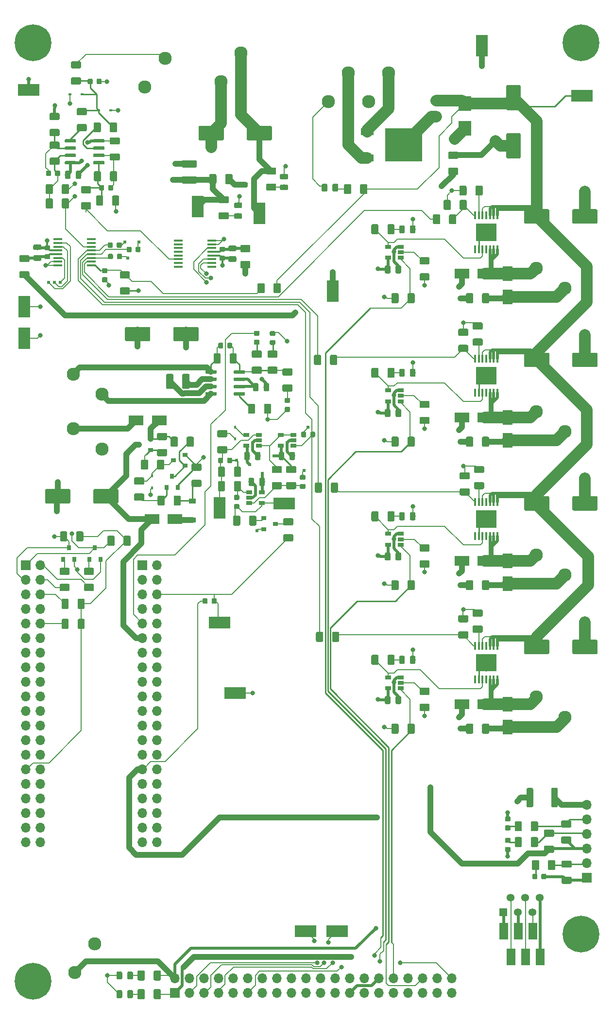
<source format=gbr>
G04 #@! TF.GenerationSoftware,KiCad,Pcbnew,(5.1.4)-1*
G04 #@! TF.CreationDate,2020-05-13T08:53:26-04:00*
G04 #@! TF.ProjectId,RPi_cape_proto,5250695f-6361-4706-955f-70726f746f2e,1.8*
G04 #@! TF.SameCoordinates,Original*
G04 #@! TF.FileFunction,Copper,L1,Top*
G04 #@! TF.FilePolarity,Positive*
%FSLAX45Y45*%
G04 Gerber Fmt 4.5, Leading zero omitted, Abs format (unit mm)*
G04 Created by KiCad (PCBNEW (5.1.4)-1) date 2020-05-13 08:53:26*
%MOMM*%
%LPD*%
G04 APERTURE LIST*
%ADD10R,6.400000X5.800000*%
%ADD11R,2.200000X1.200000*%
%ADD12C,2.300000*%
%ADD13O,1.700000X1.700000*%
%ADD14R,1.700000X1.700000*%
%ADD15C,0.100000*%
%ADD16C,0.975000*%
%ADD17C,1.250000*%
%ADD18R,0.800000X0.900000*%
%ADD19C,0.875000*%
%ADD20C,1.358000*%
%ADD21R,1.358000X1.358000*%
%ADD22R,1.500000X3.000000*%
%ADD23R,2.300000X2.500000*%
%ADD24R,0.450000X0.600000*%
%ADD25R,1.060000X0.650000*%
%ADD26R,0.900000X0.800000*%
%ADD27R,1.200000X0.900000*%
%ADD28R,2.500000X1.800000*%
%ADD29R,1.800000X2.500000*%
%ADD30R,0.600000X0.450000*%
%ADD31C,0.600000*%
%ADD32R,1.800000X1.500000*%
%ADD33R,0.450000X1.450000*%
%ADD34R,1.500000X0.450000*%
%ADD35R,3.800000X2.000000*%
%ADD36R,2.000000X3.800000*%
%ADD37C,2.500000*%
%ADD38C,0.800000*%
%ADD39C,6.400000*%
%ADD40C,1.125000*%
%ADD41C,3.000000*%
%ADD42C,0.620000*%
%ADD43C,1.000000*%
%ADD44C,0.200000*%
%ADD45C,0.500000*%
%ADD46C,2.000000*%
%ADD47C,0.350000*%
%ADD48C,0.250000*%
G04 APERTURE END LIST*
D10*
X9735000Y-13350000D03*
D11*
X9105000Y-13578000D03*
X9105000Y-13122000D03*
D12*
X4475000Y-17700000D03*
X3975000Y-17350000D03*
D13*
X5436000Y-25501000D03*
X5182000Y-25501000D03*
X5436000Y-25247000D03*
X5182000Y-25247000D03*
X5436000Y-24993000D03*
X5182000Y-24993000D03*
X5436000Y-24739000D03*
X5182000Y-24739000D03*
X5436000Y-24485000D03*
X5182000Y-24485000D03*
X5436000Y-24231000D03*
X5182000Y-24231000D03*
X5436000Y-23977000D03*
X5182000Y-23977000D03*
X5436000Y-23723000D03*
X5182000Y-23723000D03*
X5436000Y-23469000D03*
X5182000Y-23469000D03*
X5436000Y-23215000D03*
X5182000Y-23215000D03*
X5436000Y-22961000D03*
X5182000Y-22961000D03*
X5436000Y-22707000D03*
X5182000Y-22707000D03*
X5436000Y-22453000D03*
X5182000Y-22453000D03*
X5436000Y-22199000D03*
X5182000Y-22199000D03*
X5436000Y-21945000D03*
X5182000Y-21945000D03*
X5436000Y-21691000D03*
X5182000Y-21691000D03*
X5436000Y-21437000D03*
X5182000Y-21437000D03*
X5436000Y-21183000D03*
X5182000Y-21183000D03*
X5436000Y-20929000D03*
X5182000Y-20929000D03*
X5436000Y-20675000D03*
D14*
X5182000Y-20675000D03*
D13*
X3404000Y-25501000D03*
X3150000Y-25501000D03*
X3404000Y-25247000D03*
X3150000Y-25247000D03*
X3404000Y-24993000D03*
X3150000Y-24993000D03*
X3404000Y-24739000D03*
X3150000Y-24739000D03*
X3404000Y-24485000D03*
X3150000Y-24485000D03*
X3404000Y-24231000D03*
X3150000Y-24231000D03*
X3404000Y-23977000D03*
X3150000Y-23977000D03*
X3404000Y-23723000D03*
X3150000Y-23723000D03*
X3404000Y-23469000D03*
X3150000Y-23469000D03*
X3404000Y-23215000D03*
X3150000Y-23215000D03*
X3404000Y-22961000D03*
X3150000Y-22961000D03*
X3404000Y-22707000D03*
X3150000Y-22707000D03*
X3404000Y-22453000D03*
X3150000Y-22453000D03*
X3404000Y-22199000D03*
X3150000Y-22199000D03*
X3404000Y-21945000D03*
X3150000Y-21945000D03*
X3404000Y-21691000D03*
X3150000Y-21691000D03*
X3404000Y-21437000D03*
X3150000Y-21437000D03*
X3404000Y-21183000D03*
X3150000Y-21183000D03*
X3404000Y-20929000D03*
X3150000Y-20929000D03*
X3404000Y-20675000D03*
D14*
X3150000Y-20675000D03*
D15*
G36*
X9483014Y-17955117D02*
G01*
X9485380Y-17955468D01*
X9487701Y-17956050D01*
X9489953Y-17956855D01*
X9492115Y-17957878D01*
X9494167Y-17959108D01*
X9496088Y-17960533D01*
X9497861Y-17962139D01*
X9499467Y-17963912D01*
X9500892Y-17965833D01*
X9502122Y-17967885D01*
X9503145Y-17970047D01*
X9503950Y-17972299D01*
X9504532Y-17974620D01*
X9504883Y-17976986D01*
X9505000Y-17979375D01*
X9505000Y-18070625D01*
X9504883Y-18073014D01*
X9504532Y-18075380D01*
X9503950Y-18077701D01*
X9503145Y-18079953D01*
X9502122Y-18082115D01*
X9500892Y-18084167D01*
X9499467Y-18086088D01*
X9497861Y-18087861D01*
X9496088Y-18089467D01*
X9494167Y-18090892D01*
X9492115Y-18092122D01*
X9489953Y-18093145D01*
X9487701Y-18093950D01*
X9485380Y-18094532D01*
X9483014Y-18094883D01*
X9480625Y-18095000D01*
X9431875Y-18095000D01*
X9429486Y-18094883D01*
X9427120Y-18094532D01*
X9424799Y-18093950D01*
X9422547Y-18093145D01*
X9420385Y-18092122D01*
X9418333Y-18090892D01*
X9416412Y-18089467D01*
X9414639Y-18087861D01*
X9413033Y-18086088D01*
X9411608Y-18084167D01*
X9410378Y-18082115D01*
X9409355Y-18079953D01*
X9408550Y-18077701D01*
X9407968Y-18075380D01*
X9407617Y-18073014D01*
X9407500Y-18070625D01*
X9407500Y-17979375D01*
X9407617Y-17976986D01*
X9407968Y-17974620D01*
X9408550Y-17972299D01*
X9409355Y-17970047D01*
X9410378Y-17967885D01*
X9411608Y-17965833D01*
X9413033Y-17963912D01*
X9414639Y-17962139D01*
X9416412Y-17960533D01*
X9418333Y-17959108D01*
X9420385Y-17957878D01*
X9422547Y-17956855D01*
X9424799Y-17956050D01*
X9427120Y-17955468D01*
X9429486Y-17955117D01*
X9431875Y-17955000D01*
X9480625Y-17955000D01*
X9483014Y-17955117D01*
X9483014Y-17955117D01*
G37*
D16*
X9456250Y-18025000D03*
D15*
G36*
X9670514Y-17955117D02*
G01*
X9672880Y-17955468D01*
X9675201Y-17956050D01*
X9677453Y-17956855D01*
X9679615Y-17957878D01*
X9681667Y-17959108D01*
X9683588Y-17960533D01*
X9685361Y-17962139D01*
X9686967Y-17963912D01*
X9688392Y-17965833D01*
X9689622Y-17967885D01*
X9690645Y-17970047D01*
X9691450Y-17972299D01*
X9692032Y-17974620D01*
X9692383Y-17976986D01*
X9692500Y-17979375D01*
X9692500Y-18070625D01*
X9692383Y-18073014D01*
X9692032Y-18075380D01*
X9691450Y-18077701D01*
X9690645Y-18079953D01*
X9689622Y-18082115D01*
X9688392Y-18084167D01*
X9686967Y-18086088D01*
X9685361Y-18087861D01*
X9683588Y-18089467D01*
X9681667Y-18090892D01*
X9679615Y-18092122D01*
X9677453Y-18093145D01*
X9675201Y-18093950D01*
X9672880Y-18094532D01*
X9670514Y-18094883D01*
X9668125Y-18095000D01*
X9619375Y-18095000D01*
X9616986Y-18094883D01*
X9614620Y-18094532D01*
X9612299Y-18093950D01*
X9610047Y-18093145D01*
X9607885Y-18092122D01*
X9605833Y-18090892D01*
X9603912Y-18089467D01*
X9602139Y-18087861D01*
X9600533Y-18086088D01*
X9599108Y-18084167D01*
X9597878Y-18082115D01*
X9596855Y-18079953D01*
X9596050Y-18077701D01*
X9595468Y-18075380D01*
X9595117Y-18073014D01*
X9595000Y-18070625D01*
X9595000Y-17979375D01*
X9595117Y-17976986D01*
X9595468Y-17974620D01*
X9596050Y-17972299D01*
X9596855Y-17970047D01*
X9597878Y-17967885D01*
X9599108Y-17965833D01*
X9600533Y-17963912D01*
X9602139Y-17962139D01*
X9603912Y-17960533D01*
X9605833Y-17959108D01*
X9607885Y-17957878D01*
X9610047Y-17956855D01*
X9612299Y-17956050D01*
X9614620Y-17955468D01*
X9616986Y-17955117D01*
X9619375Y-17955000D01*
X9668125Y-17955000D01*
X9670514Y-17955117D01*
X9670514Y-17955117D01*
G37*
D16*
X9643750Y-18025000D03*
D15*
G36*
X4954950Y-20162620D02*
G01*
X4957377Y-20162980D01*
X4959757Y-20163577D01*
X4962067Y-20164403D01*
X4964285Y-20165452D01*
X4966389Y-20166713D01*
X4968360Y-20168175D01*
X4970178Y-20169822D01*
X4971825Y-20171640D01*
X4973287Y-20173611D01*
X4974548Y-20175715D01*
X4975597Y-20177933D01*
X4976424Y-20180243D01*
X4977020Y-20182623D01*
X4977380Y-20185050D01*
X4977500Y-20187500D01*
X4977500Y-20312500D01*
X4977380Y-20314950D01*
X4977020Y-20317377D01*
X4976424Y-20319757D01*
X4975597Y-20322067D01*
X4974548Y-20324285D01*
X4973287Y-20326389D01*
X4971825Y-20328360D01*
X4970178Y-20330178D01*
X4968360Y-20331825D01*
X4966389Y-20333287D01*
X4964285Y-20334548D01*
X4962067Y-20335597D01*
X4959757Y-20336424D01*
X4957377Y-20337020D01*
X4954950Y-20337380D01*
X4952500Y-20337500D01*
X4877500Y-20337500D01*
X4875050Y-20337380D01*
X4872623Y-20337020D01*
X4870243Y-20336424D01*
X4867933Y-20335597D01*
X4865715Y-20334548D01*
X4863611Y-20333287D01*
X4861640Y-20331825D01*
X4859822Y-20330178D01*
X4858175Y-20328360D01*
X4856713Y-20326389D01*
X4855452Y-20324285D01*
X4854403Y-20322067D01*
X4853577Y-20319757D01*
X4852980Y-20317377D01*
X4852620Y-20314950D01*
X4852500Y-20312500D01*
X4852500Y-20187500D01*
X4852620Y-20185050D01*
X4852980Y-20182623D01*
X4853577Y-20180243D01*
X4854403Y-20177933D01*
X4855452Y-20175715D01*
X4856713Y-20173611D01*
X4858175Y-20171640D01*
X4859822Y-20169822D01*
X4861640Y-20168175D01*
X4863611Y-20166713D01*
X4865715Y-20165452D01*
X4867933Y-20164403D01*
X4870243Y-20163577D01*
X4872623Y-20162980D01*
X4875050Y-20162620D01*
X4877500Y-20162500D01*
X4952500Y-20162500D01*
X4954950Y-20162620D01*
X4954950Y-20162620D01*
G37*
D17*
X4915000Y-20250000D03*
D15*
G36*
X4674950Y-20162620D02*
G01*
X4677377Y-20162980D01*
X4679757Y-20163577D01*
X4682067Y-20164403D01*
X4684285Y-20165452D01*
X4686389Y-20166713D01*
X4688360Y-20168175D01*
X4690178Y-20169822D01*
X4691825Y-20171640D01*
X4693287Y-20173611D01*
X4694548Y-20175715D01*
X4695597Y-20177933D01*
X4696424Y-20180243D01*
X4697020Y-20182623D01*
X4697380Y-20185050D01*
X4697500Y-20187500D01*
X4697500Y-20312500D01*
X4697380Y-20314950D01*
X4697020Y-20317377D01*
X4696424Y-20319757D01*
X4695597Y-20322067D01*
X4694548Y-20324285D01*
X4693287Y-20326389D01*
X4691825Y-20328360D01*
X4690178Y-20330178D01*
X4688360Y-20331825D01*
X4686389Y-20333287D01*
X4684285Y-20334548D01*
X4682067Y-20335597D01*
X4679757Y-20336424D01*
X4677377Y-20337020D01*
X4674950Y-20337380D01*
X4672500Y-20337500D01*
X4597500Y-20337500D01*
X4595050Y-20337380D01*
X4592623Y-20337020D01*
X4590243Y-20336424D01*
X4587933Y-20335597D01*
X4585715Y-20334548D01*
X4583611Y-20333287D01*
X4581640Y-20331825D01*
X4579822Y-20330178D01*
X4578175Y-20328360D01*
X4576713Y-20326389D01*
X4575452Y-20324285D01*
X4574403Y-20322067D01*
X4573577Y-20319757D01*
X4572980Y-20317377D01*
X4572620Y-20314950D01*
X4572500Y-20312500D01*
X4572500Y-20187500D01*
X4572620Y-20185050D01*
X4572980Y-20182623D01*
X4573577Y-20180243D01*
X4574403Y-20177933D01*
X4575452Y-20175715D01*
X4576713Y-20173611D01*
X4578175Y-20171640D01*
X4579822Y-20169822D01*
X4581640Y-20168175D01*
X4583611Y-20166713D01*
X4585715Y-20165452D01*
X4587933Y-20164403D01*
X4590243Y-20163577D01*
X4592623Y-20162980D01*
X4595050Y-20162620D01*
X4597500Y-20162500D01*
X4672500Y-20162500D01*
X4674950Y-20162620D01*
X4674950Y-20162620D01*
G37*
D17*
X4635000Y-20250000D03*
D15*
G36*
X4129950Y-20087620D02*
G01*
X4132377Y-20087980D01*
X4134757Y-20088577D01*
X4137067Y-20089403D01*
X4139285Y-20090452D01*
X4141389Y-20091713D01*
X4143360Y-20093175D01*
X4145178Y-20094822D01*
X4146825Y-20096640D01*
X4148287Y-20098611D01*
X4149548Y-20100715D01*
X4150597Y-20102933D01*
X4151423Y-20105243D01*
X4152020Y-20107623D01*
X4152380Y-20110050D01*
X4152500Y-20112500D01*
X4152500Y-20237500D01*
X4152380Y-20239950D01*
X4152020Y-20242377D01*
X4151423Y-20244757D01*
X4150597Y-20247067D01*
X4149548Y-20249285D01*
X4148287Y-20251389D01*
X4146825Y-20253360D01*
X4145178Y-20255178D01*
X4143360Y-20256825D01*
X4141389Y-20258287D01*
X4139285Y-20259548D01*
X4137067Y-20260597D01*
X4134757Y-20261424D01*
X4132377Y-20262020D01*
X4129950Y-20262380D01*
X4127500Y-20262500D01*
X4052500Y-20262500D01*
X4050050Y-20262380D01*
X4047623Y-20262020D01*
X4045243Y-20261424D01*
X4042933Y-20260597D01*
X4040715Y-20259548D01*
X4038611Y-20258287D01*
X4036640Y-20256825D01*
X4034822Y-20255178D01*
X4033175Y-20253360D01*
X4031713Y-20251389D01*
X4030452Y-20249285D01*
X4029403Y-20247067D01*
X4028576Y-20244757D01*
X4027980Y-20242377D01*
X4027620Y-20239950D01*
X4027500Y-20237500D01*
X4027500Y-20112500D01*
X4027620Y-20110050D01*
X4027980Y-20107623D01*
X4028576Y-20105243D01*
X4029403Y-20102933D01*
X4030452Y-20100715D01*
X4031713Y-20098611D01*
X4033175Y-20096640D01*
X4034822Y-20094822D01*
X4036640Y-20093175D01*
X4038611Y-20091713D01*
X4040715Y-20090452D01*
X4042933Y-20089403D01*
X4045243Y-20088577D01*
X4047623Y-20087980D01*
X4050050Y-20087620D01*
X4052500Y-20087500D01*
X4127500Y-20087500D01*
X4129950Y-20087620D01*
X4129950Y-20087620D01*
G37*
D17*
X4090000Y-20175000D03*
D15*
G36*
X3849950Y-20087620D02*
G01*
X3852377Y-20087980D01*
X3854757Y-20088577D01*
X3857067Y-20089403D01*
X3859285Y-20090452D01*
X3861389Y-20091713D01*
X3863360Y-20093175D01*
X3865178Y-20094822D01*
X3866825Y-20096640D01*
X3868287Y-20098611D01*
X3869548Y-20100715D01*
X3870597Y-20102933D01*
X3871423Y-20105243D01*
X3872020Y-20107623D01*
X3872380Y-20110050D01*
X3872500Y-20112500D01*
X3872500Y-20237500D01*
X3872380Y-20239950D01*
X3872020Y-20242377D01*
X3871423Y-20244757D01*
X3870597Y-20247067D01*
X3869548Y-20249285D01*
X3868287Y-20251389D01*
X3866825Y-20253360D01*
X3865178Y-20255178D01*
X3863360Y-20256825D01*
X3861389Y-20258287D01*
X3859285Y-20259548D01*
X3857067Y-20260597D01*
X3854757Y-20261424D01*
X3852377Y-20262020D01*
X3849950Y-20262380D01*
X3847500Y-20262500D01*
X3772500Y-20262500D01*
X3770050Y-20262380D01*
X3767623Y-20262020D01*
X3765243Y-20261424D01*
X3762933Y-20260597D01*
X3760715Y-20259548D01*
X3758611Y-20258287D01*
X3756640Y-20256825D01*
X3754822Y-20255178D01*
X3753175Y-20253360D01*
X3751713Y-20251389D01*
X3750452Y-20249285D01*
X3749403Y-20247067D01*
X3748576Y-20244757D01*
X3747980Y-20242377D01*
X3747620Y-20239950D01*
X3747500Y-20237500D01*
X3747500Y-20112500D01*
X3747620Y-20110050D01*
X3747980Y-20107623D01*
X3748576Y-20105243D01*
X3749403Y-20102933D01*
X3750452Y-20100715D01*
X3751713Y-20098611D01*
X3753175Y-20096640D01*
X3754822Y-20094822D01*
X3756640Y-20093175D01*
X3758611Y-20091713D01*
X3760715Y-20090452D01*
X3762933Y-20089403D01*
X3765243Y-20088577D01*
X3767623Y-20087980D01*
X3770050Y-20087620D01*
X3772500Y-20087500D01*
X3847500Y-20087500D01*
X3849950Y-20087620D01*
X3849950Y-20087620D01*
G37*
D17*
X3810000Y-20175000D03*
D15*
G36*
X4314950Y-21002620D02*
G01*
X4317377Y-21002980D01*
X4319757Y-21003577D01*
X4322067Y-21004403D01*
X4324285Y-21005452D01*
X4326389Y-21006713D01*
X4328360Y-21008175D01*
X4330178Y-21009822D01*
X4331825Y-21011640D01*
X4333287Y-21013611D01*
X4334548Y-21015715D01*
X4335597Y-21017933D01*
X4336424Y-21020243D01*
X4337020Y-21022623D01*
X4337380Y-21025050D01*
X4337500Y-21027500D01*
X4337500Y-21102500D01*
X4337380Y-21104950D01*
X4337020Y-21107377D01*
X4336424Y-21109757D01*
X4335597Y-21112067D01*
X4334548Y-21114285D01*
X4333287Y-21116389D01*
X4331825Y-21118360D01*
X4330178Y-21120178D01*
X4328360Y-21121825D01*
X4326389Y-21123287D01*
X4324285Y-21124548D01*
X4322067Y-21125597D01*
X4319757Y-21126424D01*
X4317377Y-21127020D01*
X4314950Y-21127380D01*
X4312500Y-21127500D01*
X4187500Y-21127500D01*
X4185050Y-21127380D01*
X4182623Y-21127020D01*
X4180243Y-21126424D01*
X4177933Y-21125597D01*
X4175715Y-21124548D01*
X4173611Y-21123287D01*
X4171640Y-21121825D01*
X4169822Y-21120178D01*
X4168175Y-21118360D01*
X4166713Y-21116389D01*
X4165452Y-21114285D01*
X4164403Y-21112067D01*
X4163576Y-21109757D01*
X4162980Y-21107377D01*
X4162620Y-21104950D01*
X4162500Y-21102500D01*
X4162500Y-21027500D01*
X4162620Y-21025050D01*
X4162980Y-21022623D01*
X4163576Y-21020243D01*
X4164403Y-21017933D01*
X4165452Y-21015715D01*
X4166713Y-21013611D01*
X4168175Y-21011640D01*
X4169822Y-21009822D01*
X4171640Y-21008175D01*
X4173611Y-21006713D01*
X4175715Y-21005452D01*
X4177933Y-21004403D01*
X4180243Y-21003577D01*
X4182623Y-21002980D01*
X4185050Y-21002620D01*
X4187500Y-21002500D01*
X4312500Y-21002500D01*
X4314950Y-21002620D01*
X4314950Y-21002620D01*
G37*
D17*
X4250000Y-21065000D03*
D15*
G36*
X4314950Y-20722620D02*
G01*
X4317377Y-20722980D01*
X4319757Y-20723577D01*
X4322067Y-20724403D01*
X4324285Y-20725452D01*
X4326389Y-20726713D01*
X4328360Y-20728175D01*
X4330178Y-20729822D01*
X4331825Y-20731640D01*
X4333287Y-20733611D01*
X4334548Y-20735715D01*
X4335597Y-20737933D01*
X4336424Y-20740243D01*
X4337020Y-20742623D01*
X4337380Y-20745050D01*
X4337500Y-20747500D01*
X4337500Y-20822500D01*
X4337380Y-20824950D01*
X4337020Y-20827377D01*
X4336424Y-20829757D01*
X4335597Y-20832067D01*
X4334548Y-20834285D01*
X4333287Y-20836389D01*
X4331825Y-20838360D01*
X4330178Y-20840178D01*
X4328360Y-20841825D01*
X4326389Y-20843287D01*
X4324285Y-20844548D01*
X4322067Y-20845597D01*
X4319757Y-20846424D01*
X4317377Y-20847020D01*
X4314950Y-20847380D01*
X4312500Y-20847500D01*
X4187500Y-20847500D01*
X4185050Y-20847380D01*
X4182623Y-20847020D01*
X4180243Y-20846424D01*
X4177933Y-20845597D01*
X4175715Y-20844548D01*
X4173611Y-20843287D01*
X4171640Y-20841825D01*
X4169822Y-20840178D01*
X4168175Y-20838360D01*
X4166713Y-20836389D01*
X4165452Y-20834285D01*
X4164403Y-20832067D01*
X4163576Y-20829757D01*
X4162980Y-20827377D01*
X4162620Y-20824950D01*
X4162500Y-20822500D01*
X4162500Y-20747500D01*
X4162620Y-20745050D01*
X4162980Y-20742623D01*
X4163576Y-20740243D01*
X4164403Y-20737933D01*
X4165452Y-20735715D01*
X4166713Y-20733611D01*
X4168175Y-20731640D01*
X4169822Y-20729822D01*
X4171640Y-20728175D01*
X4173611Y-20726713D01*
X4175715Y-20725452D01*
X4177933Y-20724403D01*
X4180243Y-20723577D01*
X4182623Y-20722980D01*
X4185050Y-20722620D01*
X4187500Y-20722500D01*
X4312500Y-20722500D01*
X4314950Y-20722620D01*
X4314950Y-20722620D01*
G37*
D17*
X4250000Y-20785000D03*
D15*
G36*
X3889950Y-21002620D02*
G01*
X3892377Y-21002980D01*
X3894757Y-21003577D01*
X3897067Y-21004403D01*
X3899285Y-21005452D01*
X3901389Y-21006713D01*
X3903360Y-21008175D01*
X3905178Y-21009822D01*
X3906825Y-21011640D01*
X3908287Y-21013611D01*
X3909548Y-21015715D01*
X3910597Y-21017933D01*
X3911423Y-21020243D01*
X3912020Y-21022623D01*
X3912380Y-21025050D01*
X3912500Y-21027500D01*
X3912500Y-21102500D01*
X3912380Y-21104950D01*
X3912020Y-21107377D01*
X3911423Y-21109757D01*
X3910597Y-21112067D01*
X3909548Y-21114285D01*
X3908287Y-21116389D01*
X3906825Y-21118360D01*
X3905178Y-21120178D01*
X3903360Y-21121825D01*
X3901389Y-21123287D01*
X3899285Y-21124548D01*
X3897067Y-21125597D01*
X3894757Y-21126424D01*
X3892377Y-21127020D01*
X3889950Y-21127380D01*
X3887500Y-21127500D01*
X3762500Y-21127500D01*
X3760050Y-21127380D01*
X3757623Y-21127020D01*
X3755243Y-21126424D01*
X3752933Y-21125597D01*
X3750715Y-21124548D01*
X3748611Y-21123287D01*
X3746640Y-21121825D01*
X3744822Y-21120178D01*
X3743175Y-21118360D01*
X3741713Y-21116389D01*
X3740452Y-21114285D01*
X3739403Y-21112067D01*
X3738576Y-21109757D01*
X3737980Y-21107377D01*
X3737620Y-21104950D01*
X3737500Y-21102500D01*
X3737500Y-21027500D01*
X3737620Y-21025050D01*
X3737980Y-21022623D01*
X3738576Y-21020243D01*
X3739403Y-21017933D01*
X3740452Y-21015715D01*
X3741713Y-21013611D01*
X3743175Y-21011640D01*
X3744822Y-21009822D01*
X3746640Y-21008175D01*
X3748611Y-21006713D01*
X3750715Y-21005452D01*
X3752933Y-21004403D01*
X3755243Y-21003577D01*
X3757623Y-21002980D01*
X3760050Y-21002620D01*
X3762500Y-21002500D01*
X3887500Y-21002500D01*
X3889950Y-21002620D01*
X3889950Y-21002620D01*
G37*
D17*
X3825000Y-21065000D03*
D15*
G36*
X3889950Y-20722620D02*
G01*
X3892377Y-20722980D01*
X3894757Y-20723577D01*
X3897067Y-20724403D01*
X3899285Y-20725452D01*
X3901389Y-20726713D01*
X3903360Y-20728175D01*
X3905178Y-20729822D01*
X3906825Y-20731640D01*
X3908287Y-20733611D01*
X3909548Y-20735715D01*
X3910597Y-20737933D01*
X3911423Y-20740243D01*
X3912020Y-20742623D01*
X3912380Y-20745050D01*
X3912500Y-20747500D01*
X3912500Y-20822500D01*
X3912380Y-20824950D01*
X3912020Y-20827377D01*
X3911423Y-20829757D01*
X3910597Y-20832067D01*
X3909548Y-20834285D01*
X3908287Y-20836389D01*
X3906825Y-20838360D01*
X3905178Y-20840178D01*
X3903360Y-20841825D01*
X3901389Y-20843287D01*
X3899285Y-20844548D01*
X3897067Y-20845597D01*
X3894757Y-20846424D01*
X3892377Y-20847020D01*
X3889950Y-20847380D01*
X3887500Y-20847500D01*
X3762500Y-20847500D01*
X3760050Y-20847380D01*
X3757623Y-20847020D01*
X3755243Y-20846424D01*
X3752933Y-20845597D01*
X3750715Y-20844548D01*
X3748611Y-20843287D01*
X3746640Y-20841825D01*
X3744822Y-20840178D01*
X3743175Y-20838360D01*
X3741713Y-20836389D01*
X3740452Y-20834285D01*
X3739403Y-20832067D01*
X3738576Y-20829757D01*
X3737980Y-20827377D01*
X3737620Y-20824950D01*
X3737500Y-20822500D01*
X3737500Y-20747500D01*
X3737620Y-20745050D01*
X3737980Y-20742623D01*
X3738576Y-20740243D01*
X3739403Y-20737933D01*
X3740452Y-20735715D01*
X3741713Y-20733611D01*
X3743175Y-20731640D01*
X3744822Y-20729822D01*
X3746640Y-20728175D01*
X3748611Y-20726713D01*
X3750715Y-20725452D01*
X3752933Y-20724403D01*
X3755243Y-20723577D01*
X3757623Y-20722980D01*
X3760050Y-20722620D01*
X3762500Y-20722500D01*
X3887500Y-20722500D01*
X3889950Y-20722620D01*
X3889950Y-20722620D01*
G37*
D17*
X3825000Y-20785000D03*
D18*
X4355000Y-20375000D03*
X4450000Y-20575000D03*
X4260000Y-20575000D03*
X3900000Y-20375000D03*
X3995000Y-20575000D03*
X3805000Y-20575000D03*
D15*
G36*
X6570269Y-16802605D02*
G01*
X6572393Y-16802920D01*
X6574475Y-16803442D01*
X6576496Y-16804165D01*
X6578437Y-16805083D01*
X6580278Y-16806187D01*
X6582002Y-16807465D01*
X6583593Y-16808907D01*
X6585035Y-16810498D01*
X6586313Y-16812222D01*
X6587417Y-16814063D01*
X6588335Y-16816004D01*
X6589058Y-16818025D01*
X6589580Y-16820107D01*
X6589895Y-16822231D01*
X6590000Y-16824375D01*
X6590000Y-16875625D01*
X6589895Y-16877769D01*
X6589580Y-16879893D01*
X6589058Y-16881975D01*
X6588335Y-16883996D01*
X6587417Y-16885937D01*
X6586313Y-16887778D01*
X6585035Y-16889502D01*
X6583593Y-16891093D01*
X6582002Y-16892535D01*
X6580278Y-16893813D01*
X6578437Y-16894917D01*
X6576496Y-16895835D01*
X6574475Y-16896558D01*
X6572393Y-16897080D01*
X6570269Y-16897395D01*
X6568125Y-16897500D01*
X6524375Y-16897500D01*
X6522231Y-16897395D01*
X6520107Y-16897080D01*
X6518025Y-16896558D01*
X6516004Y-16895835D01*
X6514063Y-16894917D01*
X6512222Y-16893813D01*
X6510498Y-16892535D01*
X6508907Y-16891093D01*
X6507465Y-16889502D01*
X6506187Y-16887778D01*
X6505083Y-16885937D01*
X6504165Y-16883996D01*
X6503442Y-16881975D01*
X6502920Y-16879893D01*
X6502605Y-16877769D01*
X6502500Y-16875625D01*
X6502500Y-16824375D01*
X6502605Y-16822231D01*
X6502920Y-16820107D01*
X6503442Y-16818025D01*
X6504165Y-16816004D01*
X6505083Y-16814063D01*
X6506187Y-16812222D01*
X6507465Y-16810498D01*
X6508907Y-16808907D01*
X6510498Y-16807465D01*
X6512222Y-16806187D01*
X6514063Y-16805083D01*
X6516004Y-16804165D01*
X6518025Y-16803442D01*
X6520107Y-16802920D01*
X6522231Y-16802605D01*
X6524375Y-16802500D01*
X6568125Y-16802500D01*
X6570269Y-16802605D01*
X6570269Y-16802605D01*
G37*
D19*
X6546250Y-16850000D03*
D15*
G36*
X6727769Y-16802605D02*
G01*
X6729893Y-16802920D01*
X6731975Y-16803442D01*
X6733996Y-16804165D01*
X6735937Y-16805083D01*
X6737778Y-16806187D01*
X6739502Y-16807465D01*
X6741093Y-16808907D01*
X6742535Y-16810498D01*
X6743813Y-16812222D01*
X6744917Y-16814063D01*
X6745835Y-16816004D01*
X6746558Y-16818025D01*
X6747080Y-16820107D01*
X6747395Y-16822231D01*
X6747500Y-16824375D01*
X6747500Y-16875625D01*
X6747395Y-16877769D01*
X6747080Y-16879893D01*
X6746558Y-16881975D01*
X6745835Y-16883996D01*
X6744917Y-16885937D01*
X6743813Y-16887778D01*
X6742535Y-16889502D01*
X6741093Y-16891093D01*
X6739502Y-16892535D01*
X6737778Y-16893813D01*
X6735937Y-16894917D01*
X6733996Y-16895835D01*
X6731975Y-16896558D01*
X6729893Y-16897080D01*
X6727769Y-16897395D01*
X6725625Y-16897500D01*
X6681875Y-16897500D01*
X6679731Y-16897395D01*
X6677607Y-16897080D01*
X6675525Y-16896558D01*
X6673504Y-16895835D01*
X6671563Y-16894917D01*
X6669722Y-16893813D01*
X6667998Y-16892535D01*
X6666407Y-16891093D01*
X6664965Y-16889502D01*
X6663687Y-16887778D01*
X6662583Y-16885937D01*
X6661665Y-16883996D01*
X6660942Y-16881975D01*
X6660420Y-16879893D01*
X6660105Y-16877769D01*
X6660000Y-16875625D01*
X6660000Y-16824375D01*
X6660105Y-16822231D01*
X6660420Y-16820107D01*
X6660942Y-16818025D01*
X6661665Y-16816004D01*
X6662583Y-16814063D01*
X6663687Y-16812222D01*
X6664965Y-16810498D01*
X6666407Y-16808907D01*
X6667998Y-16807465D01*
X6669722Y-16806187D01*
X6671563Y-16805083D01*
X6673504Y-16804165D01*
X6675525Y-16803442D01*
X6677607Y-16802920D01*
X6679731Y-16802605D01*
X6681875Y-16802500D01*
X6725625Y-16802500D01*
X6727769Y-16802605D01*
X6727769Y-16802605D01*
G37*
D19*
X6703750Y-16850000D03*
D15*
G36*
X7202769Y-16750105D02*
G01*
X7204893Y-16750420D01*
X7206975Y-16750942D01*
X7208996Y-16751665D01*
X7210937Y-16752583D01*
X7212778Y-16753687D01*
X7214502Y-16754965D01*
X7216093Y-16756407D01*
X7217535Y-16757998D01*
X7218813Y-16759722D01*
X7219917Y-16761563D01*
X7220835Y-16763504D01*
X7221558Y-16765525D01*
X7222080Y-16767607D01*
X7222395Y-16769731D01*
X7222500Y-16771875D01*
X7222500Y-16815625D01*
X7222395Y-16817769D01*
X7222080Y-16819893D01*
X7221558Y-16821975D01*
X7220835Y-16823996D01*
X7219917Y-16825937D01*
X7218813Y-16827778D01*
X7217535Y-16829502D01*
X7216093Y-16831093D01*
X7214502Y-16832535D01*
X7212778Y-16833813D01*
X7210937Y-16834917D01*
X7208996Y-16835835D01*
X7206975Y-16836558D01*
X7204893Y-16837080D01*
X7202769Y-16837395D01*
X7200625Y-16837500D01*
X7149375Y-16837500D01*
X7147231Y-16837395D01*
X7145107Y-16837080D01*
X7143025Y-16836558D01*
X7141004Y-16835835D01*
X7139063Y-16834917D01*
X7137222Y-16833813D01*
X7135498Y-16832535D01*
X7133907Y-16831093D01*
X7132465Y-16829502D01*
X7131187Y-16827778D01*
X7130083Y-16825937D01*
X7129165Y-16823996D01*
X7128442Y-16821975D01*
X7127920Y-16819893D01*
X7127605Y-16817769D01*
X7127500Y-16815625D01*
X7127500Y-16771875D01*
X7127605Y-16769731D01*
X7127920Y-16767607D01*
X7128442Y-16765525D01*
X7129165Y-16763504D01*
X7130083Y-16761563D01*
X7131187Y-16759722D01*
X7132465Y-16757998D01*
X7133907Y-16756407D01*
X7135498Y-16754965D01*
X7137222Y-16753687D01*
X7139063Y-16752583D01*
X7141004Y-16751665D01*
X7143025Y-16750942D01*
X7145107Y-16750420D01*
X7147231Y-16750105D01*
X7149375Y-16750000D01*
X7200625Y-16750000D01*
X7202769Y-16750105D01*
X7202769Y-16750105D01*
G37*
D19*
X7175000Y-16793750D03*
D15*
G36*
X7202769Y-16592605D02*
G01*
X7204893Y-16592920D01*
X7206975Y-16593442D01*
X7208996Y-16594165D01*
X7210937Y-16595083D01*
X7212778Y-16596187D01*
X7214502Y-16597465D01*
X7216093Y-16598907D01*
X7217535Y-16600498D01*
X7218813Y-16602222D01*
X7219917Y-16604063D01*
X7220835Y-16606004D01*
X7221558Y-16608025D01*
X7222080Y-16610107D01*
X7222395Y-16612231D01*
X7222500Y-16614375D01*
X7222500Y-16658125D01*
X7222395Y-16660269D01*
X7222080Y-16662393D01*
X7221558Y-16664475D01*
X7220835Y-16666496D01*
X7219917Y-16668437D01*
X7218813Y-16670278D01*
X7217535Y-16672002D01*
X7216093Y-16673593D01*
X7214502Y-16675035D01*
X7212778Y-16676313D01*
X7210937Y-16677417D01*
X7208996Y-16678335D01*
X7206975Y-16679058D01*
X7204893Y-16679580D01*
X7202769Y-16679895D01*
X7200625Y-16680000D01*
X7149375Y-16680000D01*
X7147231Y-16679895D01*
X7145107Y-16679580D01*
X7143025Y-16679058D01*
X7141004Y-16678335D01*
X7139063Y-16677417D01*
X7137222Y-16676313D01*
X7135498Y-16675035D01*
X7133907Y-16673593D01*
X7132465Y-16672002D01*
X7131187Y-16670278D01*
X7130083Y-16668437D01*
X7129165Y-16666496D01*
X7128442Y-16664475D01*
X7127920Y-16662393D01*
X7127605Y-16660269D01*
X7127500Y-16658125D01*
X7127500Y-16614375D01*
X7127605Y-16612231D01*
X7127920Y-16610107D01*
X7128442Y-16608025D01*
X7129165Y-16606004D01*
X7130083Y-16604063D01*
X7131187Y-16602222D01*
X7132465Y-16600498D01*
X7133907Y-16598907D01*
X7135498Y-16597465D01*
X7137222Y-16596187D01*
X7139063Y-16595083D01*
X7141004Y-16594165D01*
X7143025Y-16593442D01*
X7145107Y-16592920D01*
X7147231Y-16592605D01*
X7149375Y-16592500D01*
X7200625Y-16592500D01*
X7202769Y-16592605D01*
X7202769Y-16592605D01*
G37*
D19*
X7175000Y-16636250D03*
D15*
G36*
X7477769Y-16753855D02*
G01*
X7479893Y-16754170D01*
X7481975Y-16754692D01*
X7483996Y-16755415D01*
X7485937Y-16756333D01*
X7487778Y-16757437D01*
X7489502Y-16758715D01*
X7491093Y-16760157D01*
X7492535Y-16761748D01*
X7493813Y-16763472D01*
X7494917Y-16765313D01*
X7495835Y-16767254D01*
X7496558Y-16769275D01*
X7497080Y-16771357D01*
X7497395Y-16773481D01*
X7497500Y-16775625D01*
X7497500Y-16819375D01*
X7497395Y-16821519D01*
X7497080Y-16823643D01*
X7496558Y-16825725D01*
X7495835Y-16827746D01*
X7494917Y-16829687D01*
X7493813Y-16831528D01*
X7492535Y-16833252D01*
X7491093Y-16834843D01*
X7489502Y-16836285D01*
X7487778Y-16837563D01*
X7485937Y-16838667D01*
X7483996Y-16839585D01*
X7481975Y-16840308D01*
X7479893Y-16840830D01*
X7477769Y-16841145D01*
X7475625Y-16841250D01*
X7424375Y-16841250D01*
X7422231Y-16841145D01*
X7420107Y-16840830D01*
X7418025Y-16840308D01*
X7416004Y-16839585D01*
X7414063Y-16838667D01*
X7412222Y-16837563D01*
X7410498Y-16836285D01*
X7408907Y-16834843D01*
X7407465Y-16833252D01*
X7406187Y-16831528D01*
X7405083Y-16829687D01*
X7404165Y-16827746D01*
X7403442Y-16825725D01*
X7402920Y-16823643D01*
X7402605Y-16821519D01*
X7402500Y-16819375D01*
X7402500Y-16775625D01*
X7402605Y-16773481D01*
X7402920Y-16771357D01*
X7403442Y-16769275D01*
X7404165Y-16767254D01*
X7405083Y-16765313D01*
X7406187Y-16763472D01*
X7407465Y-16761748D01*
X7408907Y-16760157D01*
X7410498Y-16758715D01*
X7412222Y-16757437D01*
X7414063Y-16756333D01*
X7416004Y-16755415D01*
X7418025Y-16754692D01*
X7420107Y-16754170D01*
X7422231Y-16753855D01*
X7424375Y-16753750D01*
X7475625Y-16753750D01*
X7477769Y-16753855D01*
X7477769Y-16753855D01*
G37*
D19*
X7450000Y-16797500D03*
D15*
G36*
X7477769Y-16596355D02*
G01*
X7479893Y-16596670D01*
X7481975Y-16597192D01*
X7483996Y-16597915D01*
X7485937Y-16598833D01*
X7487778Y-16599937D01*
X7489502Y-16601215D01*
X7491093Y-16602657D01*
X7492535Y-16604248D01*
X7493813Y-16605972D01*
X7494917Y-16607813D01*
X7495835Y-16609754D01*
X7496558Y-16611775D01*
X7497080Y-16613857D01*
X7497395Y-16615981D01*
X7497500Y-16618125D01*
X7497500Y-16661875D01*
X7497395Y-16664019D01*
X7497080Y-16666143D01*
X7496558Y-16668225D01*
X7495835Y-16670246D01*
X7494917Y-16672187D01*
X7493813Y-16674028D01*
X7492535Y-16675752D01*
X7491093Y-16677343D01*
X7489502Y-16678785D01*
X7487778Y-16680063D01*
X7485937Y-16681167D01*
X7483996Y-16682085D01*
X7481975Y-16682808D01*
X7479893Y-16683330D01*
X7477769Y-16683645D01*
X7475625Y-16683750D01*
X7424375Y-16683750D01*
X7422231Y-16683645D01*
X7420107Y-16683330D01*
X7418025Y-16682808D01*
X7416004Y-16682085D01*
X7414063Y-16681167D01*
X7412222Y-16680063D01*
X7410498Y-16678785D01*
X7408907Y-16677343D01*
X7407465Y-16675752D01*
X7406187Y-16674028D01*
X7405083Y-16672187D01*
X7404165Y-16670246D01*
X7403442Y-16668225D01*
X7402920Y-16666143D01*
X7402605Y-16664019D01*
X7402500Y-16661875D01*
X7402500Y-16618125D01*
X7402605Y-16615981D01*
X7402920Y-16613857D01*
X7403442Y-16611775D01*
X7404165Y-16609754D01*
X7405083Y-16607813D01*
X7406187Y-16605972D01*
X7407465Y-16604248D01*
X7408907Y-16602657D01*
X7410498Y-16601215D01*
X7412222Y-16599937D01*
X7414063Y-16598833D01*
X7416004Y-16597915D01*
X7418025Y-16597192D01*
X7420107Y-16596670D01*
X7422231Y-16596355D01*
X7424375Y-16596250D01*
X7475625Y-16596250D01*
X7477769Y-16596355D01*
X7477769Y-16596355D01*
G37*
D19*
X7450000Y-16640000D03*
D15*
G36*
X7737769Y-17761355D02*
G01*
X7739893Y-17761670D01*
X7741975Y-17762192D01*
X7743996Y-17762915D01*
X7745937Y-17763833D01*
X7747778Y-17764937D01*
X7749502Y-17766215D01*
X7751093Y-17767657D01*
X7752535Y-17769248D01*
X7753813Y-17770972D01*
X7754917Y-17772813D01*
X7755835Y-17774754D01*
X7756558Y-17776775D01*
X7757080Y-17778857D01*
X7757395Y-17780981D01*
X7757500Y-17783125D01*
X7757500Y-17826875D01*
X7757395Y-17829019D01*
X7757080Y-17831143D01*
X7756558Y-17833225D01*
X7755835Y-17835246D01*
X7754917Y-17837187D01*
X7753813Y-17839028D01*
X7752535Y-17840752D01*
X7751093Y-17842343D01*
X7749502Y-17843785D01*
X7747778Y-17845063D01*
X7745937Y-17846167D01*
X7743996Y-17847085D01*
X7741975Y-17847808D01*
X7739893Y-17848330D01*
X7737769Y-17848645D01*
X7735625Y-17848750D01*
X7684375Y-17848750D01*
X7682231Y-17848645D01*
X7680107Y-17848330D01*
X7678025Y-17847808D01*
X7676004Y-17847085D01*
X7674063Y-17846167D01*
X7672222Y-17845063D01*
X7670498Y-17843785D01*
X7668907Y-17842343D01*
X7667465Y-17840752D01*
X7666187Y-17839028D01*
X7665083Y-17837187D01*
X7664165Y-17835246D01*
X7663442Y-17833225D01*
X7662920Y-17831143D01*
X7662605Y-17829019D01*
X7662500Y-17826875D01*
X7662500Y-17783125D01*
X7662605Y-17780981D01*
X7662920Y-17778857D01*
X7663442Y-17776775D01*
X7664165Y-17774754D01*
X7665083Y-17772813D01*
X7666187Y-17770972D01*
X7667465Y-17769248D01*
X7668907Y-17767657D01*
X7670498Y-17766215D01*
X7672222Y-17764937D01*
X7674063Y-17763833D01*
X7676004Y-17762915D01*
X7678025Y-17762192D01*
X7680107Y-17761670D01*
X7682231Y-17761355D01*
X7684375Y-17761250D01*
X7735625Y-17761250D01*
X7737769Y-17761355D01*
X7737769Y-17761355D01*
G37*
D19*
X7710000Y-17805000D03*
D15*
G36*
X7737769Y-17918855D02*
G01*
X7739893Y-17919170D01*
X7741975Y-17919692D01*
X7743996Y-17920415D01*
X7745937Y-17921333D01*
X7747778Y-17922437D01*
X7749502Y-17923715D01*
X7751093Y-17925157D01*
X7752535Y-17926748D01*
X7753813Y-17928472D01*
X7754917Y-17930313D01*
X7755835Y-17932254D01*
X7756558Y-17934275D01*
X7757080Y-17936357D01*
X7757395Y-17938481D01*
X7757500Y-17940625D01*
X7757500Y-17984375D01*
X7757395Y-17986519D01*
X7757080Y-17988643D01*
X7756558Y-17990725D01*
X7755835Y-17992746D01*
X7754917Y-17994687D01*
X7753813Y-17996528D01*
X7752535Y-17998252D01*
X7751093Y-17999843D01*
X7749502Y-18001285D01*
X7747778Y-18002563D01*
X7745937Y-18003667D01*
X7743996Y-18004585D01*
X7741975Y-18005308D01*
X7739893Y-18005830D01*
X7737769Y-18006145D01*
X7735625Y-18006250D01*
X7684375Y-18006250D01*
X7682231Y-18006145D01*
X7680107Y-18005830D01*
X7678025Y-18005308D01*
X7676004Y-18004585D01*
X7674063Y-18003667D01*
X7672222Y-18002563D01*
X7670498Y-18001285D01*
X7668907Y-17999843D01*
X7667465Y-17998252D01*
X7666187Y-17996528D01*
X7665083Y-17994687D01*
X7664165Y-17992746D01*
X7663442Y-17990725D01*
X7662920Y-17988643D01*
X7662605Y-17986519D01*
X7662500Y-17984375D01*
X7662500Y-17940625D01*
X7662605Y-17938481D01*
X7662920Y-17936357D01*
X7663442Y-17934275D01*
X7664165Y-17932254D01*
X7665083Y-17930313D01*
X7666187Y-17928472D01*
X7667465Y-17926748D01*
X7668907Y-17925157D01*
X7670498Y-17923715D01*
X7672222Y-17922437D01*
X7674063Y-17921333D01*
X7676004Y-17920415D01*
X7678025Y-17919692D01*
X7680107Y-17919170D01*
X7682231Y-17918855D01*
X7684375Y-17918750D01*
X7735625Y-17918750D01*
X7737769Y-17918855D01*
X7737769Y-17918855D01*
G37*
D19*
X7710000Y-17962500D03*
D15*
G36*
X8002769Y-19260105D02*
G01*
X8004893Y-19260420D01*
X8006975Y-19260942D01*
X8008996Y-19261665D01*
X8010937Y-19262583D01*
X8012778Y-19263687D01*
X8014502Y-19264965D01*
X8016093Y-19266407D01*
X8017535Y-19267998D01*
X8018813Y-19269722D01*
X8019917Y-19271563D01*
X8020835Y-19273504D01*
X8021558Y-19275525D01*
X8022080Y-19277607D01*
X8022395Y-19279731D01*
X8022500Y-19281875D01*
X8022500Y-19325625D01*
X8022395Y-19327769D01*
X8022080Y-19329893D01*
X8021558Y-19331975D01*
X8020835Y-19333996D01*
X8019917Y-19335937D01*
X8018813Y-19337778D01*
X8017535Y-19339502D01*
X8016093Y-19341093D01*
X8014502Y-19342535D01*
X8012778Y-19343813D01*
X8010937Y-19344917D01*
X8008996Y-19345835D01*
X8006975Y-19346558D01*
X8004893Y-19347080D01*
X8002769Y-19347395D01*
X8000625Y-19347500D01*
X7949375Y-19347500D01*
X7947231Y-19347395D01*
X7945107Y-19347080D01*
X7943025Y-19346558D01*
X7941004Y-19345835D01*
X7939063Y-19344917D01*
X7937222Y-19343813D01*
X7935498Y-19342535D01*
X7933907Y-19341093D01*
X7932465Y-19339502D01*
X7931187Y-19337778D01*
X7930083Y-19335937D01*
X7929165Y-19333996D01*
X7928442Y-19331975D01*
X7927920Y-19329893D01*
X7927605Y-19327769D01*
X7927500Y-19325625D01*
X7927500Y-19281875D01*
X7927605Y-19279731D01*
X7927920Y-19277607D01*
X7928442Y-19275525D01*
X7929165Y-19273504D01*
X7930083Y-19271563D01*
X7931187Y-19269722D01*
X7932465Y-19267998D01*
X7933907Y-19266407D01*
X7935498Y-19264965D01*
X7937222Y-19263687D01*
X7939063Y-19262583D01*
X7941004Y-19261665D01*
X7943025Y-19260942D01*
X7945107Y-19260420D01*
X7947231Y-19260105D01*
X7949375Y-19260000D01*
X8000625Y-19260000D01*
X8002769Y-19260105D01*
X8002769Y-19260105D01*
G37*
D19*
X7975000Y-19303750D03*
D15*
G36*
X8002769Y-19102605D02*
G01*
X8004893Y-19102920D01*
X8006975Y-19103442D01*
X8008996Y-19104165D01*
X8010937Y-19105083D01*
X8012778Y-19106187D01*
X8014502Y-19107465D01*
X8016093Y-19108907D01*
X8017535Y-19110498D01*
X8018813Y-19112222D01*
X8019917Y-19114063D01*
X8020835Y-19116004D01*
X8021558Y-19118025D01*
X8022080Y-19120107D01*
X8022395Y-19122231D01*
X8022500Y-19124375D01*
X8022500Y-19168125D01*
X8022395Y-19170269D01*
X8022080Y-19172393D01*
X8021558Y-19174475D01*
X8020835Y-19176496D01*
X8019917Y-19178437D01*
X8018813Y-19180278D01*
X8017535Y-19182002D01*
X8016093Y-19183593D01*
X8014502Y-19185035D01*
X8012778Y-19186313D01*
X8010937Y-19187417D01*
X8008996Y-19188335D01*
X8006975Y-19189058D01*
X8004893Y-19189580D01*
X8002769Y-19189895D01*
X8000625Y-19190000D01*
X7949375Y-19190000D01*
X7947231Y-19189895D01*
X7945107Y-19189580D01*
X7943025Y-19189058D01*
X7941004Y-19188335D01*
X7939063Y-19187417D01*
X7937222Y-19186313D01*
X7935498Y-19185035D01*
X7933907Y-19183593D01*
X7932465Y-19182002D01*
X7931187Y-19180278D01*
X7930083Y-19178437D01*
X7929165Y-19176496D01*
X7928442Y-19174475D01*
X7927920Y-19172393D01*
X7927605Y-19170269D01*
X7927500Y-19168125D01*
X7927500Y-19124375D01*
X7927605Y-19122231D01*
X7927920Y-19120107D01*
X7928442Y-19118025D01*
X7929165Y-19116004D01*
X7930083Y-19114063D01*
X7931187Y-19112222D01*
X7932465Y-19110498D01*
X7933907Y-19108907D01*
X7935498Y-19107465D01*
X7937222Y-19106187D01*
X7939063Y-19105083D01*
X7941004Y-19104165D01*
X7943025Y-19103442D01*
X7945107Y-19102920D01*
X7947231Y-19102605D01*
X7949375Y-19102500D01*
X8000625Y-19102500D01*
X8002769Y-19102605D01*
X8002769Y-19102605D01*
G37*
D19*
X7975000Y-19146250D03*
D15*
G36*
X6852769Y-19610105D02*
G01*
X6854893Y-19610420D01*
X6856975Y-19610942D01*
X6858996Y-19611665D01*
X6860937Y-19612583D01*
X6862778Y-19613687D01*
X6864502Y-19614965D01*
X6866093Y-19616407D01*
X6867535Y-19617998D01*
X6868813Y-19619722D01*
X6869917Y-19621563D01*
X6870835Y-19623504D01*
X6871558Y-19625525D01*
X6872080Y-19627607D01*
X6872395Y-19629731D01*
X6872500Y-19631875D01*
X6872500Y-19675625D01*
X6872395Y-19677769D01*
X6872080Y-19679893D01*
X6871558Y-19681975D01*
X6870835Y-19683996D01*
X6869917Y-19685937D01*
X6868813Y-19687778D01*
X6867535Y-19689502D01*
X6866093Y-19691093D01*
X6864502Y-19692535D01*
X6862778Y-19693813D01*
X6860937Y-19694917D01*
X6858996Y-19695835D01*
X6856975Y-19696558D01*
X6854893Y-19697080D01*
X6852769Y-19697395D01*
X6850625Y-19697500D01*
X6799375Y-19697500D01*
X6797231Y-19697395D01*
X6795107Y-19697080D01*
X6793025Y-19696558D01*
X6791004Y-19695835D01*
X6789063Y-19694917D01*
X6787222Y-19693813D01*
X6785498Y-19692535D01*
X6783907Y-19691093D01*
X6782465Y-19689502D01*
X6781187Y-19687778D01*
X6780083Y-19685937D01*
X6779165Y-19683996D01*
X6778442Y-19681975D01*
X6777920Y-19679893D01*
X6777605Y-19677769D01*
X6777500Y-19675625D01*
X6777500Y-19631875D01*
X6777605Y-19629731D01*
X6777920Y-19627607D01*
X6778442Y-19625525D01*
X6779165Y-19623504D01*
X6780083Y-19621563D01*
X6781187Y-19619722D01*
X6782465Y-19617998D01*
X6783907Y-19616407D01*
X6785498Y-19614965D01*
X6787222Y-19613687D01*
X6789063Y-19612583D01*
X6791004Y-19611665D01*
X6793025Y-19610942D01*
X6795107Y-19610420D01*
X6797231Y-19610105D01*
X6799375Y-19610000D01*
X6850625Y-19610000D01*
X6852769Y-19610105D01*
X6852769Y-19610105D01*
G37*
D19*
X6825000Y-19653750D03*
D15*
G36*
X6852769Y-19452605D02*
G01*
X6854893Y-19452920D01*
X6856975Y-19453442D01*
X6858996Y-19454165D01*
X6860937Y-19455083D01*
X6862778Y-19456187D01*
X6864502Y-19457465D01*
X6866093Y-19458907D01*
X6867535Y-19460498D01*
X6868813Y-19462222D01*
X6869917Y-19464063D01*
X6870835Y-19466004D01*
X6871558Y-19468025D01*
X6872080Y-19470107D01*
X6872395Y-19472231D01*
X6872500Y-19474375D01*
X6872500Y-19518125D01*
X6872395Y-19520269D01*
X6872080Y-19522393D01*
X6871558Y-19524475D01*
X6870835Y-19526496D01*
X6869917Y-19528437D01*
X6868813Y-19530278D01*
X6867535Y-19532002D01*
X6866093Y-19533593D01*
X6864502Y-19535035D01*
X6862778Y-19536313D01*
X6860937Y-19537417D01*
X6858996Y-19538335D01*
X6856975Y-19539058D01*
X6854893Y-19539580D01*
X6852769Y-19539895D01*
X6850625Y-19540000D01*
X6799375Y-19540000D01*
X6797231Y-19539895D01*
X6795107Y-19539580D01*
X6793025Y-19539058D01*
X6791004Y-19538335D01*
X6789063Y-19537417D01*
X6787222Y-19536313D01*
X6785498Y-19535035D01*
X6783907Y-19533593D01*
X6782465Y-19532002D01*
X6781187Y-19530278D01*
X6780083Y-19528437D01*
X6779165Y-19526496D01*
X6778442Y-19524475D01*
X6777920Y-19522393D01*
X6777605Y-19520269D01*
X6777500Y-19518125D01*
X6777500Y-19474375D01*
X6777605Y-19472231D01*
X6777920Y-19470107D01*
X6778442Y-19468025D01*
X6779165Y-19466004D01*
X6780083Y-19464063D01*
X6781187Y-19462222D01*
X6782465Y-19460498D01*
X6783907Y-19458907D01*
X6785498Y-19457465D01*
X6787222Y-19456187D01*
X6789063Y-19455083D01*
X6791004Y-19454165D01*
X6793025Y-19453442D01*
X6795107Y-19452920D01*
X6797231Y-19452605D01*
X6799375Y-19452500D01*
X6850625Y-19452500D01*
X6852769Y-19452605D01*
X6852769Y-19452605D01*
G37*
D19*
X6825000Y-19496250D03*
D15*
G36*
X5189950Y-19427620D02*
G01*
X5192377Y-19427980D01*
X5194757Y-19428577D01*
X5197067Y-19429403D01*
X5199285Y-19430452D01*
X5201389Y-19431713D01*
X5203360Y-19433175D01*
X5205178Y-19434822D01*
X5206825Y-19436640D01*
X5208287Y-19438611D01*
X5209548Y-19440715D01*
X5210597Y-19442933D01*
X5211424Y-19445243D01*
X5212020Y-19447623D01*
X5212380Y-19450050D01*
X5212500Y-19452500D01*
X5212500Y-19527500D01*
X5212380Y-19529950D01*
X5212020Y-19532377D01*
X5211424Y-19534757D01*
X5210597Y-19537067D01*
X5209548Y-19539285D01*
X5208287Y-19541389D01*
X5206825Y-19543360D01*
X5205178Y-19545178D01*
X5203360Y-19546825D01*
X5201389Y-19548287D01*
X5199285Y-19549548D01*
X5197067Y-19550597D01*
X5194757Y-19551424D01*
X5192377Y-19552020D01*
X5189950Y-19552380D01*
X5187500Y-19552500D01*
X5062500Y-19552500D01*
X5060050Y-19552380D01*
X5057623Y-19552020D01*
X5055243Y-19551424D01*
X5052933Y-19550597D01*
X5050715Y-19549548D01*
X5048611Y-19548287D01*
X5046640Y-19546825D01*
X5044822Y-19545178D01*
X5043175Y-19543360D01*
X5041713Y-19541389D01*
X5040452Y-19539285D01*
X5039403Y-19537067D01*
X5038577Y-19534757D01*
X5037980Y-19532377D01*
X5037620Y-19529950D01*
X5037500Y-19527500D01*
X5037500Y-19452500D01*
X5037620Y-19450050D01*
X5037980Y-19447623D01*
X5038577Y-19445243D01*
X5039403Y-19442933D01*
X5040452Y-19440715D01*
X5041713Y-19438611D01*
X5043175Y-19436640D01*
X5044822Y-19434822D01*
X5046640Y-19433175D01*
X5048611Y-19431713D01*
X5050715Y-19430452D01*
X5052933Y-19429403D01*
X5055243Y-19428577D01*
X5057623Y-19427980D01*
X5060050Y-19427620D01*
X5062500Y-19427500D01*
X5187500Y-19427500D01*
X5189950Y-19427620D01*
X5189950Y-19427620D01*
G37*
D17*
X5125000Y-19490000D03*
D15*
G36*
X5189950Y-19147620D02*
G01*
X5192377Y-19147980D01*
X5194757Y-19148577D01*
X5197067Y-19149403D01*
X5199285Y-19150452D01*
X5201389Y-19151713D01*
X5203360Y-19153175D01*
X5205178Y-19154822D01*
X5206825Y-19156640D01*
X5208287Y-19158611D01*
X5209548Y-19160715D01*
X5210597Y-19162933D01*
X5211424Y-19165243D01*
X5212020Y-19167623D01*
X5212380Y-19170050D01*
X5212500Y-19172500D01*
X5212500Y-19247500D01*
X5212380Y-19249950D01*
X5212020Y-19252377D01*
X5211424Y-19254757D01*
X5210597Y-19257067D01*
X5209548Y-19259285D01*
X5208287Y-19261389D01*
X5206825Y-19263360D01*
X5205178Y-19265178D01*
X5203360Y-19266825D01*
X5201389Y-19268287D01*
X5199285Y-19269548D01*
X5197067Y-19270597D01*
X5194757Y-19271424D01*
X5192377Y-19272020D01*
X5189950Y-19272380D01*
X5187500Y-19272500D01*
X5062500Y-19272500D01*
X5060050Y-19272380D01*
X5057623Y-19272020D01*
X5055243Y-19271424D01*
X5052933Y-19270597D01*
X5050715Y-19269548D01*
X5048611Y-19268287D01*
X5046640Y-19266825D01*
X5044822Y-19265178D01*
X5043175Y-19263360D01*
X5041713Y-19261389D01*
X5040452Y-19259285D01*
X5039403Y-19257067D01*
X5038577Y-19254757D01*
X5037980Y-19252377D01*
X5037620Y-19249950D01*
X5037500Y-19247500D01*
X5037500Y-19172500D01*
X5037620Y-19170050D01*
X5037980Y-19167623D01*
X5038577Y-19165243D01*
X5039403Y-19162933D01*
X5040452Y-19160715D01*
X5041713Y-19158611D01*
X5043175Y-19156640D01*
X5044822Y-19154822D01*
X5046640Y-19153175D01*
X5048611Y-19151713D01*
X5050715Y-19150452D01*
X5052933Y-19149403D01*
X5055243Y-19148577D01*
X5057623Y-19147980D01*
X5060050Y-19147620D01*
X5062500Y-19147500D01*
X5187500Y-19147500D01*
X5189950Y-19147620D01*
X5189950Y-19147620D01*
G37*
D17*
X5125000Y-19210000D03*
D20*
X12110000Y-26471000D03*
X11983000Y-26725000D03*
X11856000Y-26471000D03*
X11729000Y-26725000D03*
X11602000Y-26471000D03*
D21*
X11475000Y-26725000D03*
D22*
X12117500Y-27500000D03*
X11863500Y-27500000D03*
X11609500Y-27500000D03*
X11990500Y-27050000D03*
X11736500Y-27050000D03*
X11482500Y-27050000D03*
D23*
X10800000Y-13065000D03*
X10800000Y-12635000D03*
D15*
G36*
X4154950Y-21612620D02*
G01*
X4157377Y-21612980D01*
X4159757Y-21613577D01*
X4162067Y-21614403D01*
X4164285Y-21615452D01*
X4166389Y-21616713D01*
X4168360Y-21618175D01*
X4170178Y-21619822D01*
X4171825Y-21621640D01*
X4173287Y-21623611D01*
X4174548Y-21625715D01*
X4175597Y-21627933D01*
X4176423Y-21630243D01*
X4177020Y-21632623D01*
X4177380Y-21635050D01*
X4177500Y-21637500D01*
X4177500Y-21762500D01*
X4177380Y-21764950D01*
X4177020Y-21767377D01*
X4176423Y-21769757D01*
X4175597Y-21772067D01*
X4174548Y-21774285D01*
X4173287Y-21776389D01*
X4171825Y-21778360D01*
X4170178Y-21780178D01*
X4168360Y-21781825D01*
X4166389Y-21783287D01*
X4164285Y-21784548D01*
X4162067Y-21785597D01*
X4159757Y-21786424D01*
X4157377Y-21787020D01*
X4154950Y-21787380D01*
X4152500Y-21787500D01*
X4077500Y-21787500D01*
X4075050Y-21787380D01*
X4072623Y-21787020D01*
X4070243Y-21786424D01*
X4067933Y-21785597D01*
X4065715Y-21784548D01*
X4063611Y-21783287D01*
X4061640Y-21781825D01*
X4059822Y-21780178D01*
X4058175Y-21778360D01*
X4056713Y-21776389D01*
X4055452Y-21774285D01*
X4054403Y-21772067D01*
X4053576Y-21769757D01*
X4052980Y-21767377D01*
X4052620Y-21764950D01*
X4052500Y-21762500D01*
X4052500Y-21637500D01*
X4052620Y-21635050D01*
X4052980Y-21632623D01*
X4053576Y-21630243D01*
X4054403Y-21627933D01*
X4055452Y-21625715D01*
X4056713Y-21623611D01*
X4058175Y-21621640D01*
X4059822Y-21619822D01*
X4061640Y-21618175D01*
X4063611Y-21616713D01*
X4065715Y-21615452D01*
X4067933Y-21614403D01*
X4070243Y-21613577D01*
X4072623Y-21612980D01*
X4075050Y-21612620D01*
X4077500Y-21612500D01*
X4152500Y-21612500D01*
X4154950Y-21612620D01*
X4154950Y-21612620D01*
G37*
D17*
X4115000Y-21700000D03*
D15*
G36*
X3874950Y-21612620D02*
G01*
X3877377Y-21612980D01*
X3879757Y-21613577D01*
X3882067Y-21614403D01*
X3884285Y-21615452D01*
X3886389Y-21616713D01*
X3888360Y-21618175D01*
X3890178Y-21619822D01*
X3891825Y-21621640D01*
X3893287Y-21623611D01*
X3894548Y-21625715D01*
X3895597Y-21627933D01*
X3896423Y-21630243D01*
X3897020Y-21632623D01*
X3897380Y-21635050D01*
X3897500Y-21637500D01*
X3897500Y-21762500D01*
X3897380Y-21764950D01*
X3897020Y-21767377D01*
X3896423Y-21769757D01*
X3895597Y-21772067D01*
X3894548Y-21774285D01*
X3893287Y-21776389D01*
X3891825Y-21778360D01*
X3890178Y-21780178D01*
X3888360Y-21781825D01*
X3886389Y-21783287D01*
X3884285Y-21784548D01*
X3882067Y-21785597D01*
X3879757Y-21786424D01*
X3877377Y-21787020D01*
X3874950Y-21787380D01*
X3872500Y-21787500D01*
X3797500Y-21787500D01*
X3795050Y-21787380D01*
X3792623Y-21787020D01*
X3790243Y-21786424D01*
X3787933Y-21785597D01*
X3785715Y-21784548D01*
X3783611Y-21783287D01*
X3781640Y-21781825D01*
X3779822Y-21780178D01*
X3778175Y-21778360D01*
X3776713Y-21776389D01*
X3775452Y-21774285D01*
X3774403Y-21772067D01*
X3773576Y-21769757D01*
X3772980Y-21767377D01*
X3772620Y-21764950D01*
X3772500Y-21762500D01*
X3772500Y-21637500D01*
X3772620Y-21635050D01*
X3772980Y-21632623D01*
X3773576Y-21630243D01*
X3774403Y-21627933D01*
X3775452Y-21625715D01*
X3776713Y-21623611D01*
X3778175Y-21621640D01*
X3779822Y-21619822D01*
X3781640Y-21618175D01*
X3783611Y-21616713D01*
X3785715Y-21615452D01*
X3787933Y-21614403D01*
X3790243Y-21613577D01*
X3792623Y-21612980D01*
X3795050Y-21612620D01*
X3797500Y-21612500D01*
X3872500Y-21612500D01*
X3874950Y-21612620D01*
X3874950Y-21612620D01*
G37*
D17*
X3835000Y-21700000D03*
D15*
G36*
X5589950Y-18372620D02*
G01*
X5592377Y-18372980D01*
X5594757Y-18373577D01*
X5597067Y-18374403D01*
X5599285Y-18375452D01*
X5601389Y-18376713D01*
X5603360Y-18378175D01*
X5605178Y-18379822D01*
X5606825Y-18381640D01*
X5608287Y-18383611D01*
X5609548Y-18385715D01*
X5610597Y-18387933D01*
X5611423Y-18390243D01*
X5612020Y-18392623D01*
X5612380Y-18395050D01*
X5612500Y-18397500D01*
X5612500Y-18472500D01*
X5612380Y-18474950D01*
X5612020Y-18477377D01*
X5611423Y-18479757D01*
X5610597Y-18482067D01*
X5609548Y-18484285D01*
X5608287Y-18486389D01*
X5606825Y-18488360D01*
X5605178Y-18490178D01*
X5603360Y-18491825D01*
X5601389Y-18493287D01*
X5599285Y-18494548D01*
X5597067Y-18495597D01*
X5594757Y-18496424D01*
X5592377Y-18497020D01*
X5589950Y-18497380D01*
X5587500Y-18497500D01*
X5462500Y-18497500D01*
X5460050Y-18497380D01*
X5457623Y-18497020D01*
X5455243Y-18496424D01*
X5452933Y-18495597D01*
X5450715Y-18494548D01*
X5448611Y-18493287D01*
X5446640Y-18491825D01*
X5444822Y-18490178D01*
X5443175Y-18488360D01*
X5441713Y-18486389D01*
X5440452Y-18484285D01*
X5439403Y-18482067D01*
X5438577Y-18479757D01*
X5437980Y-18477377D01*
X5437620Y-18474950D01*
X5437500Y-18472500D01*
X5437500Y-18397500D01*
X5437620Y-18395050D01*
X5437980Y-18392623D01*
X5438577Y-18390243D01*
X5439403Y-18387933D01*
X5440452Y-18385715D01*
X5441713Y-18383611D01*
X5443175Y-18381640D01*
X5444822Y-18379822D01*
X5446640Y-18378175D01*
X5448611Y-18376713D01*
X5450715Y-18375452D01*
X5452933Y-18374403D01*
X5455243Y-18373577D01*
X5457623Y-18372980D01*
X5460050Y-18372620D01*
X5462500Y-18372500D01*
X5587500Y-18372500D01*
X5589950Y-18372620D01*
X5589950Y-18372620D01*
G37*
D17*
X5525000Y-18435000D03*
D15*
G36*
X5589950Y-18652620D02*
G01*
X5592377Y-18652980D01*
X5594757Y-18653577D01*
X5597067Y-18654403D01*
X5599285Y-18655452D01*
X5601389Y-18656713D01*
X5603360Y-18658175D01*
X5605178Y-18659822D01*
X5606825Y-18661640D01*
X5608287Y-18663611D01*
X5609548Y-18665715D01*
X5610597Y-18667933D01*
X5611423Y-18670243D01*
X5612020Y-18672623D01*
X5612380Y-18675050D01*
X5612500Y-18677500D01*
X5612500Y-18752500D01*
X5612380Y-18754950D01*
X5612020Y-18757377D01*
X5611423Y-18759757D01*
X5610597Y-18762067D01*
X5609548Y-18764285D01*
X5608287Y-18766389D01*
X5606825Y-18768360D01*
X5605178Y-18770178D01*
X5603360Y-18771825D01*
X5601389Y-18773287D01*
X5599285Y-18774548D01*
X5597067Y-18775597D01*
X5594757Y-18776424D01*
X5592377Y-18777020D01*
X5589950Y-18777380D01*
X5587500Y-18777500D01*
X5462500Y-18777500D01*
X5460050Y-18777380D01*
X5457623Y-18777020D01*
X5455243Y-18776424D01*
X5452933Y-18775597D01*
X5450715Y-18774548D01*
X5448611Y-18773287D01*
X5446640Y-18771825D01*
X5444822Y-18770178D01*
X5443175Y-18768360D01*
X5441713Y-18766389D01*
X5440452Y-18764285D01*
X5439403Y-18762067D01*
X5438577Y-18759757D01*
X5437980Y-18757377D01*
X5437620Y-18754950D01*
X5437500Y-18752500D01*
X5437500Y-18677500D01*
X5437620Y-18675050D01*
X5437980Y-18672623D01*
X5438577Y-18670243D01*
X5439403Y-18667933D01*
X5440452Y-18665715D01*
X5441713Y-18663611D01*
X5443175Y-18661640D01*
X5444822Y-18659822D01*
X5446640Y-18658175D01*
X5448611Y-18656713D01*
X5450715Y-18655452D01*
X5452933Y-18654403D01*
X5455243Y-18653577D01*
X5457623Y-18652980D01*
X5460050Y-18652620D01*
X5462500Y-18652500D01*
X5587500Y-18652500D01*
X5589950Y-18652620D01*
X5589950Y-18652620D01*
G37*
D17*
X5525000Y-18715000D03*
D24*
X5350000Y-19330000D03*
X5350000Y-19120000D03*
D12*
X8425000Y-12600000D03*
X8775000Y-12100000D03*
X9125000Y-12600000D03*
X9475000Y-12100000D03*
X12050000Y-22975000D03*
X12550000Y-23325000D03*
X12050000Y-20500000D03*
X12550000Y-20850000D03*
X12050000Y-18000000D03*
X12550000Y-18350000D03*
X12050000Y-15500000D03*
X12550000Y-15850000D03*
X5225000Y-12350000D03*
X5575000Y-11850000D03*
X4350000Y-27275000D03*
X4000000Y-27775000D03*
X6550000Y-12250000D03*
X6900000Y-11750000D03*
X4475000Y-18650000D03*
X3975000Y-18300000D03*
D25*
X7260000Y-19405000D03*
X7260000Y-19595000D03*
X7040000Y-19595000D03*
X7040000Y-19500000D03*
X7040000Y-19405000D03*
X6990000Y-18595000D03*
X6990000Y-18405000D03*
X7210000Y-18405000D03*
X7210000Y-18500000D03*
X7210000Y-18595000D03*
X7590000Y-18595000D03*
X7590000Y-18405000D03*
X7810000Y-18405000D03*
X7810000Y-18500000D03*
X7810000Y-18595000D03*
X9465000Y-22820000D03*
X9465000Y-22630000D03*
X9685000Y-22630000D03*
X9685000Y-22725000D03*
X9685000Y-22820000D03*
X9465000Y-20320000D03*
X9465000Y-20130000D03*
X9685000Y-20130000D03*
X9685000Y-20225000D03*
X9685000Y-20320000D03*
X9465000Y-17820000D03*
X9465000Y-17630000D03*
X9685000Y-17630000D03*
X9685000Y-17725000D03*
X9685000Y-17820000D03*
X9465000Y-15320000D03*
X9465000Y-15130000D03*
X9685000Y-15130000D03*
X9685000Y-15225000D03*
X9685000Y-15320000D03*
D26*
X5725000Y-18850000D03*
X5925000Y-18755000D03*
X5925000Y-18945000D03*
X5125000Y-18575000D03*
X5325000Y-18480000D03*
X5325000Y-18670000D03*
D18*
X5700000Y-19125000D03*
X5795000Y-19325000D03*
X5605000Y-19325000D03*
D26*
X7500000Y-19955000D03*
X7300000Y-20050000D03*
X7300000Y-19860000D03*
D27*
X6050000Y-19890000D03*
X6050000Y-19560000D03*
D28*
X5075000Y-18150000D03*
X5475000Y-18150000D03*
X5750000Y-19875000D03*
X5350000Y-19875000D03*
X10750000Y-23100000D03*
X11150000Y-23100000D03*
D29*
X11550000Y-23500000D03*
X11550000Y-23100000D03*
D28*
X10750000Y-20600000D03*
X11150000Y-20600000D03*
D29*
X11550000Y-21000000D03*
X11550000Y-20600000D03*
D28*
X10750000Y-18100000D03*
X11150000Y-18100000D03*
D29*
X11550000Y-18500000D03*
X11550000Y-18100000D03*
D30*
X4630000Y-12750000D03*
X4420000Y-12750000D03*
X4130000Y-12475000D03*
X3920000Y-12475000D03*
D28*
X10750000Y-15600000D03*
X11150000Y-15600000D03*
D29*
X11550000Y-16000000D03*
X11550000Y-15600000D03*
D24*
X6800000Y-18270000D03*
X6800000Y-18480000D03*
D15*
G36*
X6461470Y-17660572D02*
G01*
X6462926Y-17660788D01*
X6464354Y-17661146D01*
X6465740Y-17661642D01*
X6467071Y-17662271D01*
X6468334Y-17663028D01*
X6469516Y-17663905D01*
X6470607Y-17664893D01*
X6471595Y-17665984D01*
X6472472Y-17667166D01*
X6473229Y-17668429D01*
X6473858Y-17669760D01*
X6474354Y-17671146D01*
X6474712Y-17672574D01*
X6474928Y-17674030D01*
X6475000Y-17675500D01*
X6475000Y-17705500D01*
X6474928Y-17706970D01*
X6474712Y-17708426D01*
X6474354Y-17709854D01*
X6473858Y-17711240D01*
X6473229Y-17712571D01*
X6472472Y-17713834D01*
X6471595Y-17715016D01*
X6470607Y-17716107D01*
X6469516Y-17717095D01*
X6468334Y-17717972D01*
X6467071Y-17718729D01*
X6465740Y-17719358D01*
X6464354Y-17719854D01*
X6462926Y-17720212D01*
X6461470Y-17720428D01*
X6460000Y-17720500D01*
X6295000Y-17720500D01*
X6293530Y-17720428D01*
X6292074Y-17720212D01*
X6290646Y-17719854D01*
X6289260Y-17719358D01*
X6287929Y-17718729D01*
X6286666Y-17717972D01*
X6285484Y-17717095D01*
X6284393Y-17716107D01*
X6283405Y-17715016D01*
X6282528Y-17713834D01*
X6281771Y-17712571D01*
X6281142Y-17711240D01*
X6280646Y-17709854D01*
X6280288Y-17708426D01*
X6280072Y-17706970D01*
X6280000Y-17705500D01*
X6280000Y-17675500D01*
X6280072Y-17674030D01*
X6280288Y-17672574D01*
X6280646Y-17671146D01*
X6281142Y-17669760D01*
X6281771Y-17668429D01*
X6282528Y-17667166D01*
X6283405Y-17665984D01*
X6284393Y-17664893D01*
X6285484Y-17663905D01*
X6286666Y-17663028D01*
X6287929Y-17662271D01*
X6289260Y-17661642D01*
X6290646Y-17661146D01*
X6292074Y-17660788D01*
X6293530Y-17660572D01*
X6295000Y-17660500D01*
X6460000Y-17660500D01*
X6461470Y-17660572D01*
X6461470Y-17660572D01*
G37*
D31*
X6377500Y-17690500D03*
D15*
G36*
X6461470Y-17533572D02*
G01*
X6462926Y-17533788D01*
X6464354Y-17534146D01*
X6465740Y-17534642D01*
X6467071Y-17535271D01*
X6468334Y-17536028D01*
X6469516Y-17536905D01*
X6470607Y-17537893D01*
X6471595Y-17538984D01*
X6472472Y-17540166D01*
X6473229Y-17541429D01*
X6473858Y-17542760D01*
X6474354Y-17544146D01*
X6474712Y-17545574D01*
X6474928Y-17547030D01*
X6475000Y-17548500D01*
X6475000Y-17578500D01*
X6474928Y-17579970D01*
X6474712Y-17581426D01*
X6474354Y-17582854D01*
X6473858Y-17584240D01*
X6473229Y-17585571D01*
X6472472Y-17586834D01*
X6471595Y-17588016D01*
X6470607Y-17589107D01*
X6469516Y-17590095D01*
X6468334Y-17590972D01*
X6467071Y-17591729D01*
X6465740Y-17592358D01*
X6464354Y-17592854D01*
X6462926Y-17593212D01*
X6461470Y-17593428D01*
X6460000Y-17593500D01*
X6295000Y-17593500D01*
X6293530Y-17593428D01*
X6292074Y-17593212D01*
X6290646Y-17592854D01*
X6289260Y-17592358D01*
X6287929Y-17591729D01*
X6286666Y-17590972D01*
X6285484Y-17590095D01*
X6284393Y-17589107D01*
X6283405Y-17588016D01*
X6282528Y-17586834D01*
X6281771Y-17585571D01*
X6281142Y-17584240D01*
X6280646Y-17582854D01*
X6280288Y-17581426D01*
X6280072Y-17579970D01*
X6280000Y-17578500D01*
X6280000Y-17548500D01*
X6280072Y-17547030D01*
X6280288Y-17545574D01*
X6280646Y-17544146D01*
X6281142Y-17542760D01*
X6281771Y-17541429D01*
X6282528Y-17540166D01*
X6283405Y-17538984D01*
X6284393Y-17537893D01*
X6285484Y-17536905D01*
X6286666Y-17536028D01*
X6287929Y-17535271D01*
X6289260Y-17534642D01*
X6290646Y-17534146D01*
X6292074Y-17533788D01*
X6293530Y-17533572D01*
X6295000Y-17533500D01*
X6460000Y-17533500D01*
X6461470Y-17533572D01*
X6461470Y-17533572D01*
G37*
D31*
X6377500Y-17563500D03*
D15*
G36*
X6461470Y-17406572D02*
G01*
X6462926Y-17406788D01*
X6464354Y-17407146D01*
X6465740Y-17407642D01*
X6467071Y-17408271D01*
X6468334Y-17409028D01*
X6469516Y-17409905D01*
X6470607Y-17410893D01*
X6471595Y-17411984D01*
X6472472Y-17413166D01*
X6473229Y-17414429D01*
X6473858Y-17415760D01*
X6474354Y-17417146D01*
X6474712Y-17418574D01*
X6474928Y-17420030D01*
X6475000Y-17421500D01*
X6475000Y-17451500D01*
X6474928Y-17452970D01*
X6474712Y-17454426D01*
X6474354Y-17455854D01*
X6473858Y-17457240D01*
X6473229Y-17458571D01*
X6472472Y-17459834D01*
X6471595Y-17461016D01*
X6470607Y-17462107D01*
X6469516Y-17463095D01*
X6468334Y-17463972D01*
X6467071Y-17464729D01*
X6465740Y-17465358D01*
X6464354Y-17465854D01*
X6462926Y-17466212D01*
X6461470Y-17466428D01*
X6460000Y-17466500D01*
X6295000Y-17466500D01*
X6293530Y-17466428D01*
X6292074Y-17466212D01*
X6290646Y-17465854D01*
X6289260Y-17465358D01*
X6287929Y-17464729D01*
X6286666Y-17463972D01*
X6285484Y-17463095D01*
X6284393Y-17462107D01*
X6283405Y-17461016D01*
X6282528Y-17459834D01*
X6281771Y-17458571D01*
X6281142Y-17457240D01*
X6280646Y-17455854D01*
X6280288Y-17454426D01*
X6280072Y-17452970D01*
X6280000Y-17451500D01*
X6280000Y-17421500D01*
X6280072Y-17420030D01*
X6280288Y-17418574D01*
X6280646Y-17417146D01*
X6281142Y-17415760D01*
X6281771Y-17414429D01*
X6282528Y-17413166D01*
X6283405Y-17411984D01*
X6284393Y-17410893D01*
X6285484Y-17409905D01*
X6286666Y-17409028D01*
X6287929Y-17408271D01*
X6289260Y-17407642D01*
X6290646Y-17407146D01*
X6292074Y-17406788D01*
X6293530Y-17406572D01*
X6295000Y-17406500D01*
X6460000Y-17406500D01*
X6461470Y-17406572D01*
X6461470Y-17406572D01*
G37*
D31*
X6377500Y-17436500D03*
D15*
G36*
X6461470Y-17279572D02*
G01*
X6462926Y-17279788D01*
X6464354Y-17280146D01*
X6465740Y-17280642D01*
X6467071Y-17281271D01*
X6468334Y-17282028D01*
X6469516Y-17282905D01*
X6470607Y-17283893D01*
X6471595Y-17284984D01*
X6472472Y-17286166D01*
X6473229Y-17287429D01*
X6473858Y-17288760D01*
X6474354Y-17290146D01*
X6474712Y-17291574D01*
X6474928Y-17293030D01*
X6475000Y-17294500D01*
X6475000Y-17324500D01*
X6474928Y-17325970D01*
X6474712Y-17327426D01*
X6474354Y-17328854D01*
X6473858Y-17330240D01*
X6473229Y-17331571D01*
X6472472Y-17332834D01*
X6471595Y-17334016D01*
X6470607Y-17335107D01*
X6469516Y-17336095D01*
X6468334Y-17336972D01*
X6467071Y-17337729D01*
X6465740Y-17338358D01*
X6464354Y-17338854D01*
X6462926Y-17339212D01*
X6461470Y-17339428D01*
X6460000Y-17339500D01*
X6295000Y-17339500D01*
X6293530Y-17339428D01*
X6292074Y-17339212D01*
X6290646Y-17338854D01*
X6289260Y-17338358D01*
X6287929Y-17337729D01*
X6286666Y-17336972D01*
X6285484Y-17336095D01*
X6284393Y-17335107D01*
X6283405Y-17334016D01*
X6282528Y-17332834D01*
X6281771Y-17331571D01*
X6281142Y-17330240D01*
X6280646Y-17328854D01*
X6280288Y-17327426D01*
X6280072Y-17325970D01*
X6280000Y-17324500D01*
X6280000Y-17294500D01*
X6280072Y-17293030D01*
X6280288Y-17291574D01*
X6280646Y-17290146D01*
X6281142Y-17288760D01*
X6281771Y-17287429D01*
X6282528Y-17286166D01*
X6283405Y-17284984D01*
X6284393Y-17283893D01*
X6285484Y-17282905D01*
X6286666Y-17282028D01*
X6287929Y-17281271D01*
X6289260Y-17280642D01*
X6290646Y-17280146D01*
X6292074Y-17279788D01*
X6293530Y-17279572D01*
X6295000Y-17279500D01*
X6460000Y-17279500D01*
X6461470Y-17279572D01*
X6461470Y-17279572D01*
G37*
D31*
X6377500Y-17309500D03*
D15*
G36*
X6956470Y-17279572D02*
G01*
X6957926Y-17279788D01*
X6959354Y-17280146D01*
X6960740Y-17280642D01*
X6962071Y-17281271D01*
X6963334Y-17282028D01*
X6964516Y-17282905D01*
X6965607Y-17283893D01*
X6966595Y-17284984D01*
X6967472Y-17286166D01*
X6968229Y-17287429D01*
X6968858Y-17288760D01*
X6969354Y-17290146D01*
X6969712Y-17291574D01*
X6969928Y-17293030D01*
X6970000Y-17294500D01*
X6970000Y-17324500D01*
X6969928Y-17325970D01*
X6969712Y-17327426D01*
X6969354Y-17328854D01*
X6968858Y-17330240D01*
X6968229Y-17331571D01*
X6967472Y-17332834D01*
X6966595Y-17334016D01*
X6965607Y-17335107D01*
X6964516Y-17336095D01*
X6963334Y-17336972D01*
X6962071Y-17337729D01*
X6960740Y-17338358D01*
X6959354Y-17338854D01*
X6957926Y-17339212D01*
X6956470Y-17339428D01*
X6955000Y-17339500D01*
X6790000Y-17339500D01*
X6788530Y-17339428D01*
X6787074Y-17339212D01*
X6785646Y-17338854D01*
X6784260Y-17338358D01*
X6782929Y-17337729D01*
X6781666Y-17336972D01*
X6780484Y-17336095D01*
X6779393Y-17335107D01*
X6778405Y-17334016D01*
X6777528Y-17332834D01*
X6776771Y-17331571D01*
X6776142Y-17330240D01*
X6775646Y-17328854D01*
X6775288Y-17327426D01*
X6775072Y-17325970D01*
X6775000Y-17324500D01*
X6775000Y-17294500D01*
X6775072Y-17293030D01*
X6775288Y-17291574D01*
X6775646Y-17290146D01*
X6776142Y-17288760D01*
X6776771Y-17287429D01*
X6777528Y-17286166D01*
X6778405Y-17284984D01*
X6779393Y-17283893D01*
X6780484Y-17282905D01*
X6781666Y-17282028D01*
X6782929Y-17281271D01*
X6784260Y-17280642D01*
X6785646Y-17280146D01*
X6787074Y-17279788D01*
X6788530Y-17279572D01*
X6790000Y-17279500D01*
X6955000Y-17279500D01*
X6956470Y-17279572D01*
X6956470Y-17279572D01*
G37*
D31*
X6872500Y-17309500D03*
D15*
G36*
X6956470Y-17406572D02*
G01*
X6957926Y-17406788D01*
X6959354Y-17407146D01*
X6960740Y-17407642D01*
X6962071Y-17408271D01*
X6963334Y-17409028D01*
X6964516Y-17409905D01*
X6965607Y-17410893D01*
X6966595Y-17411984D01*
X6967472Y-17413166D01*
X6968229Y-17414429D01*
X6968858Y-17415760D01*
X6969354Y-17417146D01*
X6969712Y-17418574D01*
X6969928Y-17420030D01*
X6970000Y-17421500D01*
X6970000Y-17451500D01*
X6969928Y-17452970D01*
X6969712Y-17454426D01*
X6969354Y-17455854D01*
X6968858Y-17457240D01*
X6968229Y-17458571D01*
X6967472Y-17459834D01*
X6966595Y-17461016D01*
X6965607Y-17462107D01*
X6964516Y-17463095D01*
X6963334Y-17463972D01*
X6962071Y-17464729D01*
X6960740Y-17465358D01*
X6959354Y-17465854D01*
X6957926Y-17466212D01*
X6956470Y-17466428D01*
X6955000Y-17466500D01*
X6790000Y-17466500D01*
X6788530Y-17466428D01*
X6787074Y-17466212D01*
X6785646Y-17465854D01*
X6784260Y-17465358D01*
X6782929Y-17464729D01*
X6781666Y-17463972D01*
X6780484Y-17463095D01*
X6779393Y-17462107D01*
X6778405Y-17461016D01*
X6777528Y-17459834D01*
X6776771Y-17458571D01*
X6776142Y-17457240D01*
X6775646Y-17455854D01*
X6775288Y-17454426D01*
X6775072Y-17452970D01*
X6775000Y-17451500D01*
X6775000Y-17421500D01*
X6775072Y-17420030D01*
X6775288Y-17418574D01*
X6775646Y-17417146D01*
X6776142Y-17415760D01*
X6776771Y-17414429D01*
X6777528Y-17413166D01*
X6778405Y-17411984D01*
X6779393Y-17410893D01*
X6780484Y-17409905D01*
X6781666Y-17409028D01*
X6782929Y-17408271D01*
X6784260Y-17407642D01*
X6785646Y-17407146D01*
X6787074Y-17406788D01*
X6788530Y-17406572D01*
X6790000Y-17406500D01*
X6955000Y-17406500D01*
X6956470Y-17406572D01*
X6956470Y-17406572D01*
G37*
D31*
X6872500Y-17436500D03*
D15*
G36*
X6956470Y-17533572D02*
G01*
X6957926Y-17533788D01*
X6959354Y-17534146D01*
X6960740Y-17534642D01*
X6962071Y-17535271D01*
X6963334Y-17536028D01*
X6964516Y-17536905D01*
X6965607Y-17537893D01*
X6966595Y-17538984D01*
X6967472Y-17540166D01*
X6968229Y-17541429D01*
X6968858Y-17542760D01*
X6969354Y-17544146D01*
X6969712Y-17545574D01*
X6969928Y-17547030D01*
X6970000Y-17548500D01*
X6970000Y-17578500D01*
X6969928Y-17579970D01*
X6969712Y-17581426D01*
X6969354Y-17582854D01*
X6968858Y-17584240D01*
X6968229Y-17585571D01*
X6967472Y-17586834D01*
X6966595Y-17588016D01*
X6965607Y-17589107D01*
X6964516Y-17590095D01*
X6963334Y-17590972D01*
X6962071Y-17591729D01*
X6960740Y-17592358D01*
X6959354Y-17592854D01*
X6957926Y-17593212D01*
X6956470Y-17593428D01*
X6955000Y-17593500D01*
X6790000Y-17593500D01*
X6788530Y-17593428D01*
X6787074Y-17593212D01*
X6785646Y-17592854D01*
X6784260Y-17592358D01*
X6782929Y-17591729D01*
X6781666Y-17590972D01*
X6780484Y-17590095D01*
X6779393Y-17589107D01*
X6778405Y-17588016D01*
X6777528Y-17586834D01*
X6776771Y-17585571D01*
X6776142Y-17584240D01*
X6775646Y-17582854D01*
X6775288Y-17581426D01*
X6775072Y-17579970D01*
X6775000Y-17578500D01*
X6775000Y-17548500D01*
X6775072Y-17547030D01*
X6775288Y-17545574D01*
X6775646Y-17544146D01*
X6776142Y-17542760D01*
X6776771Y-17541429D01*
X6777528Y-17540166D01*
X6778405Y-17538984D01*
X6779393Y-17537893D01*
X6780484Y-17536905D01*
X6781666Y-17536028D01*
X6782929Y-17535271D01*
X6784260Y-17534642D01*
X6785646Y-17534146D01*
X6787074Y-17533788D01*
X6788530Y-17533572D01*
X6790000Y-17533500D01*
X6955000Y-17533500D01*
X6956470Y-17533572D01*
X6956470Y-17533572D01*
G37*
D31*
X6872500Y-17563500D03*
D15*
G36*
X6956470Y-17660572D02*
G01*
X6957926Y-17660788D01*
X6959354Y-17661146D01*
X6960740Y-17661642D01*
X6962071Y-17662271D01*
X6963334Y-17663028D01*
X6964516Y-17663905D01*
X6965607Y-17664893D01*
X6966595Y-17665984D01*
X6967472Y-17667166D01*
X6968229Y-17668429D01*
X6968858Y-17669760D01*
X6969354Y-17671146D01*
X6969712Y-17672574D01*
X6969928Y-17674030D01*
X6970000Y-17675500D01*
X6970000Y-17705500D01*
X6969928Y-17706970D01*
X6969712Y-17708426D01*
X6969354Y-17709854D01*
X6968858Y-17711240D01*
X6968229Y-17712571D01*
X6967472Y-17713834D01*
X6966595Y-17715016D01*
X6965607Y-17716107D01*
X6964516Y-17717095D01*
X6963334Y-17717972D01*
X6962071Y-17718729D01*
X6960740Y-17719358D01*
X6959354Y-17719854D01*
X6957926Y-17720212D01*
X6956470Y-17720428D01*
X6955000Y-17720500D01*
X6790000Y-17720500D01*
X6788530Y-17720428D01*
X6787074Y-17720212D01*
X6785646Y-17719854D01*
X6784260Y-17719358D01*
X6782929Y-17718729D01*
X6781666Y-17717972D01*
X6780484Y-17717095D01*
X6779393Y-17716107D01*
X6778405Y-17715016D01*
X6777528Y-17713834D01*
X6776771Y-17712571D01*
X6776142Y-17711240D01*
X6775646Y-17709854D01*
X6775288Y-17708426D01*
X6775072Y-17706970D01*
X6775000Y-17705500D01*
X6775000Y-17675500D01*
X6775072Y-17674030D01*
X6775288Y-17672574D01*
X6775646Y-17671146D01*
X6776142Y-17669760D01*
X6776771Y-17668429D01*
X6777528Y-17667166D01*
X6778405Y-17665984D01*
X6779393Y-17664893D01*
X6780484Y-17663905D01*
X6781666Y-17663028D01*
X6782929Y-17662271D01*
X6784260Y-17661642D01*
X6785646Y-17661146D01*
X6787074Y-17660788D01*
X6788530Y-17660572D01*
X6790000Y-17660500D01*
X6955000Y-17660500D01*
X6956470Y-17660572D01*
X6956470Y-17660572D01*
G37*
D31*
X6872500Y-17690500D03*
D32*
X11085000Y-22450000D03*
D33*
X10980000Y-22080000D03*
X11045000Y-22080000D03*
X11110000Y-22080000D03*
X11175000Y-22080000D03*
X11240000Y-22080000D03*
X11305000Y-22080000D03*
X11370000Y-22080000D03*
X11370000Y-22670000D03*
X11305000Y-22670000D03*
X11240000Y-22670000D03*
X11175000Y-22670000D03*
X11110000Y-22670000D03*
X11045000Y-22670000D03*
X10980000Y-22670000D03*
D32*
X11085000Y-22300000D03*
X11265000Y-22300000D03*
X11265000Y-22450000D03*
X11085000Y-19950000D03*
D33*
X10980000Y-19580000D03*
X11045000Y-19580000D03*
X11110000Y-19580000D03*
X11175000Y-19580000D03*
X11240000Y-19580000D03*
X11305000Y-19580000D03*
X11370000Y-19580000D03*
X11370000Y-20170000D03*
X11305000Y-20170000D03*
X11240000Y-20170000D03*
X11175000Y-20170000D03*
X11110000Y-20170000D03*
X11045000Y-20170000D03*
X10980000Y-20170000D03*
D32*
X11085000Y-19800000D03*
X11265000Y-19800000D03*
X11265000Y-19950000D03*
X11085000Y-17450000D03*
D33*
X10980000Y-17080000D03*
X11045000Y-17080000D03*
X11110000Y-17080000D03*
X11175000Y-17080000D03*
X11240000Y-17080000D03*
X11305000Y-17080000D03*
X11370000Y-17080000D03*
X11370000Y-17670000D03*
X11305000Y-17670000D03*
X11240000Y-17670000D03*
X11175000Y-17670000D03*
X11110000Y-17670000D03*
X11045000Y-17670000D03*
X10980000Y-17670000D03*
D32*
X11085000Y-17300000D03*
X11265000Y-17300000D03*
X11265000Y-17450000D03*
X11085000Y-14950000D03*
D33*
X10980000Y-14580000D03*
X11045000Y-14580000D03*
X11110000Y-14580000D03*
X11175000Y-14580000D03*
X11240000Y-14580000D03*
X11305000Y-14580000D03*
X11370000Y-14580000D03*
X11370000Y-15170000D03*
X11305000Y-15170000D03*
X11240000Y-15170000D03*
X11175000Y-15170000D03*
X11110000Y-15170000D03*
X11045000Y-15170000D03*
X10980000Y-15170000D03*
D32*
X11085000Y-14800000D03*
X11265000Y-14800000D03*
X11265000Y-14950000D03*
D15*
G36*
X4011470Y-13635572D02*
G01*
X4012926Y-13635788D01*
X4014354Y-13636146D01*
X4015740Y-13636642D01*
X4017071Y-13637271D01*
X4018334Y-13638028D01*
X4019516Y-13638905D01*
X4020607Y-13639893D01*
X4021595Y-13640984D01*
X4022472Y-13642166D01*
X4023229Y-13643429D01*
X4023858Y-13644760D01*
X4024354Y-13646146D01*
X4024712Y-13647574D01*
X4024928Y-13649030D01*
X4025000Y-13650500D01*
X4025000Y-13680500D01*
X4024928Y-13681970D01*
X4024712Y-13683426D01*
X4024354Y-13684854D01*
X4023858Y-13686240D01*
X4023229Y-13687571D01*
X4022472Y-13688834D01*
X4021595Y-13690016D01*
X4020607Y-13691107D01*
X4019516Y-13692095D01*
X4018334Y-13692972D01*
X4017071Y-13693729D01*
X4015740Y-13694358D01*
X4014354Y-13694854D01*
X4012926Y-13695212D01*
X4011470Y-13695428D01*
X4010000Y-13695500D01*
X3845000Y-13695500D01*
X3843530Y-13695428D01*
X3842074Y-13695212D01*
X3840646Y-13694854D01*
X3839260Y-13694358D01*
X3837929Y-13693729D01*
X3836666Y-13692972D01*
X3835484Y-13692095D01*
X3834393Y-13691107D01*
X3833405Y-13690016D01*
X3832528Y-13688834D01*
X3831771Y-13687571D01*
X3831142Y-13686240D01*
X3830646Y-13684854D01*
X3830288Y-13683426D01*
X3830072Y-13681970D01*
X3830000Y-13680500D01*
X3830000Y-13650500D01*
X3830072Y-13649030D01*
X3830288Y-13647574D01*
X3830646Y-13646146D01*
X3831142Y-13644760D01*
X3831771Y-13643429D01*
X3832528Y-13642166D01*
X3833405Y-13640984D01*
X3834393Y-13639893D01*
X3835484Y-13638905D01*
X3836666Y-13638028D01*
X3837929Y-13637271D01*
X3839260Y-13636642D01*
X3840646Y-13636146D01*
X3842074Y-13635788D01*
X3843530Y-13635572D01*
X3845000Y-13635500D01*
X4010000Y-13635500D01*
X4011470Y-13635572D01*
X4011470Y-13635572D01*
G37*
D31*
X3927500Y-13665500D03*
D15*
G36*
X4011470Y-13508572D02*
G01*
X4012926Y-13508788D01*
X4014354Y-13509146D01*
X4015740Y-13509642D01*
X4017071Y-13510271D01*
X4018334Y-13511028D01*
X4019516Y-13511905D01*
X4020607Y-13512893D01*
X4021595Y-13513984D01*
X4022472Y-13515166D01*
X4023229Y-13516429D01*
X4023858Y-13517760D01*
X4024354Y-13519146D01*
X4024712Y-13520574D01*
X4024928Y-13522030D01*
X4025000Y-13523500D01*
X4025000Y-13553500D01*
X4024928Y-13554970D01*
X4024712Y-13556426D01*
X4024354Y-13557854D01*
X4023858Y-13559240D01*
X4023229Y-13560571D01*
X4022472Y-13561834D01*
X4021595Y-13563016D01*
X4020607Y-13564107D01*
X4019516Y-13565095D01*
X4018334Y-13565972D01*
X4017071Y-13566729D01*
X4015740Y-13567358D01*
X4014354Y-13567854D01*
X4012926Y-13568212D01*
X4011470Y-13568428D01*
X4010000Y-13568500D01*
X3845000Y-13568500D01*
X3843530Y-13568428D01*
X3842074Y-13568212D01*
X3840646Y-13567854D01*
X3839260Y-13567358D01*
X3837929Y-13566729D01*
X3836666Y-13565972D01*
X3835484Y-13565095D01*
X3834393Y-13564107D01*
X3833405Y-13563016D01*
X3832528Y-13561834D01*
X3831771Y-13560571D01*
X3831142Y-13559240D01*
X3830646Y-13557854D01*
X3830288Y-13556426D01*
X3830072Y-13554970D01*
X3830000Y-13553500D01*
X3830000Y-13523500D01*
X3830072Y-13522030D01*
X3830288Y-13520574D01*
X3830646Y-13519146D01*
X3831142Y-13517760D01*
X3831771Y-13516429D01*
X3832528Y-13515166D01*
X3833405Y-13513984D01*
X3834393Y-13512893D01*
X3835484Y-13511905D01*
X3836666Y-13511028D01*
X3837929Y-13510271D01*
X3839260Y-13509642D01*
X3840646Y-13509146D01*
X3842074Y-13508788D01*
X3843530Y-13508572D01*
X3845000Y-13508500D01*
X4010000Y-13508500D01*
X4011470Y-13508572D01*
X4011470Y-13508572D01*
G37*
D31*
X3927500Y-13538500D03*
D15*
G36*
X4011470Y-13381572D02*
G01*
X4012926Y-13381788D01*
X4014354Y-13382146D01*
X4015740Y-13382642D01*
X4017071Y-13383271D01*
X4018334Y-13384028D01*
X4019516Y-13384905D01*
X4020607Y-13385893D01*
X4021595Y-13386984D01*
X4022472Y-13388166D01*
X4023229Y-13389429D01*
X4023858Y-13390760D01*
X4024354Y-13392146D01*
X4024712Y-13393574D01*
X4024928Y-13395030D01*
X4025000Y-13396500D01*
X4025000Y-13426500D01*
X4024928Y-13427970D01*
X4024712Y-13429426D01*
X4024354Y-13430854D01*
X4023858Y-13432240D01*
X4023229Y-13433571D01*
X4022472Y-13434834D01*
X4021595Y-13436016D01*
X4020607Y-13437107D01*
X4019516Y-13438095D01*
X4018334Y-13438972D01*
X4017071Y-13439729D01*
X4015740Y-13440358D01*
X4014354Y-13440854D01*
X4012926Y-13441212D01*
X4011470Y-13441428D01*
X4010000Y-13441500D01*
X3845000Y-13441500D01*
X3843530Y-13441428D01*
X3842074Y-13441212D01*
X3840646Y-13440854D01*
X3839260Y-13440358D01*
X3837929Y-13439729D01*
X3836666Y-13438972D01*
X3835484Y-13438095D01*
X3834393Y-13437107D01*
X3833405Y-13436016D01*
X3832528Y-13434834D01*
X3831771Y-13433571D01*
X3831142Y-13432240D01*
X3830646Y-13430854D01*
X3830288Y-13429426D01*
X3830072Y-13427970D01*
X3830000Y-13426500D01*
X3830000Y-13396500D01*
X3830072Y-13395030D01*
X3830288Y-13393574D01*
X3830646Y-13392146D01*
X3831142Y-13390760D01*
X3831771Y-13389429D01*
X3832528Y-13388166D01*
X3833405Y-13386984D01*
X3834393Y-13385893D01*
X3835484Y-13384905D01*
X3836666Y-13384028D01*
X3837929Y-13383271D01*
X3839260Y-13382642D01*
X3840646Y-13382146D01*
X3842074Y-13381788D01*
X3843530Y-13381572D01*
X3845000Y-13381500D01*
X4010000Y-13381500D01*
X4011470Y-13381572D01*
X4011470Y-13381572D01*
G37*
D31*
X3927500Y-13411500D03*
D15*
G36*
X4011470Y-13254572D02*
G01*
X4012926Y-13254788D01*
X4014354Y-13255146D01*
X4015740Y-13255642D01*
X4017071Y-13256271D01*
X4018334Y-13257028D01*
X4019516Y-13257905D01*
X4020607Y-13258893D01*
X4021595Y-13259984D01*
X4022472Y-13261166D01*
X4023229Y-13262429D01*
X4023858Y-13263760D01*
X4024354Y-13265146D01*
X4024712Y-13266574D01*
X4024928Y-13268030D01*
X4025000Y-13269500D01*
X4025000Y-13299500D01*
X4024928Y-13300970D01*
X4024712Y-13302426D01*
X4024354Y-13303854D01*
X4023858Y-13305240D01*
X4023229Y-13306571D01*
X4022472Y-13307834D01*
X4021595Y-13309016D01*
X4020607Y-13310107D01*
X4019516Y-13311095D01*
X4018334Y-13311972D01*
X4017071Y-13312729D01*
X4015740Y-13313358D01*
X4014354Y-13313854D01*
X4012926Y-13314212D01*
X4011470Y-13314428D01*
X4010000Y-13314500D01*
X3845000Y-13314500D01*
X3843530Y-13314428D01*
X3842074Y-13314212D01*
X3840646Y-13313854D01*
X3839260Y-13313358D01*
X3837929Y-13312729D01*
X3836666Y-13311972D01*
X3835484Y-13311095D01*
X3834393Y-13310107D01*
X3833405Y-13309016D01*
X3832528Y-13307834D01*
X3831771Y-13306571D01*
X3831142Y-13305240D01*
X3830646Y-13303854D01*
X3830288Y-13302426D01*
X3830072Y-13300970D01*
X3830000Y-13299500D01*
X3830000Y-13269500D01*
X3830072Y-13268030D01*
X3830288Y-13266574D01*
X3830646Y-13265146D01*
X3831142Y-13263760D01*
X3831771Y-13262429D01*
X3832528Y-13261166D01*
X3833405Y-13259984D01*
X3834393Y-13258893D01*
X3835484Y-13257905D01*
X3836666Y-13257028D01*
X3837929Y-13256271D01*
X3839260Y-13255642D01*
X3840646Y-13255146D01*
X3842074Y-13254788D01*
X3843530Y-13254572D01*
X3845000Y-13254500D01*
X4010000Y-13254500D01*
X4011470Y-13254572D01*
X4011470Y-13254572D01*
G37*
D31*
X3927500Y-13284500D03*
D15*
G36*
X4506470Y-13254572D02*
G01*
X4507926Y-13254788D01*
X4509354Y-13255146D01*
X4510740Y-13255642D01*
X4512071Y-13256271D01*
X4513334Y-13257028D01*
X4514516Y-13257905D01*
X4515607Y-13258893D01*
X4516595Y-13259984D01*
X4517472Y-13261166D01*
X4518229Y-13262429D01*
X4518858Y-13263760D01*
X4519354Y-13265146D01*
X4519712Y-13266574D01*
X4519928Y-13268030D01*
X4520000Y-13269500D01*
X4520000Y-13299500D01*
X4519928Y-13300970D01*
X4519712Y-13302426D01*
X4519354Y-13303854D01*
X4518858Y-13305240D01*
X4518229Y-13306571D01*
X4517472Y-13307834D01*
X4516595Y-13309016D01*
X4515607Y-13310107D01*
X4514516Y-13311095D01*
X4513334Y-13311972D01*
X4512071Y-13312729D01*
X4510740Y-13313358D01*
X4509354Y-13313854D01*
X4507926Y-13314212D01*
X4506470Y-13314428D01*
X4505000Y-13314500D01*
X4340000Y-13314500D01*
X4338530Y-13314428D01*
X4337074Y-13314212D01*
X4335646Y-13313854D01*
X4334260Y-13313358D01*
X4332929Y-13312729D01*
X4331666Y-13311972D01*
X4330484Y-13311095D01*
X4329393Y-13310107D01*
X4328405Y-13309016D01*
X4327528Y-13307834D01*
X4326771Y-13306571D01*
X4326142Y-13305240D01*
X4325646Y-13303854D01*
X4325288Y-13302426D01*
X4325072Y-13300970D01*
X4325000Y-13299500D01*
X4325000Y-13269500D01*
X4325072Y-13268030D01*
X4325288Y-13266574D01*
X4325646Y-13265146D01*
X4326142Y-13263760D01*
X4326771Y-13262429D01*
X4327528Y-13261166D01*
X4328405Y-13259984D01*
X4329393Y-13258893D01*
X4330484Y-13257905D01*
X4331666Y-13257028D01*
X4332929Y-13256271D01*
X4334260Y-13255642D01*
X4335646Y-13255146D01*
X4337074Y-13254788D01*
X4338530Y-13254572D01*
X4340000Y-13254500D01*
X4505000Y-13254500D01*
X4506470Y-13254572D01*
X4506470Y-13254572D01*
G37*
D31*
X4422500Y-13284500D03*
D15*
G36*
X4506470Y-13381572D02*
G01*
X4507926Y-13381788D01*
X4509354Y-13382146D01*
X4510740Y-13382642D01*
X4512071Y-13383271D01*
X4513334Y-13384028D01*
X4514516Y-13384905D01*
X4515607Y-13385893D01*
X4516595Y-13386984D01*
X4517472Y-13388166D01*
X4518229Y-13389429D01*
X4518858Y-13390760D01*
X4519354Y-13392146D01*
X4519712Y-13393574D01*
X4519928Y-13395030D01*
X4520000Y-13396500D01*
X4520000Y-13426500D01*
X4519928Y-13427970D01*
X4519712Y-13429426D01*
X4519354Y-13430854D01*
X4518858Y-13432240D01*
X4518229Y-13433571D01*
X4517472Y-13434834D01*
X4516595Y-13436016D01*
X4515607Y-13437107D01*
X4514516Y-13438095D01*
X4513334Y-13438972D01*
X4512071Y-13439729D01*
X4510740Y-13440358D01*
X4509354Y-13440854D01*
X4507926Y-13441212D01*
X4506470Y-13441428D01*
X4505000Y-13441500D01*
X4340000Y-13441500D01*
X4338530Y-13441428D01*
X4337074Y-13441212D01*
X4335646Y-13440854D01*
X4334260Y-13440358D01*
X4332929Y-13439729D01*
X4331666Y-13438972D01*
X4330484Y-13438095D01*
X4329393Y-13437107D01*
X4328405Y-13436016D01*
X4327528Y-13434834D01*
X4326771Y-13433571D01*
X4326142Y-13432240D01*
X4325646Y-13430854D01*
X4325288Y-13429426D01*
X4325072Y-13427970D01*
X4325000Y-13426500D01*
X4325000Y-13396500D01*
X4325072Y-13395030D01*
X4325288Y-13393574D01*
X4325646Y-13392146D01*
X4326142Y-13390760D01*
X4326771Y-13389429D01*
X4327528Y-13388166D01*
X4328405Y-13386984D01*
X4329393Y-13385893D01*
X4330484Y-13384905D01*
X4331666Y-13384028D01*
X4332929Y-13383271D01*
X4334260Y-13382642D01*
X4335646Y-13382146D01*
X4337074Y-13381788D01*
X4338530Y-13381572D01*
X4340000Y-13381500D01*
X4505000Y-13381500D01*
X4506470Y-13381572D01*
X4506470Y-13381572D01*
G37*
D31*
X4422500Y-13411500D03*
D15*
G36*
X4506470Y-13508572D02*
G01*
X4507926Y-13508788D01*
X4509354Y-13509146D01*
X4510740Y-13509642D01*
X4512071Y-13510271D01*
X4513334Y-13511028D01*
X4514516Y-13511905D01*
X4515607Y-13512893D01*
X4516595Y-13513984D01*
X4517472Y-13515166D01*
X4518229Y-13516429D01*
X4518858Y-13517760D01*
X4519354Y-13519146D01*
X4519712Y-13520574D01*
X4519928Y-13522030D01*
X4520000Y-13523500D01*
X4520000Y-13553500D01*
X4519928Y-13554970D01*
X4519712Y-13556426D01*
X4519354Y-13557854D01*
X4518858Y-13559240D01*
X4518229Y-13560571D01*
X4517472Y-13561834D01*
X4516595Y-13563016D01*
X4515607Y-13564107D01*
X4514516Y-13565095D01*
X4513334Y-13565972D01*
X4512071Y-13566729D01*
X4510740Y-13567358D01*
X4509354Y-13567854D01*
X4507926Y-13568212D01*
X4506470Y-13568428D01*
X4505000Y-13568500D01*
X4340000Y-13568500D01*
X4338530Y-13568428D01*
X4337074Y-13568212D01*
X4335646Y-13567854D01*
X4334260Y-13567358D01*
X4332929Y-13566729D01*
X4331666Y-13565972D01*
X4330484Y-13565095D01*
X4329393Y-13564107D01*
X4328405Y-13563016D01*
X4327528Y-13561834D01*
X4326771Y-13560571D01*
X4326142Y-13559240D01*
X4325646Y-13557854D01*
X4325288Y-13556426D01*
X4325072Y-13554970D01*
X4325000Y-13553500D01*
X4325000Y-13523500D01*
X4325072Y-13522030D01*
X4325288Y-13520574D01*
X4325646Y-13519146D01*
X4326142Y-13517760D01*
X4326771Y-13516429D01*
X4327528Y-13515166D01*
X4328405Y-13513984D01*
X4329393Y-13512893D01*
X4330484Y-13511905D01*
X4331666Y-13511028D01*
X4332929Y-13510271D01*
X4334260Y-13509642D01*
X4335646Y-13509146D01*
X4337074Y-13508788D01*
X4338530Y-13508572D01*
X4340000Y-13508500D01*
X4505000Y-13508500D01*
X4506470Y-13508572D01*
X4506470Y-13508572D01*
G37*
D31*
X4422500Y-13538500D03*
D15*
G36*
X4506470Y-13635572D02*
G01*
X4507926Y-13635788D01*
X4509354Y-13636146D01*
X4510740Y-13636642D01*
X4512071Y-13637271D01*
X4513334Y-13638028D01*
X4514516Y-13638905D01*
X4515607Y-13639893D01*
X4516595Y-13640984D01*
X4517472Y-13642166D01*
X4518229Y-13643429D01*
X4518858Y-13644760D01*
X4519354Y-13646146D01*
X4519712Y-13647574D01*
X4519928Y-13649030D01*
X4520000Y-13650500D01*
X4520000Y-13680500D01*
X4519928Y-13681970D01*
X4519712Y-13683426D01*
X4519354Y-13684854D01*
X4518858Y-13686240D01*
X4518229Y-13687571D01*
X4517472Y-13688834D01*
X4516595Y-13690016D01*
X4515607Y-13691107D01*
X4514516Y-13692095D01*
X4513334Y-13692972D01*
X4512071Y-13693729D01*
X4510740Y-13694358D01*
X4509354Y-13694854D01*
X4507926Y-13695212D01*
X4506470Y-13695428D01*
X4505000Y-13695500D01*
X4340000Y-13695500D01*
X4338530Y-13695428D01*
X4337074Y-13695212D01*
X4335646Y-13694854D01*
X4334260Y-13694358D01*
X4332929Y-13693729D01*
X4331666Y-13692972D01*
X4330484Y-13692095D01*
X4329393Y-13691107D01*
X4328405Y-13690016D01*
X4327528Y-13688834D01*
X4326771Y-13687571D01*
X4326142Y-13686240D01*
X4325646Y-13684854D01*
X4325288Y-13683426D01*
X4325072Y-13681970D01*
X4325000Y-13680500D01*
X4325000Y-13650500D01*
X4325072Y-13649030D01*
X4325288Y-13647574D01*
X4325646Y-13646146D01*
X4326142Y-13644760D01*
X4326771Y-13643429D01*
X4327528Y-13642166D01*
X4328405Y-13640984D01*
X4329393Y-13639893D01*
X4330484Y-13638905D01*
X4331666Y-13638028D01*
X4332929Y-13637271D01*
X4334260Y-13636642D01*
X4335646Y-13636146D01*
X4337074Y-13635788D01*
X4338530Y-13635572D01*
X4340000Y-13635500D01*
X4505000Y-13635500D01*
X4506470Y-13635572D01*
X4506470Y-13635572D01*
G37*
D31*
X4422500Y-13665500D03*
D34*
X5805000Y-15477500D03*
X5805000Y-15412500D03*
X5805000Y-15347500D03*
X5805000Y-15282500D03*
X5805000Y-15217500D03*
X5805000Y-15152500D03*
X5805000Y-15087500D03*
X5805000Y-15022500D03*
X6395000Y-15022500D03*
X6395000Y-15087500D03*
X6395000Y-15152500D03*
X6395000Y-15217500D03*
X6395000Y-15282500D03*
X6395000Y-15347500D03*
X6395000Y-15412500D03*
X6395000Y-15477500D03*
X4295000Y-14997500D03*
X4295000Y-15062500D03*
X4295000Y-15127500D03*
X4295000Y-15192500D03*
X4295000Y-15257500D03*
X4295000Y-15322500D03*
X4295000Y-15387500D03*
X4295000Y-15452500D03*
X3705000Y-15452500D03*
X3705000Y-15387500D03*
X3705000Y-15322500D03*
X3705000Y-15257500D03*
X3705000Y-15192500D03*
X3705000Y-15127500D03*
X3705000Y-15062500D03*
X3705000Y-14997500D03*
D15*
G36*
X9733014Y-22255117D02*
G01*
X9735380Y-22255468D01*
X9737701Y-22256050D01*
X9739953Y-22256855D01*
X9742115Y-22257878D01*
X9744167Y-22259108D01*
X9746088Y-22260533D01*
X9747861Y-22262139D01*
X9749467Y-22263912D01*
X9750892Y-22265833D01*
X9752122Y-22267885D01*
X9753145Y-22270047D01*
X9753950Y-22272299D01*
X9754532Y-22274620D01*
X9754883Y-22276986D01*
X9755000Y-22279375D01*
X9755000Y-22370625D01*
X9754883Y-22373014D01*
X9754532Y-22375380D01*
X9753950Y-22377701D01*
X9753145Y-22379953D01*
X9752122Y-22382115D01*
X9750892Y-22384167D01*
X9749467Y-22386088D01*
X9747861Y-22387861D01*
X9746088Y-22389467D01*
X9744167Y-22390892D01*
X9742115Y-22392122D01*
X9739953Y-22393145D01*
X9737701Y-22393950D01*
X9735380Y-22394532D01*
X9733014Y-22394883D01*
X9730625Y-22395000D01*
X9681875Y-22395000D01*
X9679486Y-22394883D01*
X9677120Y-22394532D01*
X9674799Y-22393950D01*
X9672547Y-22393145D01*
X9670385Y-22392122D01*
X9668333Y-22390892D01*
X9666412Y-22389467D01*
X9664639Y-22387861D01*
X9663033Y-22386088D01*
X9661608Y-22384167D01*
X9660378Y-22382115D01*
X9659355Y-22379953D01*
X9658550Y-22377701D01*
X9657968Y-22375380D01*
X9657617Y-22373014D01*
X9657500Y-22370625D01*
X9657500Y-22279375D01*
X9657617Y-22276986D01*
X9657968Y-22274620D01*
X9658550Y-22272299D01*
X9659355Y-22270047D01*
X9660378Y-22267885D01*
X9661608Y-22265833D01*
X9663033Y-22263912D01*
X9664639Y-22262139D01*
X9666412Y-22260533D01*
X9668333Y-22259108D01*
X9670385Y-22257878D01*
X9672547Y-22256855D01*
X9674799Y-22256050D01*
X9677120Y-22255468D01*
X9679486Y-22255117D01*
X9681875Y-22255000D01*
X9730625Y-22255000D01*
X9733014Y-22255117D01*
X9733014Y-22255117D01*
G37*
D16*
X9706250Y-22325000D03*
D15*
G36*
X9920514Y-22255117D02*
G01*
X9922880Y-22255468D01*
X9925201Y-22256050D01*
X9927453Y-22256855D01*
X9929615Y-22257878D01*
X9931667Y-22259108D01*
X9933588Y-22260533D01*
X9935361Y-22262139D01*
X9936967Y-22263912D01*
X9938392Y-22265833D01*
X9939622Y-22267885D01*
X9940645Y-22270047D01*
X9941450Y-22272299D01*
X9942032Y-22274620D01*
X9942383Y-22276986D01*
X9942500Y-22279375D01*
X9942500Y-22370625D01*
X9942383Y-22373014D01*
X9942032Y-22375380D01*
X9941450Y-22377701D01*
X9940645Y-22379953D01*
X9939622Y-22382115D01*
X9938392Y-22384167D01*
X9936967Y-22386088D01*
X9935361Y-22387861D01*
X9933588Y-22389467D01*
X9931667Y-22390892D01*
X9929615Y-22392122D01*
X9927453Y-22393145D01*
X9925201Y-22393950D01*
X9922880Y-22394532D01*
X9920514Y-22394883D01*
X9918125Y-22395000D01*
X9869375Y-22395000D01*
X9866986Y-22394883D01*
X9864620Y-22394532D01*
X9862299Y-22393950D01*
X9860047Y-22393145D01*
X9857885Y-22392122D01*
X9855833Y-22390892D01*
X9853912Y-22389467D01*
X9852139Y-22387861D01*
X9850533Y-22386088D01*
X9849108Y-22384167D01*
X9847878Y-22382115D01*
X9846855Y-22379953D01*
X9846050Y-22377701D01*
X9845468Y-22375380D01*
X9845117Y-22373014D01*
X9845000Y-22370625D01*
X9845000Y-22279375D01*
X9845117Y-22276986D01*
X9845468Y-22274620D01*
X9846050Y-22272299D01*
X9846855Y-22270047D01*
X9847878Y-22267885D01*
X9849108Y-22265833D01*
X9850533Y-22263912D01*
X9852139Y-22262139D01*
X9853912Y-22260533D01*
X9855833Y-22259108D01*
X9857885Y-22257878D01*
X9860047Y-22256855D01*
X9862299Y-22256050D01*
X9864620Y-22255468D01*
X9866986Y-22255117D01*
X9869375Y-22255000D01*
X9918125Y-22255000D01*
X9920514Y-22255117D01*
X9920514Y-22255117D01*
G37*
D16*
X9893750Y-22325000D03*
D15*
G36*
X9733014Y-19755117D02*
G01*
X9735380Y-19755468D01*
X9737701Y-19756050D01*
X9739953Y-19756855D01*
X9742115Y-19757878D01*
X9744167Y-19759108D01*
X9746088Y-19760533D01*
X9747861Y-19762139D01*
X9749467Y-19763912D01*
X9750892Y-19765833D01*
X9752122Y-19767885D01*
X9753145Y-19770047D01*
X9753950Y-19772299D01*
X9754532Y-19774620D01*
X9754883Y-19776986D01*
X9755000Y-19779375D01*
X9755000Y-19870625D01*
X9754883Y-19873014D01*
X9754532Y-19875380D01*
X9753950Y-19877701D01*
X9753145Y-19879953D01*
X9752122Y-19882115D01*
X9750892Y-19884167D01*
X9749467Y-19886088D01*
X9747861Y-19887861D01*
X9746088Y-19889467D01*
X9744167Y-19890892D01*
X9742115Y-19892122D01*
X9739953Y-19893145D01*
X9737701Y-19893950D01*
X9735380Y-19894532D01*
X9733014Y-19894883D01*
X9730625Y-19895000D01*
X9681875Y-19895000D01*
X9679486Y-19894883D01*
X9677120Y-19894532D01*
X9674799Y-19893950D01*
X9672547Y-19893145D01*
X9670385Y-19892122D01*
X9668333Y-19890892D01*
X9666412Y-19889467D01*
X9664639Y-19887861D01*
X9663033Y-19886088D01*
X9661608Y-19884167D01*
X9660378Y-19882115D01*
X9659355Y-19879953D01*
X9658550Y-19877701D01*
X9657968Y-19875380D01*
X9657617Y-19873014D01*
X9657500Y-19870625D01*
X9657500Y-19779375D01*
X9657617Y-19776986D01*
X9657968Y-19774620D01*
X9658550Y-19772299D01*
X9659355Y-19770047D01*
X9660378Y-19767885D01*
X9661608Y-19765833D01*
X9663033Y-19763912D01*
X9664639Y-19762139D01*
X9666412Y-19760533D01*
X9668333Y-19759108D01*
X9670385Y-19757878D01*
X9672547Y-19756855D01*
X9674799Y-19756050D01*
X9677120Y-19755468D01*
X9679486Y-19755117D01*
X9681875Y-19755000D01*
X9730625Y-19755000D01*
X9733014Y-19755117D01*
X9733014Y-19755117D01*
G37*
D16*
X9706250Y-19825000D03*
D15*
G36*
X9920514Y-19755117D02*
G01*
X9922880Y-19755468D01*
X9925201Y-19756050D01*
X9927453Y-19756855D01*
X9929615Y-19757878D01*
X9931667Y-19759108D01*
X9933588Y-19760533D01*
X9935361Y-19762139D01*
X9936967Y-19763912D01*
X9938392Y-19765833D01*
X9939622Y-19767885D01*
X9940645Y-19770047D01*
X9941450Y-19772299D01*
X9942032Y-19774620D01*
X9942383Y-19776986D01*
X9942500Y-19779375D01*
X9942500Y-19870625D01*
X9942383Y-19873014D01*
X9942032Y-19875380D01*
X9941450Y-19877701D01*
X9940645Y-19879953D01*
X9939622Y-19882115D01*
X9938392Y-19884167D01*
X9936967Y-19886088D01*
X9935361Y-19887861D01*
X9933588Y-19889467D01*
X9931667Y-19890892D01*
X9929615Y-19892122D01*
X9927453Y-19893145D01*
X9925201Y-19893950D01*
X9922880Y-19894532D01*
X9920514Y-19894883D01*
X9918125Y-19895000D01*
X9869375Y-19895000D01*
X9866986Y-19894883D01*
X9864620Y-19894532D01*
X9862299Y-19893950D01*
X9860047Y-19893145D01*
X9857885Y-19892122D01*
X9855833Y-19890892D01*
X9853912Y-19889467D01*
X9852139Y-19887861D01*
X9850533Y-19886088D01*
X9849108Y-19884167D01*
X9847878Y-19882115D01*
X9846855Y-19879953D01*
X9846050Y-19877701D01*
X9845468Y-19875380D01*
X9845117Y-19873014D01*
X9845000Y-19870625D01*
X9845000Y-19779375D01*
X9845117Y-19776986D01*
X9845468Y-19774620D01*
X9846050Y-19772299D01*
X9846855Y-19770047D01*
X9847878Y-19767885D01*
X9849108Y-19765833D01*
X9850533Y-19763912D01*
X9852139Y-19762139D01*
X9853912Y-19760533D01*
X9855833Y-19759108D01*
X9857885Y-19757878D01*
X9860047Y-19756855D01*
X9862299Y-19756050D01*
X9864620Y-19755468D01*
X9866986Y-19755117D01*
X9869375Y-19755000D01*
X9918125Y-19755000D01*
X9920514Y-19755117D01*
X9920514Y-19755117D01*
G37*
D16*
X9893750Y-19825000D03*
D15*
G36*
X9733014Y-17255117D02*
G01*
X9735380Y-17255468D01*
X9737701Y-17256050D01*
X9739953Y-17256855D01*
X9742115Y-17257878D01*
X9744167Y-17259108D01*
X9746088Y-17260533D01*
X9747861Y-17262139D01*
X9749467Y-17263912D01*
X9750892Y-17265833D01*
X9752122Y-17267885D01*
X9753145Y-17270047D01*
X9753950Y-17272299D01*
X9754532Y-17274620D01*
X9754883Y-17276986D01*
X9755000Y-17279375D01*
X9755000Y-17370625D01*
X9754883Y-17373014D01*
X9754532Y-17375380D01*
X9753950Y-17377701D01*
X9753145Y-17379953D01*
X9752122Y-17382115D01*
X9750892Y-17384167D01*
X9749467Y-17386088D01*
X9747861Y-17387861D01*
X9746088Y-17389467D01*
X9744167Y-17390892D01*
X9742115Y-17392122D01*
X9739953Y-17393145D01*
X9737701Y-17393950D01*
X9735380Y-17394532D01*
X9733014Y-17394883D01*
X9730625Y-17395000D01*
X9681875Y-17395000D01*
X9679486Y-17394883D01*
X9677120Y-17394532D01*
X9674799Y-17393950D01*
X9672547Y-17393145D01*
X9670385Y-17392122D01*
X9668333Y-17390892D01*
X9666412Y-17389467D01*
X9664639Y-17387861D01*
X9663033Y-17386088D01*
X9661608Y-17384167D01*
X9660378Y-17382115D01*
X9659355Y-17379953D01*
X9658550Y-17377701D01*
X9657968Y-17375380D01*
X9657617Y-17373014D01*
X9657500Y-17370625D01*
X9657500Y-17279375D01*
X9657617Y-17276986D01*
X9657968Y-17274620D01*
X9658550Y-17272299D01*
X9659355Y-17270047D01*
X9660378Y-17267885D01*
X9661608Y-17265833D01*
X9663033Y-17263912D01*
X9664639Y-17262139D01*
X9666412Y-17260533D01*
X9668333Y-17259108D01*
X9670385Y-17257878D01*
X9672547Y-17256855D01*
X9674799Y-17256050D01*
X9677120Y-17255468D01*
X9679486Y-17255117D01*
X9681875Y-17255000D01*
X9730625Y-17255000D01*
X9733014Y-17255117D01*
X9733014Y-17255117D01*
G37*
D16*
X9706250Y-17325000D03*
D15*
G36*
X9920514Y-17255117D02*
G01*
X9922880Y-17255468D01*
X9925201Y-17256050D01*
X9927453Y-17256855D01*
X9929615Y-17257878D01*
X9931667Y-17259108D01*
X9933588Y-17260533D01*
X9935361Y-17262139D01*
X9936967Y-17263912D01*
X9938392Y-17265833D01*
X9939622Y-17267885D01*
X9940645Y-17270047D01*
X9941450Y-17272299D01*
X9942032Y-17274620D01*
X9942383Y-17276986D01*
X9942500Y-17279375D01*
X9942500Y-17370625D01*
X9942383Y-17373014D01*
X9942032Y-17375380D01*
X9941450Y-17377701D01*
X9940645Y-17379953D01*
X9939622Y-17382115D01*
X9938392Y-17384167D01*
X9936967Y-17386088D01*
X9935361Y-17387861D01*
X9933588Y-17389467D01*
X9931667Y-17390892D01*
X9929615Y-17392122D01*
X9927453Y-17393145D01*
X9925201Y-17393950D01*
X9922880Y-17394532D01*
X9920514Y-17394883D01*
X9918125Y-17395000D01*
X9869375Y-17395000D01*
X9866986Y-17394883D01*
X9864620Y-17394532D01*
X9862299Y-17393950D01*
X9860047Y-17393145D01*
X9857885Y-17392122D01*
X9855833Y-17390892D01*
X9853912Y-17389467D01*
X9852139Y-17387861D01*
X9850533Y-17386088D01*
X9849108Y-17384167D01*
X9847878Y-17382115D01*
X9846855Y-17379953D01*
X9846050Y-17377701D01*
X9845468Y-17375380D01*
X9845117Y-17373014D01*
X9845000Y-17370625D01*
X9845000Y-17279375D01*
X9845117Y-17276986D01*
X9845468Y-17274620D01*
X9846050Y-17272299D01*
X9846855Y-17270047D01*
X9847878Y-17267885D01*
X9849108Y-17265833D01*
X9850533Y-17263912D01*
X9852139Y-17262139D01*
X9853912Y-17260533D01*
X9855833Y-17259108D01*
X9857885Y-17257878D01*
X9860047Y-17256855D01*
X9862299Y-17256050D01*
X9864620Y-17255468D01*
X9866986Y-17255117D01*
X9869375Y-17255000D01*
X9918125Y-17255000D01*
X9920514Y-17255117D01*
X9920514Y-17255117D01*
G37*
D16*
X9893750Y-17325000D03*
D15*
G36*
X9733014Y-14755117D02*
G01*
X9735380Y-14755468D01*
X9737701Y-14756050D01*
X9739953Y-14756855D01*
X9742115Y-14757878D01*
X9744167Y-14759108D01*
X9746088Y-14760533D01*
X9747861Y-14762139D01*
X9749467Y-14763912D01*
X9750892Y-14765833D01*
X9752122Y-14767885D01*
X9753145Y-14770047D01*
X9753950Y-14772299D01*
X9754532Y-14774620D01*
X9754883Y-14776986D01*
X9755000Y-14779375D01*
X9755000Y-14870625D01*
X9754883Y-14873014D01*
X9754532Y-14875380D01*
X9753950Y-14877701D01*
X9753145Y-14879953D01*
X9752122Y-14882115D01*
X9750892Y-14884167D01*
X9749467Y-14886088D01*
X9747861Y-14887861D01*
X9746088Y-14889467D01*
X9744167Y-14890892D01*
X9742115Y-14892122D01*
X9739953Y-14893145D01*
X9737701Y-14893950D01*
X9735380Y-14894532D01*
X9733014Y-14894883D01*
X9730625Y-14895000D01*
X9681875Y-14895000D01*
X9679486Y-14894883D01*
X9677120Y-14894532D01*
X9674799Y-14893950D01*
X9672547Y-14893145D01*
X9670385Y-14892122D01*
X9668333Y-14890892D01*
X9666412Y-14889467D01*
X9664639Y-14887861D01*
X9663033Y-14886088D01*
X9661608Y-14884167D01*
X9660378Y-14882115D01*
X9659355Y-14879953D01*
X9658550Y-14877701D01*
X9657968Y-14875380D01*
X9657617Y-14873014D01*
X9657500Y-14870625D01*
X9657500Y-14779375D01*
X9657617Y-14776986D01*
X9657968Y-14774620D01*
X9658550Y-14772299D01*
X9659355Y-14770047D01*
X9660378Y-14767885D01*
X9661608Y-14765833D01*
X9663033Y-14763912D01*
X9664639Y-14762139D01*
X9666412Y-14760533D01*
X9668333Y-14759108D01*
X9670385Y-14757878D01*
X9672547Y-14756855D01*
X9674799Y-14756050D01*
X9677120Y-14755468D01*
X9679486Y-14755117D01*
X9681875Y-14755000D01*
X9730625Y-14755000D01*
X9733014Y-14755117D01*
X9733014Y-14755117D01*
G37*
D16*
X9706250Y-14825000D03*
D15*
G36*
X9920514Y-14755117D02*
G01*
X9922880Y-14755468D01*
X9925201Y-14756050D01*
X9927453Y-14756855D01*
X9929615Y-14757878D01*
X9931667Y-14759108D01*
X9933588Y-14760533D01*
X9935361Y-14762139D01*
X9936967Y-14763912D01*
X9938392Y-14765833D01*
X9939622Y-14767885D01*
X9940645Y-14770047D01*
X9941450Y-14772299D01*
X9942032Y-14774620D01*
X9942383Y-14776986D01*
X9942500Y-14779375D01*
X9942500Y-14870625D01*
X9942383Y-14873014D01*
X9942032Y-14875380D01*
X9941450Y-14877701D01*
X9940645Y-14879953D01*
X9939622Y-14882115D01*
X9938392Y-14884167D01*
X9936967Y-14886088D01*
X9935361Y-14887861D01*
X9933588Y-14889467D01*
X9931667Y-14890892D01*
X9929615Y-14892122D01*
X9927453Y-14893145D01*
X9925201Y-14893950D01*
X9922880Y-14894532D01*
X9920514Y-14894883D01*
X9918125Y-14895000D01*
X9869375Y-14895000D01*
X9866986Y-14894883D01*
X9864620Y-14894532D01*
X9862299Y-14893950D01*
X9860047Y-14893145D01*
X9857885Y-14892122D01*
X9855833Y-14890892D01*
X9853912Y-14889467D01*
X9852139Y-14887861D01*
X9850533Y-14886088D01*
X9849108Y-14884167D01*
X9847878Y-14882115D01*
X9846855Y-14879953D01*
X9846050Y-14877701D01*
X9845468Y-14875380D01*
X9845117Y-14873014D01*
X9845000Y-14870625D01*
X9845000Y-14779375D01*
X9845117Y-14776986D01*
X9845468Y-14774620D01*
X9846050Y-14772299D01*
X9846855Y-14770047D01*
X9847878Y-14767885D01*
X9849108Y-14765833D01*
X9850533Y-14763912D01*
X9852139Y-14762139D01*
X9853912Y-14760533D01*
X9855833Y-14759108D01*
X9857885Y-14757878D01*
X9860047Y-14756855D01*
X9862299Y-14756050D01*
X9864620Y-14755468D01*
X9866986Y-14755117D01*
X9869375Y-14755000D01*
X9918125Y-14755000D01*
X9920514Y-14755117D01*
X9920514Y-14755117D01*
G37*
D16*
X9893750Y-14825000D03*
D15*
G36*
X4995514Y-28080117D02*
G01*
X4997880Y-28080468D01*
X5000201Y-28081050D01*
X5002453Y-28081855D01*
X5004615Y-28082878D01*
X5006667Y-28084108D01*
X5008588Y-28085533D01*
X5010361Y-28087139D01*
X5011967Y-28088912D01*
X5013392Y-28090833D01*
X5014622Y-28092885D01*
X5015645Y-28095047D01*
X5016450Y-28097299D01*
X5017032Y-28099620D01*
X5017383Y-28101986D01*
X5017500Y-28104375D01*
X5017500Y-28195625D01*
X5017383Y-28198014D01*
X5017032Y-28200380D01*
X5016450Y-28202701D01*
X5015645Y-28204953D01*
X5014622Y-28207115D01*
X5013392Y-28209167D01*
X5011967Y-28211088D01*
X5010361Y-28212861D01*
X5008588Y-28214467D01*
X5006667Y-28215892D01*
X5004615Y-28217122D01*
X5002453Y-28218145D01*
X5000201Y-28218950D01*
X4997880Y-28219532D01*
X4995514Y-28219883D01*
X4993125Y-28220000D01*
X4944375Y-28220000D01*
X4941986Y-28219883D01*
X4939620Y-28219532D01*
X4937299Y-28218950D01*
X4935047Y-28218145D01*
X4932885Y-28217122D01*
X4930833Y-28215892D01*
X4928912Y-28214467D01*
X4927139Y-28212861D01*
X4925533Y-28211088D01*
X4924108Y-28209167D01*
X4922878Y-28207115D01*
X4921855Y-28204953D01*
X4921050Y-28202701D01*
X4920468Y-28200380D01*
X4920117Y-28198014D01*
X4920000Y-28195625D01*
X4920000Y-28104375D01*
X4920117Y-28101986D01*
X4920468Y-28099620D01*
X4921050Y-28097299D01*
X4921855Y-28095047D01*
X4922878Y-28092885D01*
X4924108Y-28090833D01*
X4925533Y-28088912D01*
X4927139Y-28087139D01*
X4928912Y-28085533D01*
X4930833Y-28084108D01*
X4932885Y-28082878D01*
X4935047Y-28081855D01*
X4937299Y-28081050D01*
X4939620Y-28080468D01*
X4941986Y-28080117D01*
X4944375Y-28080000D01*
X4993125Y-28080000D01*
X4995514Y-28080117D01*
X4995514Y-28080117D01*
G37*
D16*
X4968750Y-28150000D03*
D15*
G36*
X4808014Y-28080117D02*
G01*
X4810380Y-28080468D01*
X4812701Y-28081050D01*
X4814953Y-28081855D01*
X4817115Y-28082878D01*
X4819167Y-28084108D01*
X4821088Y-28085533D01*
X4822861Y-28087139D01*
X4824467Y-28088912D01*
X4825892Y-28090833D01*
X4827122Y-28092885D01*
X4828145Y-28095047D01*
X4828950Y-28097299D01*
X4829532Y-28099620D01*
X4829883Y-28101986D01*
X4830000Y-28104375D01*
X4830000Y-28195625D01*
X4829883Y-28198014D01*
X4829532Y-28200380D01*
X4828950Y-28202701D01*
X4828145Y-28204953D01*
X4827122Y-28207115D01*
X4825892Y-28209167D01*
X4824467Y-28211088D01*
X4822861Y-28212861D01*
X4821088Y-28214467D01*
X4819167Y-28215892D01*
X4817115Y-28217122D01*
X4814953Y-28218145D01*
X4812701Y-28218950D01*
X4810380Y-28219532D01*
X4808014Y-28219883D01*
X4805625Y-28220000D01*
X4756875Y-28220000D01*
X4754486Y-28219883D01*
X4752120Y-28219532D01*
X4749799Y-28218950D01*
X4747547Y-28218145D01*
X4745385Y-28217122D01*
X4743333Y-28215892D01*
X4741412Y-28214467D01*
X4739639Y-28212861D01*
X4738033Y-28211088D01*
X4736608Y-28209167D01*
X4735378Y-28207115D01*
X4734355Y-28204953D01*
X4733550Y-28202701D01*
X4732968Y-28200380D01*
X4732617Y-28198014D01*
X4732500Y-28195625D01*
X4732500Y-28104375D01*
X4732617Y-28101986D01*
X4732968Y-28099620D01*
X4733550Y-28097299D01*
X4734355Y-28095047D01*
X4735378Y-28092885D01*
X4736608Y-28090833D01*
X4738033Y-28088912D01*
X4739639Y-28087139D01*
X4741412Y-28085533D01*
X4743333Y-28084108D01*
X4745385Y-28082878D01*
X4747547Y-28081855D01*
X4749799Y-28081050D01*
X4752120Y-28080468D01*
X4754486Y-28080117D01*
X4756875Y-28080000D01*
X4805625Y-28080000D01*
X4808014Y-28080117D01*
X4808014Y-28080117D01*
G37*
D16*
X4781250Y-28150000D03*
D15*
G36*
X8570514Y-14030117D02*
G01*
X8572880Y-14030468D01*
X8575201Y-14031050D01*
X8577453Y-14031855D01*
X8579615Y-14032878D01*
X8581667Y-14034108D01*
X8583588Y-14035533D01*
X8585361Y-14037139D01*
X8586967Y-14038912D01*
X8588392Y-14040833D01*
X8589622Y-14042885D01*
X8590645Y-14045047D01*
X8591450Y-14047299D01*
X8592032Y-14049620D01*
X8592383Y-14051986D01*
X8592500Y-14054375D01*
X8592500Y-14145625D01*
X8592383Y-14148014D01*
X8592032Y-14150380D01*
X8591450Y-14152701D01*
X8590645Y-14154953D01*
X8589622Y-14157115D01*
X8588392Y-14159167D01*
X8586967Y-14161088D01*
X8585361Y-14162861D01*
X8583588Y-14164467D01*
X8581667Y-14165892D01*
X8579615Y-14167122D01*
X8577453Y-14168145D01*
X8575201Y-14168950D01*
X8572880Y-14169532D01*
X8570514Y-14169883D01*
X8568125Y-14170000D01*
X8519375Y-14170000D01*
X8516986Y-14169883D01*
X8514620Y-14169532D01*
X8512299Y-14168950D01*
X8510047Y-14168145D01*
X8507885Y-14167122D01*
X8505833Y-14165892D01*
X8503912Y-14164467D01*
X8502139Y-14162861D01*
X8500533Y-14161088D01*
X8499108Y-14159167D01*
X8497878Y-14157115D01*
X8496855Y-14154953D01*
X8496050Y-14152701D01*
X8495468Y-14150380D01*
X8495117Y-14148014D01*
X8495000Y-14145625D01*
X8495000Y-14054375D01*
X8495117Y-14051986D01*
X8495468Y-14049620D01*
X8496050Y-14047299D01*
X8496855Y-14045047D01*
X8497878Y-14042885D01*
X8499108Y-14040833D01*
X8500533Y-14038912D01*
X8502139Y-14037139D01*
X8503912Y-14035533D01*
X8505833Y-14034108D01*
X8507885Y-14032878D01*
X8510047Y-14031855D01*
X8512299Y-14031050D01*
X8514620Y-14030468D01*
X8516986Y-14030117D01*
X8519375Y-14030000D01*
X8568125Y-14030000D01*
X8570514Y-14030117D01*
X8570514Y-14030117D01*
G37*
D16*
X8543750Y-14100000D03*
D15*
G36*
X8383014Y-14030117D02*
G01*
X8385380Y-14030468D01*
X8387701Y-14031050D01*
X8389953Y-14031855D01*
X8392115Y-14032878D01*
X8394167Y-14034108D01*
X8396088Y-14035533D01*
X8397861Y-14037139D01*
X8399467Y-14038912D01*
X8400892Y-14040833D01*
X8402122Y-14042885D01*
X8403145Y-14045047D01*
X8403950Y-14047299D01*
X8404532Y-14049620D01*
X8404883Y-14051986D01*
X8405000Y-14054375D01*
X8405000Y-14145625D01*
X8404883Y-14148014D01*
X8404532Y-14150380D01*
X8403950Y-14152701D01*
X8403145Y-14154953D01*
X8402122Y-14157115D01*
X8400892Y-14159167D01*
X8399467Y-14161088D01*
X8397861Y-14162861D01*
X8396088Y-14164467D01*
X8394167Y-14165892D01*
X8392115Y-14167122D01*
X8389953Y-14168145D01*
X8387701Y-14168950D01*
X8385380Y-14169532D01*
X8383014Y-14169883D01*
X8380625Y-14170000D01*
X8331875Y-14170000D01*
X8329486Y-14169883D01*
X8327120Y-14169532D01*
X8324799Y-14168950D01*
X8322547Y-14168145D01*
X8320385Y-14167122D01*
X8318333Y-14165892D01*
X8316412Y-14164467D01*
X8314639Y-14162861D01*
X8313033Y-14161088D01*
X8311608Y-14159167D01*
X8310378Y-14157115D01*
X8309355Y-14154953D01*
X8308550Y-14152701D01*
X8307968Y-14150380D01*
X8307617Y-14148014D01*
X8307500Y-14145625D01*
X8307500Y-14054375D01*
X8307617Y-14051986D01*
X8307968Y-14049620D01*
X8308550Y-14047299D01*
X8309355Y-14045047D01*
X8310378Y-14042885D01*
X8311608Y-14040833D01*
X8313033Y-14038912D01*
X8314639Y-14037139D01*
X8316412Y-14035533D01*
X8318333Y-14034108D01*
X8320385Y-14032878D01*
X8322547Y-14031855D01*
X8324799Y-14031050D01*
X8327120Y-14030468D01*
X8329486Y-14030117D01*
X8331875Y-14030000D01*
X8380625Y-14030000D01*
X8383014Y-14030117D01*
X8383014Y-14030117D01*
G37*
D16*
X8356250Y-14100000D03*
D15*
G36*
X4995514Y-27755117D02*
G01*
X4997880Y-27755468D01*
X5000201Y-27756050D01*
X5002453Y-27756855D01*
X5004615Y-27757878D01*
X5006667Y-27759108D01*
X5008588Y-27760533D01*
X5010361Y-27762139D01*
X5011967Y-27763912D01*
X5013392Y-27765833D01*
X5014622Y-27767885D01*
X5015645Y-27770047D01*
X5016450Y-27772299D01*
X5017032Y-27774620D01*
X5017383Y-27776986D01*
X5017500Y-27779375D01*
X5017500Y-27870625D01*
X5017383Y-27873014D01*
X5017032Y-27875380D01*
X5016450Y-27877701D01*
X5015645Y-27879953D01*
X5014622Y-27882115D01*
X5013392Y-27884167D01*
X5011967Y-27886088D01*
X5010361Y-27887861D01*
X5008588Y-27889467D01*
X5006667Y-27890892D01*
X5004615Y-27892122D01*
X5002453Y-27893145D01*
X5000201Y-27893950D01*
X4997880Y-27894532D01*
X4995514Y-27894883D01*
X4993125Y-27895000D01*
X4944375Y-27895000D01*
X4941986Y-27894883D01*
X4939620Y-27894532D01*
X4937299Y-27893950D01*
X4935047Y-27893145D01*
X4932885Y-27892122D01*
X4930833Y-27890892D01*
X4928912Y-27889467D01*
X4927139Y-27887861D01*
X4925533Y-27886088D01*
X4924108Y-27884167D01*
X4922878Y-27882115D01*
X4921855Y-27879953D01*
X4921050Y-27877701D01*
X4920468Y-27875380D01*
X4920117Y-27873014D01*
X4920000Y-27870625D01*
X4920000Y-27779375D01*
X4920117Y-27776986D01*
X4920468Y-27774620D01*
X4921050Y-27772299D01*
X4921855Y-27770047D01*
X4922878Y-27767885D01*
X4924108Y-27765833D01*
X4925533Y-27763912D01*
X4927139Y-27762139D01*
X4928912Y-27760533D01*
X4930833Y-27759108D01*
X4932885Y-27757878D01*
X4935047Y-27756855D01*
X4937299Y-27756050D01*
X4939620Y-27755468D01*
X4941986Y-27755117D01*
X4944375Y-27755000D01*
X4993125Y-27755000D01*
X4995514Y-27755117D01*
X4995514Y-27755117D01*
G37*
D16*
X4968750Y-27825000D03*
D15*
G36*
X4808014Y-27755117D02*
G01*
X4810380Y-27755468D01*
X4812701Y-27756050D01*
X4814953Y-27756855D01*
X4817115Y-27757878D01*
X4819167Y-27759108D01*
X4821088Y-27760533D01*
X4822861Y-27762139D01*
X4824467Y-27763912D01*
X4825892Y-27765833D01*
X4827122Y-27767885D01*
X4828145Y-27770047D01*
X4828950Y-27772299D01*
X4829532Y-27774620D01*
X4829883Y-27776986D01*
X4830000Y-27779375D01*
X4830000Y-27870625D01*
X4829883Y-27873014D01*
X4829532Y-27875380D01*
X4828950Y-27877701D01*
X4828145Y-27879953D01*
X4827122Y-27882115D01*
X4825892Y-27884167D01*
X4824467Y-27886088D01*
X4822861Y-27887861D01*
X4821088Y-27889467D01*
X4819167Y-27890892D01*
X4817115Y-27892122D01*
X4814953Y-27893145D01*
X4812701Y-27893950D01*
X4810380Y-27894532D01*
X4808014Y-27894883D01*
X4805625Y-27895000D01*
X4756875Y-27895000D01*
X4754486Y-27894883D01*
X4752120Y-27894532D01*
X4749799Y-27893950D01*
X4747547Y-27893145D01*
X4745385Y-27892122D01*
X4743333Y-27890892D01*
X4741412Y-27889467D01*
X4739639Y-27887861D01*
X4738033Y-27886088D01*
X4736608Y-27884167D01*
X4735378Y-27882115D01*
X4734355Y-27879953D01*
X4733550Y-27877701D01*
X4732968Y-27875380D01*
X4732617Y-27873014D01*
X4732500Y-27870625D01*
X4732500Y-27779375D01*
X4732617Y-27776986D01*
X4732968Y-27774620D01*
X4733550Y-27772299D01*
X4734355Y-27770047D01*
X4735378Y-27767885D01*
X4736608Y-27765833D01*
X4738033Y-27763912D01*
X4739639Y-27762139D01*
X4741412Y-27760533D01*
X4743333Y-27759108D01*
X4745385Y-27757878D01*
X4747547Y-27756855D01*
X4749799Y-27756050D01*
X4752120Y-27755468D01*
X4754486Y-27755117D01*
X4756875Y-27755000D01*
X4805625Y-27755000D01*
X4808014Y-27755117D01*
X4808014Y-27755117D01*
G37*
D16*
X4781250Y-27825000D03*
D15*
G36*
X6898014Y-14545117D02*
G01*
X6900380Y-14545468D01*
X6902701Y-14546050D01*
X6904953Y-14546855D01*
X6907115Y-14547878D01*
X6909167Y-14549108D01*
X6911088Y-14550533D01*
X6912861Y-14552139D01*
X6914467Y-14553912D01*
X6915892Y-14555833D01*
X6917122Y-14557885D01*
X6918145Y-14560047D01*
X6918950Y-14562299D01*
X6919532Y-14564620D01*
X6919883Y-14566986D01*
X6920000Y-14569375D01*
X6920000Y-14618125D01*
X6919883Y-14620514D01*
X6919532Y-14622880D01*
X6918950Y-14625201D01*
X6918145Y-14627453D01*
X6917122Y-14629615D01*
X6915892Y-14631667D01*
X6914467Y-14633588D01*
X6912861Y-14635361D01*
X6911088Y-14636967D01*
X6909167Y-14638392D01*
X6907115Y-14639622D01*
X6904953Y-14640645D01*
X6902701Y-14641450D01*
X6900380Y-14642032D01*
X6898014Y-14642383D01*
X6895625Y-14642500D01*
X6804375Y-14642500D01*
X6801986Y-14642383D01*
X6799620Y-14642032D01*
X6797299Y-14641450D01*
X6795047Y-14640645D01*
X6792885Y-14639622D01*
X6790833Y-14638392D01*
X6788912Y-14636967D01*
X6787139Y-14635361D01*
X6785533Y-14633588D01*
X6784108Y-14631667D01*
X6782878Y-14629615D01*
X6781855Y-14627453D01*
X6781050Y-14625201D01*
X6780468Y-14622880D01*
X6780117Y-14620514D01*
X6780000Y-14618125D01*
X6780000Y-14569375D01*
X6780117Y-14566986D01*
X6780468Y-14564620D01*
X6781050Y-14562299D01*
X6781855Y-14560047D01*
X6782878Y-14557885D01*
X6784108Y-14555833D01*
X6785533Y-14553912D01*
X6787139Y-14552139D01*
X6788912Y-14550533D01*
X6790833Y-14549108D01*
X6792885Y-14547878D01*
X6795047Y-14546855D01*
X6797299Y-14546050D01*
X6799620Y-14545468D01*
X6801986Y-14545117D01*
X6804375Y-14545000D01*
X6895625Y-14545000D01*
X6898014Y-14545117D01*
X6898014Y-14545117D01*
G37*
D16*
X6850000Y-14593750D03*
D15*
G36*
X6898014Y-14357617D02*
G01*
X6900380Y-14357968D01*
X6902701Y-14358550D01*
X6904953Y-14359355D01*
X6907115Y-14360378D01*
X6909167Y-14361608D01*
X6911088Y-14363033D01*
X6912861Y-14364639D01*
X6914467Y-14366412D01*
X6915892Y-14368333D01*
X6917122Y-14370385D01*
X6918145Y-14372547D01*
X6918950Y-14374799D01*
X6919532Y-14377120D01*
X6919883Y-14379486D01*
X6920000Y-14381875D01*
X6920000Y-14430625D01*
X6919883Y-14433014D01*
X6919532Y-14435380D01*
X6918950Y-14437701D01*
X6918145Y-14439953D01*
X6917122Y-14442115D01*
X6915892Y-14444167D01*
X6914467Y-14446088D01*
X6912861Y-14447861D01*
X6911088Y-14449467D01*
X6909167Y-14450892D01*
X6907115Y-14452122D01*
X6904953Y-14453145D01*
X6902701Y-14453950D01*
X6900380Y-14454532D01*
X6898014Y-14454883D01*
X6895625Y-14455000D01*
X6804375Y-14455000D01*
X6801986Y-14454883D01*
X6799620Y-14454532D01*
X6797299Y-14453950D01*
X6795047Y-14453145D01*
X6792885Y-14452122D01*
X6790833Y-14450892D01*
X6788912Y-14449467D01*
X6787139Y-14447861D01*
X6785533Y-14446088D01*
X6784108Y-14444167D01*
X6782878Y-14442115D01*
X6781855Y-14439953D01*
X6781050Y-14437701D01*
X6780468Y-14435380D01*
X6780117Y-14433014D01*
X6780000Y-14430625D01*
X6780000Y-14381875D01*
X6780117Y-14379486D01*
X6780468Y-14377120D01*
X6781050Y-14374799D01*
X6781855Y-14372547D01*
X6782878Y-14370385D01*
X6784108Y-14368333D01*
X6785533Y-14366412D01*
X6787139Y-14364639D01*
X6788912Y-14363033D01*
X6790833Y-14361608D01*
X6792885Y-14360378D01*
X6795047Y-14359355D01*
X6797299Y-14358550D01*
X6799620Y-14357968D01*
X6801986Y-14357617D01*
X6804375Y-14357500D01*
X6895625Y-14357500D01*
X6898014Y-14357617D01*
X6898014Y-14357617D01*
G37*
D16*
X6850000Y-14406250D03*
D15*
G36*
X7698014Y-14045117D02*
G01*
X7700380Y-14045468D01*
X7702701Y-14046050D01*
X7704953Y-14046855D01*
X7707115Y-14047878D01*
X7709167Y-14049108D01*
X7711088Y-14050533D01*
X7712861Y-14052139D01*
X7714467Y-14053912D01*
X7715892Y-14055833D01*
X7717122Y-14057885D01*
X7718145Y-14060047D01*
X7718950Y-14062299D01*
X7719532Y-14064620D01*
X7719883Y-14066986D01*
X7720000Y-14069375D01*
X7720000Y-14118125D01*
X7719883Y-14120514D01*
X7719532Y-14122880D01*
X7718950Y-14125201D01*
X7718145Y-14127453D01*
X7717122Y-14129615D01*
X7715892Y-14131667D01*
X7714467Y-14133588D01*
X7712861Y-14135361D01*
X7711088Y-14136967D01*
X7709167Y-14138392D01*
X7707115Y-14139622D01*
X7704953Y-14140645D01*
X7702701Y-14141450D01*
X7700380Y-14142032D01*
X7698014Y-14142383D01*
X7695625Y-14142500D01*
X7604375Y-14142500D01*
X7601986Y-14142383D01*
X7599620Y-14142032D01*
X7597299Y-14141450D01*
X7595047Y-14140645D01*
X7592885Y-14139622D01*
X7590833Y-14138392D01*
X7588912Y-14136967D01*
X7587139Y-14135361D01*
X7585533Y-14133588D01*
X7584108Y-14131667D01*
X7582878Y-14129615D01*
X7581855Y-14127453D01*
X7581050Y-14125201D01*
X7580468Y-14122880D01*
X7580117Y-14120514D01*
X7580000Y-14118125D01*
X7580000Y-14069375D01*
X7580117Y-14066986D01*
X7580468Y-14064620D01*
X7581050Y-14062299D01*
X7581855Y-14060047D01*
X7582878Y-14057885D01*
X7584108Y-14055833D01*
X7585533Y-14053912D01*
X7587139Y-14052139D01*
X7588912Y-14050533D01*
X7590833Y-14049108D01*
X7592885Y-14047878D01*
X7595047Y-14046855D01*
X7597299Y-14046050D01*
X7599620Y-14045468D01*
X7601986Y-14045117D01*
X7604375Y-14045000D01*
X7695625Y-14045000D01*
X7698014Y-14045117D01*
X7698014Y-14045117D01*
G37*
D16*
X7650000Y-14093750D03*
D15*
G36*
X7698014Y-13857617D02*
G01*
X7700380Y-13857968D01*
X7702701Y-13858550D01*
X7704953Y-13859355D01*
X7707115Y-13860378D01*
X7709167Y-13861608D01*
X7711088Y-13863033D01*
X7712861Y-13864639D01*
X7714467Y-13866412D01*
X7715892Y-13868333D01*
X7717122Y-13870385D01*
X7718145Y-13872547D01*
X7718950Y-13874799D01*
X7719532Y-13877120D01*
X7719883Y-13879486D01*
X7720000Y-13881875D01*
X7720000Y-13930625D01*
X7719883Y-13933014D01*
X7719532Y-13935380D01*
X7718950Y-13937701D01*
X7718145Y-13939953D01*
X7717122Y-13942115D01*
X7715892Y-13944167D01*
X7714467Y-13946088D01*
X7712861Y-13947861D01*
X7711088Y-13949467D01*
X7709167Y-13950892D01*
X7707115Y-13952122D01*
X7704953Y-13953145D01*
X7702701Y-13953950D01*
X7700380Y-13954532D01*
X7698014Y-13954883D01*
X7695625Y-13955000D01*
X7604375Y-13955000D01*
X7601986Y-13954883D01*
X7599620Y-13954532D01*
X7597299Y-13953950D01*
X7595047Y-13953145D01*
X7592885Y-13952122D01*
X7590833Y-13950892D01*
X7588912Y-13949467D01*
X7587139Y-13947861D01*
X7585533Y-13946088D01*
X7584108Y-13944167D01*
X7582878Y-13942115D01*
X7581855Y-13939953D01*
X7581050Y-13937701D01*
X7580468Y-13935380D01*
X7580117Y-13933014D01*
X7580000Y-13930625D01*
X7580000Y-13881875D01*
X7580117Y-13879486D01*
X7580468Y-13877120D01*
X7581050Y-13874799D01*
X7581855Y-13872547D01*
X7582878Y-13870385D01*
X7584108Y-13868333D01*
X7585533Y-13866412D01*
X7587139Y-13864639D01*
X7588912Y-13863033D01*
X7590833Y-13861608D01*
X7592885Y-13860378D01*
X7595047Y-13859355D01*
X7597299Y-13858550D01*
X7599620Y-13857968D01*
X7601986Y-13857617D01*
X7604375Y-13857500D01*
X7695625Y-13857500D01*
X7698014Y-13857617D01*
X7698014Y-13857617D01*
G37*
D16*
X7650000Y-13906250D03*
D15*
G36*
X7152769Y-14002605D02*
G01*
X7154893Y-14002920D01*
X7156975Y-14003442D01*
X7158996Y-14004165D01*
X7160937Y-14005083D01*
X7162778Y-14006187D01*
X7164502Y-14007465D01*
X7166093Y-14008907D01*
X7167535Y-14010498D01*
X7168813Y-14012222D01*
X7169917Y-14014063D01*
X7170835Y-14016004D01*
X7171558Y-14018025D01*
X7172080Y-14020107D01*
X7172395Y-14022231D01*
X7172500Y-14024375D01*
X7172500Y-14075625D01*
X7172395Y-14077769D01*
X7172080Y-14079893D01*
X7171558Y-14081975D01*
X7170835Y-14083996D01*
X7169917Y-14085937D01*
X7168813Y-14087778D01*
X7167535Y-14089502D01*
X7166093Y-14091093D01*
X7164502Y-14092535D01*
X7162778Y-14093813D01*
X7160937Y-14094917D01*
X7158996Y-14095835D01*
X7156975Y-14096558D01*
X7154893Y-14097080D01*
X7152769Y-14097395D01*
X7150625Y-14097500D01*
X7106875Y-14097500D01*
X7104731Y-14097395D01*
X7102607Y-14097080D01*
X7100525Y-14096558D01*
X7098504Y-14095835D01*
X7096563Y-14094917D01*
X7094722Y-14093813D01*
X7092998Y-14092535D01*
X7091407Y-14091093D01*
X7089965Y-14089502D01*
X7088687Y-14087778D01*
X7087583Y-14085937D01*
X7086665Y-14083996D01*
X7085942Y-14081975D01*
X7085420Y-14079893D01*
X7085105Y-14077769D01*
X7085000Y-14075625D01*
X7085000Y-14024375D01*
X7085105Y-14022231D01*
X7085420Y-14020107D01*
X7085942Y-14018025D01*
X7086665Y-14016004D01*
X7087583Y-14014063D01*
X7088687Y-14012222D01*
X7089965Y-14010498D01*
X7091407Y-14008907D01*
X7092998Y-14007465D01*
X7094722Y-14006187D01*
X7096563Y-14005083D01*
X7098504Y-14004165D01*
X7100525Y-14003442D01*
X7102607Y-14002920D01*
X7104731Y-14002605D01*
X7106875Y-14002500D01*
X7150625Y-14002500D01*
X7152769Y-14002605D01*
X7152769Y-14002605D01*
G37*
D19*
X7128750Y-14050000D03*
D15*
G36*
X6995269Y-14002605D02*
G01*
X6997393Y-14002920D01*
X6999475Y-14003442D01*
X7001496Y-14004165D01*
X7003437Y-14005083D01*
X7005278Y-14006187D01*
X7007002Y-14007465D01*
X7008593Y-14008907D01*
X7010035Y-14010498D01*
X7011313Y-14012222D01*
X7012417Y-14014063D01*
X7013335Y-14016004D01*
X7014058Y-14018025D01*
X7014580Y-14020107D01*
X7014895Y-14022231D01*
X7015000Y-14024375D01*
X7015000Y-14075625D01*
X7014895Y-14077769D01*
X7014580Y-14079893D01*
X7014058Y-14081975D01*
X7013335Y-14083996D01*
X7012417Y-14085937D01*
X7011313Y-14087778D01*
X7010035Y-14089502D01*
X7008593Y-14091093D01*
X7007002Y-14092535D01*
X7005278Y-14093813D01*
X7003437Y-14094917D01*
X7001496Y-14095835D01*
X6999475Y-14096558D01*
X6997393Y-14097080D01*
X6995269Y-14097395D01*
X6993125Y-14097500D01*
X6949375Y-14097500D01*
X6947231Y-14097395D01*
X6945107Y-14097080D01*
X6943025Y-14096558D01*
X6941004Y-14095835D01*
X6939063Y-14094917D01*
X6937222Y-14093813D01*
X6935498Y-14092535D01*
X6933907Y-14091093D01*
X6932465Y-14089502D01*
X6931187Y-14087778D01*
X6930083Y-14085937D01*
X6929165Y-14083996D01*
X6928442Y-14081975D01*
X6927920Y-14079893D01*
X6927605Y-14077769D01*
X6927500Y-14075625D01*
X6927500Y-14024375D01*
X6927605Y-14022231D01*
X6927920Y-14020107D01*
X6928442Y-14018025D01*
X6929165Y-14016004D01*
X6930083Y-14014063D01*
X6931187Y-14012222D01*
X6932465Y-14010498D01*
X6933907Y-14008907D01*
X6935498Y-14007465D01*
X6937222Y-14006187D01*
X6939063Y-14005083D01*
X6941004Y-14004165D01*
X6943025Y-14003442D01*
X6945107Y-14002920D01*
X6947231Y-14002605D01*
X6949375Y-14002500D01*
X6993125Y-14002500D01*
X6995269Y-14002605D01*
X6995269Y-14002605D01*
G37*
D19*
X6971250Y-14050000D03*
D35*
X6525000Y-21675000D03*
X7650000Y-19600000D03*
D36*
X6525000Y-19675000D03*
D15*
G36*
X7789950Y-19857620D02*
G01*
X7792377Y-19857980D01*
X7794757Y-19858577D01*
X7797067Y-19859403D01*
X7799285Y-19860452D01*
X7801389Y-19861713D01*
X7803360Y-19863175D01*
X7805178Y-19864822D01*
X7806825Y-19866640D01*
X7808287Y-19868611D01*
X7809548Y-19870715D01*
X7810597Y-19872933D01*
X7811423Y-19875243D01*
X7812020Y-19877623D01*
X7812380Y-19880050D01*
X7812500Y-19882500D01*
X7812500Y-19957500D01*
X7812380Y-19959950D01*
X7812020Y-19962377D01*
X7811423Y-19964757D01*
X7810597Y-19967067D01*
X7809548Y-19969285D01*
X7808287Y-19971389D01*
X7806825Y-19973360D01*
X7805178Y-19975178D01*
X7803360Y-19976825D01*
X7801389Y-19978287D01*
X7799285Y-19979548D01*
X7797067Y-19980597D01*
X7794757Y-19981424D01*
X7792377Y-19982020D01*
X7789950Y-19982380D01*
X7787500Y-19982500D01*
X7662500Y-19982500D01*
X7660050Y-19982380D01*
X7657623Y-19982020D01*
X7655243Y-19981424D01*
X7652933Y-19980597D01*
X7650715Y-19979548D01*
X7648611Y-19978287D01*
X7646640Y-19976825D01*
X7644822Y-19975178D01*
X7643175Y-19973360D01*
X7641713Y-19971389D01*
X7640452Y-19969285D01*
X7639403Y-19967067D01*
X7638576Y-19964757D01*
X7637980Y-19962377D01*
X7637620Y-19959950D01*
X7637500Y-19957500D01*
X7637500Y-19882500D01*
X7637620Y-19880050D01*
X7637980Y-19877623D01*
X7638576Y-19875243D01*
X7639403Y-19872933D01*
X7640452Y-19870715D01*
X7641713Y-19868611D01*
X7643175Y-19866640D01*
X7644822Y-19864822D01*
X7646640Y-19863175D01*
X7648611Y-19861713D01*
X7650715Y-19860452D01*
X7652933Y-19859403D01*
X7655243Y-19858577D01*
X7657623Y-19857980D01*
X7660050Y-19857620D01*
X7662500Y-19857500D01*
X7787500Y-19857500D01*
X7789950Y-19857620D01*
X7789950Y-19857620D01*
G37*
D17*
X7725000Y-19920000D03*
D15*
G36*
X7789950Y-20137620D02*
G01*
X7792377Y-20137980D01*
X7794757Y-20138577D01*
X7797067Y-20139403D01*
X7799285Y-20140452D01*
X7801389Y-20141713D01*
X7803360Y-20143175D01*
X7805178Y-20144822D01*
X7806825Y-20146640D01*
X7808287Y-20148611D01*
X7809548Y-20150715D01*
X7810597Y-20152933D01*
X7811423Y-20155243D01*
X7812020Y-20157623D01*
X7812380Y-20160050D01*
X7812500Y-20162500D01*
X7812500Y-20237500D01*
X7812380Y-20239950D01*
X7812020Y-20242377D01*
X7811423Y-20244757D01*
X7810597Y-20247067D01*
X7809548Y-20249285D01*
X7808287Y-20251389D01*
X7806825Y-20253360D01*
X7805178Y-20255178D01*
X7803360Y-20256825D01*
X7801389Y-20258287D01*
X7799285Y-20259548D01*
X7797067Y-20260597D01*
X7794757Y-20261424D01*
X7792377Y-20262020D01*
X7789950Y-20262380D01*
X7787500Y-20262500D01*
X7662500Y-20262500D01*
X7660050Y-20262380D01*
X7657623Y-20262020D01*
X7655243Y-20261424D01*
X7652933Y-20260597D01*
X7650715Y-20259548D01*
X7648611Y-20258287D01*
X7646640Y-20256825D01*
X7644822Y-20255178D01*
X7643175Y-20253360D01*
X7641713Y-20251389D01*
X7640452Y-20249285D01*
X7639403Y-20247067D01*
X7638576Y-20244757D01*
X7637980Y-20242377D01*
X7637620Y-20239950D01*
X7637500Y-20237500D01*
X7637500Y-20162500D01*
X7637620Y-20160050D01*
X7637980Y-20157623D01*
X7638576Y-20155243D01*
X7639403Y-20152933D01*
X7640452Y-20150715D01*
X7641713Y-20148611D01*
X7643175Y-20146640D01*
X7644822Y-20144822D01*
X7646640Y-20143175D01*
X7648611Y-20141713D01*
X7650715Y-20140452D01*
X7652933Y-20139403D01*
X7655243Y-20138577D01*
X7657623Y-20137980D01*
X7660050Y-20137620D01*
X7662500Y-20137500D01*
X7787500Y-20137500D01*
X7789950Y-20137620D01*
X7789950Y-20137620D01*
G37*
D17*
X7725000Y-20200000D03*
D15*
G36*
X6864950Y-19812620D02*
G01*
X6867377Y-19812980D01*
X6869757Y-19813577D01*
X6872067Y-19814403D01*
X6874285Y-19815452D01*
X6876389Y-19816713D01*
X6878360Y-19818175D01*
X6880178Y-19819822D01*
X6881825Y-19821640D01*
X6883287Y-19823611D01*
X6884548Y-19825715D01*
X6885597Y-19827933D01*
X6886423Y-19830243D01*
X6887020Y-19832623D01*
X6887380Y-19835050D01*
X6887500Y-19837500D01*
X6887500Y-19962500D01*
X6887380Y-19964950D01*
X6887020Y-19967377D01*
X6886423Y-19969757D01*
X6885597Y-19972067D01*
X6884548Y-19974285D01*
X6883287Y-19976389D01*
X6881825Y-19978360D01*
X6880178Y-19980178D01*
X6878360Y-19981825D01*
X6876389Y-19983287D01*
X6874285Y-19984548D01*
X6872067Y-19985597D01*
X6869757Y-19986424D01*
X6867377Y-19987020D01*
X6864950Y-19987380D01*
X6862500Y-19987500D01*
X6787500Y-19987500D01*
X6785050Y-19987380D01*
X6782623Y-19987020D01*
X6780243Y-19986424D01*
X6777933Y-19985597D01*
X6775715Y-19984548D01*
X6773611Y-19983287D01*
X6771640Y-19981825D01*
X6769822Y-19980178D01*
X6768175Y-19978360D01*
X6766713Y-19976389D01*
X6765452Y-19974285D01*
X6764403Y-19972067D01*
X6763576Y-19969757D01*
X6762980Y-19967377D01*
X6762620Y-19964950D01*
X6762500Y-19962500D01*
X6762500Y-19837500D01*
X6762620Y-19835050D01*
X6762980Y-19832623D01*
X6763576Y-19830243D01*
X6764403Y-19827933D01*
X6765452Y-19825715D01*
X6766713Y-19823611D01*
X6768175Y-19821640D01*
X6769822Y-19819822D01*
X6771640Y-19818175D01*
X6773611Y-19816713D01*
X6775715Y-19815452D01*
X6777933Y-19814403D01*
X6780243Y-19813577D01*
X6782623Y-19812980D01*
X6785050Y-19812620D01*
X6787500Y-19812500D01*
X6862500Y-19812500D01*
X6864950Y-19812620D01*
X6864950Y-19812620D01*
G37*
D17*
X6825000Y-19900000D03*
D15*
G36*
X7144950Y-19812620D02*
G01*
X7147377Y-19812980D01*
X7149757Y-19813577D01*
X7152067Y-19814403D01*
X7154285Y-19815452D01*
X7156389Y-19816713D01*
X7158360Y-19818175D01*
X7160178Y-19819822D01*
X7161825Y-19821640D01*
X7163287Y-19823611D01*
X7164548Y-19825715D01*
X7165597Y-19827933D01*
X7166423Y-19830243D01*
X7167020Y-19832623D01*
X7167380Y-19835050D01*
X7167500Y-19837500D01*
X7167500Y-19962500D01*
X7167380Y-19964950D01*
X7167020Y-19967377D01*
X7166423Y-19969757D01*
X7165597Y-19972067D01*
X7164548Y-19974285D01*
X7163287Y-19976389D01*
X7161825Y-19978360D01*
X7160178Y-19980178D01*
X7158360Y-19981825D01*
X7156389Y-19983287D01*
X7154285Y-19984548D01*
X7152067Y-19985597D01*
X7149757Y-19986424D01*
X7147377Y-19987020D01*
X7144950Y-19987380D01*
X7142500Y-19987500D01*
X7067500Y-19987500D01*
X7065050Y-19987380D01*
X7062623Y-19987020D01*
X7060243Y-19986424D01*
X7057933Y-19985597D01*
X7055715Y-19984548D01*
X7053611Y-19983287D01*
X7051640Y-19981825D01*
X7049822Y-19980178D01*
X7048175Y-19978360D01*
X7046713Y-19976389D01*
X7045452Y-19974285D01*
X7044403Y-19972067D01*
X7043576Y-19969757D01*
X7042980Y-19967377D01*
X7042620Y-19964950D01*
X7042500Y-19962500D01*
X7042500Y-19837500D01*
X7042620Y-19835050D01*
X7042980Y-19832623D01*
X7043576Y-19830243D01*
X7044403Y-19827933D01*
X7045452Y-19825715D01*
X7046713Y-19823611D01*
X7048175Y-19821640D01*
X7049822Y-19819822D01*
X7051640Y-19818175D01*
X7053611Y-19816713D01*
X7055715Y-19815452D01*
X7057933Y-19814403D01*
X7060243Y-19813577D01*
X7062623Y-19812980D01*
X7065050Y-19812620D01*
X7067500Y-19812500D01*
X7142500Y-19812500D01*
X7144950Y-19812620D01*
X7144950Y-19812620D01*
G37*
D17*
X7105000Y-19900000D03*
D15*
G36*
X6879950Y-19212620D02*
G01*
X6882377Y-19212980D01*
X6884757Y-19213577D01*
X6887067Y-19214403D01*
X6889285Y-19215452D01*
X6891389Y-19216713D01*
X6893360Y-19218175D01*
X6895178Y-19219822D01*
X6896825Y-19221640D01*
X6898287Y-19223611D01*
X6899548Y-19225715D01*
X6900597Y-19227933D01*
X6901423Y-19230243D01*
X6902020Y-19232623D01*
X6902380Y-19235050D01*
X6902500Y-19237500D01*
X6902500Y-19362500D01*
X6902380Y-19364950D01*
X6902020Y-19367377D01*
X6901423Y-19369757D01*
X6900597Y-19372067D01*
X6899548Y-19374285D01*
X6898287Y-19376389D01*
X6896825Y-19378360D01*
X6895178Y-19380178D01*
X6893360Y-19381825D01*
X6891389Y-19383287D01*
X6889285Y-19384548D01*
X6887067Y-19385597D01*
X6884757Y-19386424D01*
X6882377Y-19387020D01*
X6879950Y-19387380D01*
X6877500Y-19387500D01*
X6802500Y-19387500D01*
X6800050Y-19387380D01*
X6797623Y-19387020D01*
X6795243Y-19386424D01*
X6792933Y-19385597D01*
X6790715Y-19384548D01*
X6788611Y-19383287D01*
X6786640Y-19381825D01*
X6784822Y-19380178D01*
X6783175Y-19378360D01*
X6781713Y-19376389D01*
X6780452Y-19374285D01*
X6779403Y-19372067D01*
X6778576Y-19369757D01*
X6777980Y-19367377D01*
X6777620Y-19364950D01*
X6777500Y-19362500D01*
X6777500Y-19237500D01*
X6777620Y-19235050D01*
X6777980Y-19232623D01*
X6778576Y-19230243D01*
X6779403Y-19227933D01*
X6780452Y-19225715D01*
X6781713Y-19223611D01*
X6783175Y-19221640D01*
X6784822Y-19219822D01*
X6786640Y-19218175D01*
X6788611Y-19216713D01*
X6790715Y-19215452D01*
X6792933Y-19214403D01*
X6795243Y-19213577D01*
X6797623Y-19212980D01*
X6800050Y-19212620D01*
X6802500Y-19212500D01*
X6877500Y-19212500D01*
X6879950Y-19212620D01*
X6879950Y-19212620D01*
G37*
D17*
X6840000Y-19300000D03*
D15*
G36*
X6599950Y-19212620D02*
G01*
X6602377Y-19212980D01*
X6604757Y-19213577D01*
X6607067Y-19214403D01*
X6609285Y-19215452D01*
X6611389Y-19216713D01*
X6613360Y-19218175D01*
X6615178Y-19219822D01*
X6616825Y-19221640D01*
X6618287Y-19223611D01*
X6619548Y-19225715D01*
X6620597Y-19227933D01*
X6621423Y-19230243D01*
X6622020Y-19232623D01*
X6622380Y-19235050D01*
X6622500Y-19237500D01*
X6622500Y-19362500D01*
X6622380Y-19364950D01*
X6622020Y-19367377D01*
X6621423Y-19369757D01*
X6620597Y-19372067D01*
X6619548Y-19374285D01*
X6618287Y-19376389D01*
X6616825Y-19378360D01*
X6615178Y-19380178D01*
X6613360Y-19381825D01*
X6611389Y-19383287D01*
X6609285Y-19384548D01*
X6607067Y-19385597D01*
X6604757Y-19386424D01*
X6602377Y-19387020D01*
X6599950Y-19387380D01*
X6597500Y-19387500D01*
X6522500Y-19387500D01*
X6520050Y-19387380D01*
X6517623Y-19387020D01*
X6515243Y-19386424D01*
X6512933Y-19385597D01*
X6510715Y-19384548D01*
X6508611Y-19383287D01*
X6506640Y-19381825D01*
X6504822Y-19380178D01*
X6503175Y-19378360D01*
X6501713Y-19376389D01*
X6500452Y-19374285D01*
X6499403Y-19372067D01*
X6498576Y-19369757D01*
X6497980Y-19367377D01*
X6497620Y-19364950D01*
X6497500Y-19362500D01*
X6497500Y-19237500D01*
X6497620Y-19235050D01*
X6497980Y-19232623D01*
X6498576Y-19230243D01*
X6499403Y-19227933D01*
X6500452Y-19225715D01*
X6501713Y-19223611D01*
X6503175Y-19221640D01*
X6504822Y-19219822D01*
X6506640Y-19218175D01*
X6508611Y-19216713D01*
X6510715Y-19215452D01*
X6512933Y-19214403D01*
X6515243Y-19213577D01*
X6517623Y-19212980D01*
X6520050Y-19212620D01*
X6522500Y-19212500D01*
X6597500Y-19212500D01*
X6599950Y-19212620D01*
X6599950Y-19212620D01*
G37*
D17*
X6560000Y-19300000D03*
D15*
G36*
X6599950Y-18962620D02*
G01*
X6602377Y-18962980D01*
X6604757Y-18963577D01*
X6607067Y-18964403D01*
X6609285Y-18965452D01*
X6611389Y-18966713D01*
X6613360Y-18968175D01*
X6615178Y-18969822D01*
X6616825Y-18971640D01*
X6618287Y-18973611D01*
X6619548Y-18975715D01*
X6620597Y-18977933D01*
X6621423Y-18980243D01*
X6622020Y-18982623D01*
X6622380Y-18985050D01*
X6622500Y-18987500D01*
X6622500Y-19112500D01*
X6622380Y-19114950D01*
X6622020Y-19117377D01*
X6621423Y-19119757D01*
X6620597Y-19122067D01*
X6619548Y-19124285D01*
X6618287Y-19126389D01*
X6616825Y-19128360D01*
X6615178Y-19130178D01*
X6613360Y-19131825D01*
X6611389Y-19133287D01*
X6609285Y-19134548D01*
X6607067Y-19135597D01*
X6604757Y-19136424D01*
X6602377Y-19137020D01*
X6599950Y-19137380D01*
X6597500Y-19137500D01*
X6522500Y-19137500D01*
X6520050Y-19137380D01*
X6517623Y-19137020D01*
X6515243Y-19136424D01*
X6512933Y-19135597D01*
X6510715Y-19134548D01*
X6508611Y-19133287D01*
X6506640Y-19131825D01*
X6504822Y-19130178D01*
X6503175Y-19128360D01*
X6501713Y-19126389D01*
X6500452Y-19124285D01*
X6499403Y-19122067D01*
X6498576Y-19119757D01*
X6497980Y-19117377D01*
X6497620Y-19114950D01*
X6497500Y-19112500D01*
X6497500Y-18987500D01*
X6497620Y-18985050D01*
X6497980Y-18982623D01*
X6498576Y-18980243D01*
X6499403Y-18977933D01*
X6500452Y-18975715D01*
X6501713Y-18973611D01*
X6503175Y-18971640D01*
X6504822Y-18969822D01*
X6506640Y-18968175D01*
X6508611Y-18966713D01*
X6510715Y-18965452D01*
X6512933Y-18964403D01*
X6515243Y-18963577D01*
X6517623Y-18962980D01*
X6520050Y-18962620D01*
X6522500Y-18962500D01*
X6597500Y-18962500D01*
X6599950Y-18962620D01*
X6599950Y-18962620D01*
G37*
D17*
X6560000Y-19050000D03*
D15*
G36*
X6879950Y-18962620D02*
G01*
X6882377Y-18962980D01*
X6884757Y-18963577D01*
X6887067Y-18964403D01*
X6889285Y-18965452D01*
X6891389Y-18966713D01*
X6893360Y-18968175D01*
X6895178Y-18969822D01*
X6896825Y-18971640D01*
X6898287Y-18973611D01*
X6899548Y-18975715D01*
X6900597Y-18977933D01*
X6901423Y-18980243D01*
X6902020Y-18982623D01*
X6902380Y-18985050D01*
X6902500Y-18987500D01*
X6902500Y-19112500D01*
X6902380Y-19114950D01*
X6902020Y-19117377D01*
X6901423Y-19119757D01*
X6900597Y-19122067D01*
X6899548Y-19124285D01*
X6898287Y-19126389D01*
X6896825Y-19128360D01*
X6895178Y-19130178D01*
X6893360Y-19131825D01*
X6891389Y-19133287D01*
X6889285Y-19134548D01*
X6887067Y-19135597D01*
X6884757Y-19136424D01*
X6882377Y-19137020D01*
X6879950Y-19137380D01*
X6877500Y-19137500D01*
X6802500Y-19137500D01*
X6800050Y-19137380D01*
X6797623Y-19137020D01*
X6795243Y-19136424D01*
X6792933Y-19135597D01*
X6790715Y-19134548D01*
X6788611Y-19133287D01*
X6786640Y-19131825D01*
X6784822Y-19130178D01*
X6783175Y-19128360D01*
X6781713Y-19126389D01*
X6780452Y-19124285D01*
X6779403Y-19122067D01*
X6778576Y-19119757D01*
X6777980Y-19117377D01*
X6777620Y-19114950D01*
X6777500Y-19112500D01*
X6777500Y-18987500D01*
X6777620Y-18985050D01*
X6777980Y-18982623D01*
X6778576Y-18980243D01*
X6779403Y-18977933D01*
X6780452Y-18975715D01*
X6781713Y-18973611D01*
X6783175Y-18971640D01*
X6784822Y-18969822D01*
X6786640Y-18968175D01*
X6788611Y-18966713D01*
X6790715Y-18965452D01*
X6792933Y-18964403D01*
X6795243Y-18963577D01*
X6797623Y-18962980D01*
X6800050Y-18962620D01*
X6802500Y-18962500D01*
X6877500Y-18962500D01*
X6879950Y-18962620D01*
X6879950Y-18962620D01*
G37*
D17*
X6840000Y-19050000D03*
D15*
G36*
X6639950Y-18322620D02*
G01*
X6642377Y-18322980D01*
X6644757Y-18323577D01*
X6647067Y-18324403D01*
X6649285Y-18325452D01*
X6651389Y-18326713D01*
X6653360Y-18328175D01*
X6655178Y-18329822D01*
X6656825Y-18331640D01*
X6658287Y-18333611D01*
X6659548Y-18335715D01*
X6660597Y-18337933D01*
X6661423Y-18340243D01*
X6662020Y-18342623D01*
X6662380Y-18345050D01*
X6662500Y-18347500D01*
X6662500Y-18422500D01*
X6662380Y-18424950D01*
X6662020Y-18427377D01*
X6661423Y-18429757D01*
X6660597Y-18432067D01*
X6659548Y-18434285D01*
X6658287Y-18436389D01*
X6656825Y-18438360D01*
X6655178Y-18440178D01*
X6653360Y-18441825D01*
X6651389Y-18443287D01*
X6649285Y-18444548D01*
X6647067Y-18445597D01*
X6644757Y-18446424D01*
X6642377Y-18447020D01*
X6639950Y-18447380D01*
X6637500Y-18447500D01*
X6512500Y-18447500D01*
X6510050Y-18447380D01*
X6507623Y-18447020D01*
X6505243Y-18446424D01*
X6502933Y-18445597D01*
X6500715Y-18444548D01*
X6498611Y-18443287D01*
X6496640Y-18441825D01*
X6494822Y-18440178D01*
X6493175Y-18438360D01*
X6491713Y-18436389D01*
X6490452Y-18434285D01*
X6489403Y-18432067D01*
X6488576Y-18429757D01*
X6487980Y-18427377D01*
X6487620Y-18424950D01*
X6487500Y-18422500D01*
X6487500Y-18347500D01*
X6487620Y-18345050D01*
X6487980Y-18342623D01*
X6488576Y-18340243D01*
X6489403Y-18337933D01*
X6490452Y-18335715D01*
X6491713Y-18333611D01*
X6493175Y-18331640D01*
X6494822Y-18329822D01*
X6496640Y-18328175D01*
X6498611Y-18326713D01*
X6500715Y-18325452D01*
X6502933Y-18324403D01*
X6505243Y-18323577D01*
X6507623Y-18322980D01*
X6510050Y-18322620D01*
X6512500Y-18322500D01*
X6637500Y-18322500D01*
X6639950Y-18322620D01*
X6639950Y-18322620D01*
G37*
D17*
X6575000Y-18385000D03*
D15*
G36*
X6639950Y-18602620D02*
G01*
X6642377Y-18602980D01*
X6644757Y-18603577D01*
X6647067Y-18604403D01*
X6649285Y-18605452D01*
X6651389Y-18606713D01*
X6653360Y-18608175D01*
X6655178Y-18609822D01*
X6656825Y-18611640D01*
X6658287Y-18613611D01*
X6659548Y-18615715D01*
X6660597Y-18617933D01*
X6661423Y-18620243D01*
X6662020Y-18622623D01*
X6662380Y-18625050D01*
X6662500Y-18627500D01*
X6662500Y-18702500D01*
X6662380Y-18704950D01*
X6662020Y-18707377D01*
X6661423Y-18709757D01*
X6660597Y-18712067D01*
X6659548Y-18714285D01*
X6658287Y-18716389D01*
X6656825Y-18718360D01*
X6655178Y-18720178D01*
X6653360Y-18721825D01*
X6651389Y-18723287D01*
X6649285Y-18724548D01*
X6647067Y-18725597D01*
X6644757Y-18726424D01*
X6642377Y-18727020D01*
X6639950Y-18727380D01*
X6637500Y-18727500D01*
X6512500Y-18727500D01*
X6510050Y-18727380D01*
X6507623Y-18727020D01*
X6505243Y-18726424D01*
X6502933Y-18725597D01*
X6500715Y-18724548D01*
X6498611Y-18723287D01*
X6496640Y-18721825D01*
X6494822Y-18720178D01*
X6493175Y-18718360D01*
X6491713Y-18716389D01*
X6490452Y-18714285D01*
X6489403Y-18712067D01*
X6488576Y-18709757D01*
X6487980Y-18707377D01*
X6487620Y-18704950D01*
X6487500Y-18702500D01*
X6487500Y-18627500D01*
X6487620Y-18625050D01*
X6487980Y-18622623D01*
X6488576Y-18620243D01*
X6489403Y-18617933D01*
X6490452Y-18615715D01*
X6491713Y-18613611D01*
X6493175Y-18611640D01*
X6494822Y-18609822D01*
X6496640Y-18608175D01*
X6498611Y-18606713D01*
X6500715Y-18605452D01*
X6502933Y-18604403D01*
X6505243Y-18603577D01*
X6507623Y-18602980D01*
X6510050Y-18602620D01*
X6512500Y-18602500D01*
X6637500Y-18602500D01*
X6639950Y-18602620D01*
X6639950Y-18602620D01*
G37*
D17*
X6575000Y-18665000D03*
D15*
G36*
X7839950Y-18947620D02*
G01*
X7842377Y-18947980D01*
X7844757Y-18948577D01*
X7847067Y-18949403D01*
X7849285Y-18950452D01*
X7851389Y-18951713D01*
X7853360Y-18953175D01*
X7855178Y-18954822D01*
X7856825Y-18956640D01*
X7858287Y-18958611D01*
X7859548Y-18960715D01*
X7860597Y-18962933D01*
X7861423Y-18965243D01*
X7862020Y-18967623D01*
X7862380Y-18970050D01*
X7862500Y-18972500D01*
X7862500Y-19047500D01*
X7862380Y-19049950D01*
X7862020Y-19052377D01*
X7861423Y-19054757D01*
X7860597Y-19057067D01*
X7859548Y-19059285D01*
X7858287Y-19061389D01*
X7856825Y-19063360D01*
X7855178Y-19065178D01*
X7853360Y-19066825D01*
X7851389Y-19068287D01*
X7849285Y-19069548D01*
X7847067Y-19070597D01*
X7844757Y-19071424D01*
X7842377Y-19072020D01*
X7839950Y-19072380D01*
X7837500Y-19072500D01*
X7712500Y-19072500D01*
X7710050Y-19072380D01*
X7707623Y-19072020D01*
X7705243Y-19071424D01*
X7702933Y-19070597D01*
X7700715Y-19069548D01*
X7698611Y-19068287D01*
X7696640Y-19066825D01*
X7694822Y-19065178D01*
X7693175Y-19063360D01*
X7691713Y-19061389D01*
X7690452Y-19059285D01*
X7689403Y-19057067D01*
X7688576Y-19054757D01*
X7687980Y-19052377D01*
X7687620Y-19049950D01*
X7687500Y-19047500D01*
X7687500Y-18972500D01*
X7687620Y-18970050D01*
X7687980Y-18967623D01*
X7688576Y-18965243D01*
X7689403Y-18962933D01*
X7690452Y-18960715D01*
X7691713Y-18958611D01*
X7693175Y-18956640D01*
X7694822Y-18954822D01*
X7696640Y-18953175D01*
X7698611Y-18951713D01*
X7700715Y-18950452D01*
X7702933Y-18949403D01*
X7705243Y-18948577D01*
X7707623Y-18947980D01*
X7710050Y-18947620D01*
X7712500Y-18947500D01*
X7837500Y-18947500D01*
X7839950Y-18947620D01*
X7839950Y-18947620D01*
G37*
D17*
X7775000Y-19010000D03*
D15*
G36*
X7839950Y-19227620D02*
G01*
X7842377Y-19227980D01*
X7844757Y-19228577D01*
X7847067Y-19229403D01*
X7849285Y-19230452D01*
X7851389Y-19231713D01*
X7853360Y-19233175D01*
X7855178Y-19234822D01*
X7856825Y-19236640D01*
X7858287Y-19238611D01*
X7859548Y-19240715D01*
X7860597Y-19242933D01*
X7861423Y-19245243D01*
X7862020Y-19247623D01*
X7862380Y-19250050D01*
X7862500Y-19252500D01*
X7862500Y-19327500D01*
X7862380Y-19329950D01*
X7862020Y-19332377D01*
X7861423Y-19334757D01*
X7860597Y-19337067D01*
X7859548Y-19339285D01*
X7858287Y-19341389D01*
X7856825Y-19343360D01*
X7855178Y-19345178D01*
X7853360Y-19346825D01*
X7851389Y-19348287D01*
X7849285Y-19349548D01*
X7847067Y-19350597D01*
X7844757Y-19351424D01*
X7842377Y-19352020D01*
X7839950Y-19352380D01*
X7837500Y-19352500D01*
X7712500Y-19352500D01*
X7710050Y-19352380D01*
X7707623Y-19352020D01*
X7705243Y-19351424D01*
X7702933Y-19350597D01*
X7700715Y-19349548D01*
X7698611Y-19348287D01*
X7696640Y-19346825D01*
X7694822Y-19345178D01*
X7693175Y-19343360D01*
X7691713Y-19341389D01*
X7690452Y-19339285D01*
X7689403Y-19337067D01*
X7688576Y-19334757D01*
X7687980Y-19332377D01*
X7687620Y-19329950D01*
X7687500Y-19327500D01*
X7687500Y-19252500D01*
X7687620Y-19250050D01*
X7687980Y-19247623D01*
X7688576Y-19245243D01*
X7689403Y-19242933D01*
X7690452Y-19240715D01*
X7691713Y-19238611D01*
X7693175Y-19236640D01*
X7694822Y-19234822D01*
X7696640Y-19233175D01*
X7698611Y-19231713D01*
X7700715Y-19230452D01*
X7702933Y-19229403D01*
X7705243Y-19228577D01*
X7707623Y-19227980D01*
X7710050Y-19227620D01*
X7712500Y-19227500D01*
X7837500Y-19227500D01*
X7839950Y-19227620D01*
X7839950Y-19227620D01*
G37*
D17*
X7775000Y-19290000D03*
D15*
G36*
X7589950Y-18947620D02*
G01*
X7592377Y-18947980D01*
X7594757Y-18948577D01*
X7597067Y-18949403D01*
X7599285Y-18950452D01*
X7601389Y-18951713D01*
X7603360Y-18953175D01*
X7605178Y-18954822D01*
X7606825Y-18956640D01*
X7608287Y-18958611D01*
X7609548Y-18960715D01*
X7610597Y-18962933D01*
X7611423Y-18965243D01*
X7612020Y-18967623D01*
X7612380Y-18970050D01*
X7612500Y-18972500D01*
X7612500Y-19047500D01*
X7612380Y-19049950D01*
X7612020Y-19052377D01*
X7611423Y-19054757D01*
X7610597Y-19057067D01*
X7609548Y-19059285D01*
X7608287Y-19061389D01*
X7606825Y-19063360D01*
X7605178Y-19065178D01*
X7603360Y-19066825D01*
X7601389Y-19068287D01*
X7599285Y-19069548D01*
X7597067Y-19070597D01*
X7594757Y-19071424D01*
X7592377Y-19072020D01*
X7589950Y-19072380D01*
X7587500Y-19072500D01*
X7462500Y-19072500D01*
X7460050Y-19072380D01*
X7457623Y-19072020D01*
X7455243Y-19071424D01*
X7452933Y-19070597D01*
X7450715Y-19069548D01*
X7448611Y-19068287D01*
X7446640Y-19066825D01*
X7444822Y-19065178D01*
X7443175Y-19063360D01*
X7441713Y-19061389D01*
X7440452Y-19059285D01*
X7439403Y-19057067D01*
X7438576Y-19054757D01*
X7437980Y-19052377D01*
X7437620Y-19049950D01*
X7437500Y-19047500D01*
X7437500Y-18972500D01*
X7437620Y-18970050D01*
X7437980Y-18967623D01*
X7438576Y-18965243D01*
X7439403Y-18962933D01*
X7440452Y-18960715D01*
X7441713Y-18958611D01*
X7443175Y-18956640D01*
X7444822Y-18954822D01*
X7446640Y-18953175D01*
X7448611Y-18951713D01*
X7450715Y-18950452D01*
X7452933Y-18949403D01*
X7455243Y-18948577D01*
X7457623Y-18947980D01*
X7460050Y-18947620D01*
X7462500Y-18947500D01*
X7587500Y-18947500D01*
X7589950Y-18947620D01*
X7589950Y-18947620D01*
G37*
D17*
X7525000Y-19010000D03*
D15*
G36*
X7589950Y-19227620D02*
G01*
X7592377Y-19227980D01*
X7594757Y-19228577D01*
X7597067Y-19229403D01*
X7599285Y-19230452D01*
X7601389Y-19231713D01*
X7603360Y-19233175D01*
X7605178Y-19234822D01*
X7606825Y-19236640D01*
X7608287Y-19238611D01*
X7609548Y-19240715D01*
X7610597Y-19242933D01*
X7611423Y-19245243D01*
X7612020Y-19247623D01*
X7612380Y-19250050D01*
X7612500Y-19252500D01*
X7612500Y-19327500D01*
X7612380Y-19329950D01*
X7612020Y-19332377D01*
X7611423Y-19334757D01*
X7610597Y-19337067D01*
X7609548Y-19339285D01*
X7608287Y-19341389D01*
X7606825Y-19343360D01*
X7605178Y-19345178D01*
X7603360Y-19346825D01*
X7601389Y-19348287D01*
X7599285Y-19349548D01*
X7597067Y-19350597D01*
X7594757Y-19351424D01*
X7592377Y-19352020D01*
X7589950Y-19352380D01*
X7587500Y-19352500D01*
X7462500Y-19352500D01*
X7460050Y-19352380D01*
X7457623Y-19352020D01*
X7455243Y-19351424D01*
X7452933Y-19350597D01*
X7450715Y-19349548D01*
X7448611Y-19348287D01*
X7446640Y-19346825D01*
X7444822Y-19345178D01*
X7443175Y-19343360D01*
X7441713Y-19341389D01*
X7440452Y-19339285D01*
X7439403Y-19337067D01*
X7438576Y-19334757D01*
X7437980Y-19332377D01*
X7437620Y-19329950D01*
X7437500Y-19327500D01*
X7437500Y-19252500D01*
X7437620Y-19250050D01*
X7437980Y-19247623D01*
X7438576Y-19245243D01*
X7439403Y-19242933D01*
X7440452Y-19240715D01*
X7441713Y-19238611D01*
X7443175Y-19236640D01*
X7444822Y-19234822D01*
X7446640Y-19233175D01*
X7448611Y-19231713D01*
X7450715Y-19230452D01*
X7452933Y-19229403D01*
X7455243Y-19228577D01*
X7457623Y-19227980D01*
X7460050Y-19227620D01*
X7462500Y-19227500D01*
X7587500Y-19227500D01*
X7589950Y-19227620D01*
X7589950Y-19227620D01*
G37*
D17*
X7525000Y-19290000D03*
D15*
G36*
X6456519Y-21252605D02*
G01*
X6458643Y-21252920D01*
X6460725Y-21253442D01*
X6462746Y-21254165D01*
X6464687Y-21255083D01*
X6466528Y-21256187D01*
X6468252Y-21257465D01*
X6469843Y-21258907D01*
X6471285Y-21260498D01*
X6472563Y-21262222D01*
X6473667Y-21264063D01*
X6474585Y-21266004D01*
X6475308Y-21268025D01*
X6475830Y-21270107D01*
X6476145Y-21272231D01*
X6476250Y-21274375D01*
X6476250Y-21325625D01*
X6476145Y-21327769D01*
X6475830Y-21329893D01*
X6475308Y-21331975D01*
X6474585Y-21333996D01*
X6473667Y-21335937D01*
X6472563Y-21337778D01*
X6471285Y-21339502D01*
X6469843Y-21341093D01*
X6468252Y-21342535D01*
X6466528Y-21343813D01*
X6464687Y-21344917D01*
X6462746Y-21345835D01*
X6460725Y-21346558D01*
X6458643Y-21347080D01*
X6456519Y-21347395D01*
X6454375Y-21347500D01*
X6410625Y-21347500D01*
X6408481Y-21347395D01*
X6406357Y-21347080D01*
X6404275Y-21346558D01*
X6402254Y-21345835D01*
X6400313Y-21344917D01*
X6398472Y-21343813D01*
X6396748Y-21342535D01*
X6395157Y-21341093D01*
X6393715Y-21339502D01*
X6392437Y-21337778D01*
X6391333Y-21335937D01*
X6390415Y-21333996D01*
X6389692Y-21331975D01*
X6389170Y-21329893D01*
X6388855Y-21327769D01*
X6388750Y-21325625D01*
X6388750Y-21274375D01*
X6388855Y-21272231D01*
X6389170Y-21270107D01*
X6389692Y-21268025D01*
X6390415Y-21266004D01*
X6391333Y-21264063D01*
X6392437Y-21262222D01*
X6393715Y-21260498D01*
X6395157Y-21258907D01*
X6396748Y-21257465D01*
X6398472Y-21256187D01*
X6400313Y-21255083D01*
X6402254Y-21254165D01*
X6404275Y-21253442D01*
X6406357Y-21252920D01*
X6408481Y-21252605D01*
X6410625Y-21252500D01*
X6454375Y-21252500D01*
X6456519Y-21252605D01*
X6456519Y-21252605D01*
G37*
D19*
X6432500Y-21300000D03*
D15*
G36*
X6299019Y-21252605D02*
G01*
X6301143Y-21252920D01*
X6303225Y-21253442D01*
X6305246Y-21254165D01*
X6307187Y-21255083D01*
X6309028Y-21256187D01*
X6310752Y-21257465D01*
X6312343Y-21258907D01*
X6313785Y-21260498D01*
X6315063Y-21262222D01*
X6316167Y-21264063D01*
X6317085Y-21266004D01*
X6317808Y-21268025D01*
X6318330Y-21270107D01*
X6318645Y-21272231D01*
X6318750Y-21274375D01*
X6318750Y-21325625D01*
X6318645Y-21327769D01*
X6318330Y-21329893D01*
X6317808Y-21331975D01*
X6317085Y-21333996D01*
X6316167Y-21335937D01*
X6315063Y-21337778D01*
X6313785Y-21339502D01*
X6312343Y-21341093D01*
X6310752Y-21342535D01*
X6309028Y-21343813D01*
X6307187Y-21344917D01*
X6305246Y-21345835D01*
X6303225Y-21346558D01*
X6301143Y-21347080D01*
X6299019Y-21347395D01*
X6296875Y-21347500D01*
X6253125Y-21347500D01*
X6250981Y-21347395D01*
X6248857Y-21347080D01*
X6246775Y-21346558D01*
X6244754Y-21345835D01*
X6242813Y-21344917D01*
X6240972Y-21343813D01*
X6239248Y-21342535D01*
X6237657Y-21341093D01*
X6236215Y-21339502D01*
X6234937Y-21337778D01*
X6233833Y-21335937D01*
X6232915Y-21333996D01*
X6232192Y-21331975D01*
X6231670Y-21329893D01*
X6231355Y-21327769D01*
X6231250Y-21325625D01*
X6231250Y-21274375D01*
X6231355Y-21272231D01*
X6231670Y-21270107D01*
X6232192Y-21268025D01*
X6232915Y-21266004D01*
X6233833Y-21264063D01*
X6234937Y-21262222D01*
X6236215Y-21260498D01*
X6237657Y-21258907D01*
X6239248Y-21257465D01*
X6240972Y-21256187D01*
X6242813Y-21255083D01*
X6244754Y-21254165D01*
X6246775Y-21253442D01*
X6248857Y-21252920D01*
X6250981Y-21252605D01*
X6253125Y-21252500D01*
X6296875Y-21252500D01*
X6299019Y-21252605D01*
X6299019Y-21252605D01*
G37*
D19*
X6275000Y-21300000D03*
D15*
G36*
X7295514Y-19155117D02*
G01*
X7297880Y-19155468D01*
X7300201Y-19156050D01*
X7302453Y-19156855D01*
X7304615Y-19157878D01*
X7306667Y-19159108D01*
X7308588Y-19160533D01*
X7310361Y-19162139D01*
X7311967Y-19163912D01*
X7313392Y-19165833D01*
X7314622Y-19167885D01*
X7315645Y-19170047D01*
X7316450Y-19172299D01*
X7317032Y-19174620D01*
X7317383Y-19176986D01*
X7317500Y-19179375D01*
X7317500Y-19270625D01*
X7317383Y-19273014D01*
X7317032Y-19275380D01*
X7316450Y-19277701D01*
X7315645Y-19279953D01*
X7314622Y-19282115D01*
X7313392Y-19284167D01*
X7311967Y-19286088D01*
X7310361Y-19287861D01*
X7308588Y-19289467D01*
X7306667Y-19290892D01*
X7304615Y-19292122D01*
X7302453Y-19293145D01*
X7300201Y-19293950D01*
X7297880Y-19294532D01*
X7295514Y-19294883D01*
X7293125Y-19295000D01*
X7244375Y-19295000D01*
X7241986Y-19294883D01*
X7239620Y-19294532D01*
X7237299Y-19293950D01*
X7235047Y-19293145D01*
X7232885Y-19292122D01*
X7230833Y-19290892D01*
X7228912Y-19289467D01*
X7227139Y-19287861D01*
X7225533Y-19286088D01*
X7224108Y-19284167D01*
X7222878Y-19282115D01*
X7221855Y-19279953D01*
X7221050Y-19277701D01*
X7220468Y-19275380D01*
X7220117Y-19273014D01*
X7220000Y-19270625D01*
X7220000Y-19179375D01*
X7220117Y-19176986D01*
X7220468Y-19174620D01*
X7221050Y-19172299D01*
X7221855Y-19170047D01*
X7222878Y-19167885D01*
X7224108Y-19165833D01*
X7225533Y-19163912D01*
X7227139Y-19162139D01*
X7228912Y-19160533D01*
X7230833Y-19159108D01*
X7232885Y-19157878D01*
X7235047Y-19156855D01*
X7237299Y-19156050D01*
X7239620Y-19155468D01*
X7241986Y-19155117D01*
X7244375Y-19155000D01*
X7293125Y-19155000D01*
X7295514Y-19155117D01*
X7295514Y-19155117D01*
G37*
D16*
X7268750Y-19225000D03*
D15*
G36*
X7108014Y-19155117D02*
G01*
X7110380Y-19155468D01*
X7112701Y-19156050D01*
X7114953Y-19156855D01*
X7117115Y-19157878D01*
X7119167Y-19159108D01*
X7121088Y-19160533D01*
X7122861Y-19162139D01*
X7124467Y-19163912D01*
X7125892Y-19165833D01*
X7127122Y-19167885D01*
X7128145Y-19170047D01*
X7128950Y-19172299D01*
X7129532Y-19174620D01*
X7129883Y-19176986D01*
X7130000Y-19179375D01*
X7130000Y-19270625D01*
X7129883Y-19273014D01*
X7129532Y-19275380D01*
X7128950Y-19277701D01*
X7128145Y-19279953D01*
X7127122Y-19282115D01*
X7125892Y-19284167D01*
X7124467Y-19286088D01*
X7122861Y-19287861D01*
X7121088Y-19289467D01*
X7119167Y-19290892D01*
X7117115Y-19292122D01*
X7114953Y-19293145D01*
X7112701Y-19293950D01*
X7110380Y-19294532D01*
X7108014Y-19294883D01*
X7105625Y-19295000D01*
X7056875Y-19295000D01*
X7054486Y-19294883D01*
X7052120Y-19294532D01*
X7049799Y-19293950D01*
X7047547Y-19293145D01*
X7045385Y-19292122D01*
X7043333Y-19290892D01*
X7041412Y-19289467D01*
X7039639Y-19287861D01*
X7038033Y-19286088D01*
X7036608Y-19284167D01*
X7035378Y-19282115D01*
X7034355Y-19279953D01*
X7033550Y-19277701D01*
X7032968Y-19275380D01*
X7032617Y-19273014D01*
X7032500Y-19270625D01*
X7032500Y-19179375D01*
X7032617Y-19176986D01*
X7032968Y-19174620D01*
X7033550Y-19172299D01*
X7034355Y-19170047D01*
X7035378Y-19167885D01*
X7036608Y-19165833D01*
X7038033Y-19163912D01*
X7039639Y-19162139D01*
X7041412Y-19160533D01*
X7043333Y-19159108D01*
X7045385Y-19157878D01*
X7047547Y-19156855D01*
X7049799Y-19156050D01*
X7052120Y-19155468D01*
X7054486Y-19155117D01*
X7056875Y-19155000D01*
X7105625Y-19155000D01*
X7108014Y-19155117D01*
X7108014Y-19155117D01*
G37*
D16*
X7081250Y-19225000D03*
D15*
G36*
X6570269Y-18802605D02*
G01*
X6572393Y-18802920D01*
X6574475Y-18803442D01*
X6576496Y-18804165D01*
X6578437Y-18805083D01*
X6580278Y-18806187D01*
X6582002Y-18807465D01*
X6583593Y-18808907D01*
X6585035Y-18810498D01*
X6586313Y-18812222D01*
X6587417Y-18814063D01*
X6588335Y-18816004D01*
X6589058Y-18818025D01*
X6589580Y-18820107D01*
X6589895Y-18822231D01*
X6590000Y-18824375D01*
X6590000Y-18875625D01*
X6589895Y-18877769D01*
X6589580Y-18879893D01*
X6589058Y-18881975D01*
X6588335Y-18883996D01*
X6587417Y-18885937D01*
X6586313Y-18887778D01*
X6585035Y-18889502D01*
X6583593Y-18891093D01*
X6582002Y-18892535D01*
X6580278Y-18893813D01*
X6578437Y-18894917D01*
X6576496Y-18895835D01*
X6574475Y-18896558D01*
X6572393Y-18897080D01*
X6570269Y-18897395D01*
X6568125Y-18897500D01*
X6524375Y-18897500D01*
X6522231Y-18897395D01*
X6520107Y-18897080D01*
X6518025Y-18896558D01*
X6516004Y-18895835D01*
X6514063Y-18894917D01*
X6512222Y-18893813D01*
X6510498Y-18892535D01*
X6508907Y-18891093D01*
X6507465Y-18889502D01*
X6506187Y-18887778D01*
X6505083Y-18885937D01*
X6504165Y-18883996D01*
X6503442Y-18881975D01*
X6502920Y-18879893D01*
X6502605Y-18877769D01*
X6502500Y-18875625D01*
X6502500Y-18824375D01*
X6502605Y-18822231D01*
X6502920Y-18820107D01*
X6503442Y-18818025D01*
X6504165Y-18816004D01*
X6505083Y-18814063D01*
X6506187Y-18812222D01*
X6507465Y-18810498D01*
X6508907Y-18808907D01*
X6510498Y-18807465D01*
X6512222Y-18806187D01*
X6514063Y-18805083D01*
X6516004Y-18804165D01*
X6518025Y-18803442D01*
X6520107Y-18802920D01*
X6522231Y-18802605D01*
X6524375Y-18802500D01*
X6568125Y-18802500D01*
X6570269Y-18802605D01*
X6570269Y-18802605D01*
G37*
D19*
X6546250Y-18850000D03*
D15*
G36*
X6727769Y-18802605D02*
G01*
X6729893Y-18802920D01*
X6731975Y-18803442D01*
X6733996Y-18804165D01*
X6735937Y-18805083D01*
X6737778Y-18806187D01*
X6739502Y-18807465D01*
X6741093Y-18808907D01*
X6742535Y-18810498D01*
X6743813Y-18812222D01*
X6744917Y-18814063D01*
X6745835Y-18816004D01*
X6746558Y-18818025D01*
X6747080Y-18820107D01*
X6747395Y-18822231D01*
X6747500Y-18824375D01*
X6747500Y-18875625D01*
X6747395Y-18877769D01*
X6747080Y-18879893D01*
X6746558Y-18881975D01*
X6745835Y-18883996D01*
X6744917Y-18885937D01*
X6743813Y-18887778D01*
X6742535Y-18889502D01*
X6741093Y-18891093D01*
X6739502Y-18892535D01*
X6737778Y-18893813D01*
X6735937Y-18894917D01*
X6733996Y-18895835D01*
X6731975Y-18896558D01*
X6729893Y-18897080D01*
X6727769Y-18897395D01*
X6725625Y-18897500D01*
X6681875Y-18897500D01*
X6679731Y-18897395D01*
X6677607Y-18897080D01*
X6675525Y-18896558D01*
X6673504Y-18895835D01*
X6671563Y-18894917D01*
X6669722Y-18893813D01*
X6667998Y-18892535D01*
X6666407Y-18891093D01*
X6664965Y-18889502D01*
X6663687Y-18887778D01*
X6662583Y-18885937D01*
X6661665Y-18883996D01*
X6660942Y-18881975D01*
X6660420Y-18879893D01*
X6660105Y-18877769D01*
X6660000Y-18875625D01*
X6660000Y-18824375D01*
X6660105Y-18822231D01*
X6660420Y-18820107D01*
X6660942Y-18818025D01*
X6661665Y-18816004D01*
X6662583Y-18814063D01*
X6663687Y-18812222D01*
X6664965Y-18810498D01*
X6666407Y-18808907D01*
X6667998Y-18807465D01*
X6669722Y-18806187D01*
X6671563Y-18805083D01*
X6673504Y-18804165D01*
X6675525Y-18803442D01*
X6677607Y-18802920D01*
X6679731Y-18802605D01*
X6681875Y-18802500D01*
X6725625Y-18802500D01*
X6727769Y-18802605D01*
X6727769Y-18802605D01*
G37*
D19*
X6703750Y-18850000D03*
D15*
G36*
X7033014Y-18705117D02*
G01*
X7035380Y-18705468D01*
X7037701Y-18706050D01*
X7039953Y-18706855D01*
X7042115Y-18707878D01*
X7044167Y-18709108D01*
X7046088Y-18710533D01*
X7047861Y-18712139D01*
X7049467Y-18713912D01*
X7050892Y-18715833D01*
X7052122Y-18717885D01*
X7053145Y-18720047D01*
X7053950Y-18722299D01*
X7054532Y-18724620D01*
X7054883Y-18726986D01*
X7055000Y-18729375D01*
X7055000Y-18820625D01*
X7054883Y-18823014D01*
X7054532Y-18825380D01*
X7053950Y-18827701D01*
X7053145Y-18829953D01*
X7052122Y-18832115D01*
X7050892Y-18834167D01*
X7049467Y-18836088D01*
X7047861Y-18837861D01*
X7046088Y-18839467D01*
X7044167Y-18840892D01*
X7042115Y-18842122D01*
X7039953Y-18843145D01*
X7037701Y-18843950D01*
X7035380Y-18844532D01*
X7033014Y-18844883D01*
X7030625Y-18845000D01*
X6981875Y-18845000D01*
X6979486Y-18844883D01*
X6977120Y-18844532D01*
X6974799Y-18843950D01*
X6972547Y-18843145D01*
X6970385Y-18842122D01*
X6968333Y-18840892D01*
X6966412Y-18839467D01*
X6964639Y-18837861D01*
X6963033Y-18836088D01*
X6961608Y-18834167D01*
X6960378Y-18832115D01*
X6959355Y-18829953D01*
X6958550Y-18827701D01*
X6957968Y-18825380D01*
X6957617Y-18823014D01*
X6957500Y-18820625D01*
X6957500Y-18729375D01*
X6957617Y-18726986D01*
X6957968Y-18724620D01*
X6958550Y-18722299D01*
X6959355Y-18720047D01*
X6960378Y-18717885D01*
X6961608Y-18715833D01*
X6963033Y-18713912D01*
X6964639Y-18712139D01*
X6966412Y-18710533D01*
X6968333Y-18709108D01*
X6970385Y-18707878D01*
X6972547Y-18706855D01*
X6974799Y-18706050D01*
X6977120Y-18705468D01*
X6979486Y-18705117D01*
X6981875Y-18705000D01*
X7030625Y-18705000D01*
X7033014Y-18705117D01*
X7033014Y-18705117D01*
G37*
D16*
X7006250Y-18775000D03*
D15*
G36*
X7220514Y-18705117D02*
G01*
X7222880Y-18705468D01*
X7225201Y-18706050D01*
X7227453Y-18706855D01*
X7229615Y-18707878D01*
X7231667Y-18709108D01*
X7233588Y-18710533D01*
X7235361Y-18712139D01*
X7236967Y-18713912D01*
X7238392Y-18715833D01*
X7239622Y-18717885D01*
X7240645Y-18720047D01*
X7241450Y-18722299D01*
X7242032Y-18724620D01*
X7242383Y-18726986D01*
X7242500Y-18729375D01*
X7242500Y-18820625D01*
X7242383Y-18823014D01*
X7242032Y-18825380D01*
X7241450Y-18827701D01*
X7240645Y-18829953D01*
X7239622Y-18832115D01*
X7238392Y-18834167D01*
X7236967Y-18836088D01*
X7235361Y-18837861D01*
X7233588Y-18839467D01*
X7231667Y-18840892D01*
X7229615Y-18842122D01*
X7227453Y-18843145D01*
X7225201Y-18843950D01*
X7222880Y-18844532D01*
X7220514Y-18844883D01*
X7218125Y-18845000D01*
X7169375Y-18845000D01*
X7166986Y-18844883D01*
X7164620Y-18844532D01*
X7162299Y-18843950D01*
X7160047Y-18843145D01*
X7157885Y-18842122D01*
X7155833Y-18840892D01*
X7153912Y-18839467D01*
X7152139Y-18837861D01*
X7150533Y-18836088D01*
X7149108Y-18834167D01*
X7147878Y-18832115D01*
X7146855Y-18829953D01*
X7146050Y-18827701D01*
X7145468Y-18825380D01*
X7145117Y-18823014D01*
X7145000Y-18820625D01*
X7145000Y-18729375D01*
X7145117Y-18726986D01*
X7145468Y-18724620D01*
X7146050Y-18722299D01*
X7146855Y-18720047D01*
X7147878Y-18717885D01*
X7149108Y-18715833D01*
X7150533Y-18713912D01*
X7152139Y-18712139D01*
X7153912Y-18710533D01*
X7155833Y-18709108D01*
X7157885Y-18707878D01*
X7160047Y-18706855D01*
X7162299Y-18706050D01*
X7164620Y-18705468D01*
X7166986Y-18705117D01*
X7169375Y-18705000D01*
X7218125Y-18705000D01*
X7220514Y-18705117D01*
X7220514Y-18705117D01*
G37*
D16*
X7193750Y-18775000D03*
D15*
G36*
X7633014Y-18705117D02*
G01*
X7635380Y-18705468D01*
X7637701Y-18706050D01*
X7639953Y-18706855D01*
X7642115Y-18707878D01*
X7644167Y-18709108D01*
X7646088Y-18710533D01*
X7647861Y-18712139D01*
X7649467Y-18713912D01*
X7650892Y-18715833D01*
X7652122Y-18717885D01*
X7653145Y-18720047D01*
X7653950Y-18722299D01*
X7654532Y-18724620D01*
X7654883Y-18726986D01*
X7655000Y-18729375D01*
X7655000Y-18820625D01*
X7654883Y-18823014D01*
X7654532Y-18825380D01*
X7653950Y-18827701D01*
X7653145Y-18829953D01*
X7652122Y-18832115D01*
X7650892Y-18834167D01*
X7649467Y-18836088D01*
X7647861Y-18837861D01*
X7646088Y-18839467D01*
X7644167Y-18840892D01*
X7642115Y-18842122D01*
X7639953Y-18843145D01*
X7637701Y-18843950D01*
X7635380Y-18844532D01*
X7633014Y-18844883D01*
X7630625Y-18845000D01*
X7581875Y-18845000D01*
X7579486Y-18844883D01*
X7577120Y-18844532D01*
X7574799Y-18843950D01*
X7572547Y-18843145D01*
X7570385Y-18842122D01*
X7568333Y-18840892D01*
X7566412Y-18839467D01*
X7564639Y-18837861D01*
X7563033Y-18836088D01*
X7561608Y-18834167D01*
X7560378Y-18832115D01*
X7559355Y-18829953D01*
X7558550Y-18827701D01*
X7557968Y-18825380D01*
X7557617Y-18823014D01*
X7557500Y-18820625D01*
X7557500Y-18729375D01*
X7557617Y-18726986D01*
X7557968Y-18724620D01*
X7558550Y-18722299D01*
X7559355Y-18720047D01*
X7560378Y-18717885D01*
X7561608Y-18715833D01*
X7563033Y-18713912D01*
X7564639Y-18712139D01*
X7566412Y-18710533D01*
X7568333Y-18709108D01*
X7570385Y-18707878D01*
X7572547Y-18706855D01*
X7574799Y-18706050D01*
X7577120Y-18705468D01*
X7579486Y-18705117D01*
X7581875Y-18705000D01*
X7630625Y-18705000D01*
X7633014Y-18705117D01*
X7633014Y-18705117D01*
G37*
D16*
X7606250Y-18775000D03*
D15*
G36*
X7820514Y-18705117D02*
G01*
X7822880Y-18705468D01*
X7825201Y-18706050D01*
X7827453Y-18706855D01*
X7829615Y-18707878D01*
X7831667Y-18709108D01*
X7833588Y-18710533D01*
X7835361Y-18712139D01*
X7836967Y-18713912D01*
X7838392Y-18715833D01*
X7839622Y-18717885D01*
X7840645Y-18720047D01*
X7841450Y-18722299D01*
X7842032Y-18724620D01*
X7842383Y-18726986D01*
X7842500Y-18729375D01*
X7842500Y-18820625D01*
X7842383Y-18823014D01*
X7842032Y-18825380D01*
X7841450Y-18827701D01*
X7840645Y-18829953D01*
X7839622Y-18832115D01*
X7838392Y-18834167D01*
X7836967Y-18836088D01*
X7835361Y-18837861D01*
X7833588Y-18839467D01*
X7831667Y-18840892D01*
X7829615Y-18842122D01*
X7827453Y-18843145D01*
X7825201Y-18843950D01*
X7822880Y-18844532D01*
X7820514Y-18844883D01*
X7818125Y-18845000D01*
X7769375Y-18845000D01*
X7766986Y-18844883D01*
X7764620Y-18844532D01*
X7762299Y-18843950D01*
X7760047Y-18843145D01*
X7757885Y-18842122D01*
X7755833Y-18840892D01*
X7753912Y-18839467D01*
X7752139Y-18837861D01*
X7750533Y-18836088D01*
X7749108Y-18834167D01*
X7747878Y-18832115D01*
X7746855Y-18829953D01*
X7746050Y-18827701D01*
X7745468Y-18825380D01*
X7745117Y-18823014D01*
X7745000Y-18820625D01*
X7745000Y-18729375D01*
X7745117Y-18726986D01*
X7745468Y-18724620D01*
X7746050Y-18722299D01*
X7746855Y-18720047D01*
X7747878Y-18717885D01*
X7749108Y-18715833D01*
X7750533Y-18713912D01*
X7752139Y-18712139D01*
X7753912Y-18710533D01*
X7755833Y-18709108D01*
X7757885Y-18707878D01*
X7760047Y-18706855D01*
X7762299Y-18706050D01*
X7764620Y-18705468D01*
X7766986Y-18705117D01*
X7769375Y-18705000D01*
X7818125Y-18705000D01*
X7820514Y-18705117D01*
X7820514Y-18705117D01*
G37*
D16*
X7793750Y-18775000D03*
D15*
G36*
X8174019Y-18352605D02*
G01*
X8176143Y-18352920D01*
X8178225Y-18353442D01*
X8180246Y-18354165D01*
X8182187Y-18355083D01*
X8184028Y-18356187D01*
X8185752Y-18357465D01*
X8187343Y-18358907D01*
X8188785Y-18360498D01*
X8190063Y-18362222D01*
X8191167Y-18364063D01*
X8192085Y-18366004D01*
X8192808Y-18368025D01*
X8193330Y-18370107D01*
X8193645Y-18372231D01*
X8193750Y-18374375D01*
X8193750Y-18425625D01*
X8193645Y-18427769D01*
X8193330Y-18429893D01*
X8192808Y-18431975D01*
X8192085Y-18433996D01*
X8191167Y-18435937D01*
X8190063Y-18437778D01*
X8188785Y-18439502D01*
X8187343Y-18441093D01*
X8185752Y-18442535D01*
X8184028Y-18443813D01*
X8182187Y-18444917D01*
X8180246Y-18445835D01*
X8178225Y-18446558D01*
X8176143Y-18447080D01*
X8174019Y-18447395D01*
X8171875Y-18447500D01*
X8128125Y-18447500D01*
X8125981Y-18447395D01*
X8123857Y-18447080D01*
X8121775Y-18446558D01*
X8119754Y-18445835D01*
X8117813Y-18444917D01*
X8115972Y-18443813D01*
X8114248Y-18442535D01*
X8112657Y-18441093D01*
X8111215Y-18439502D01*
X8109937Y-18437778D01*
X8108833Y-18435937D01*
X8107915Y-18433996D01*
X8107192Y-18431975D01*
X8106670Y-18429893D01*
X8106355Y-18427769D01*
X8106250Y-18425625D01*
X8106250Y-18374375D01*
X8106355Y-18372231D01*
X8106670Y-18370107D01*
X8107192Y-18368025D01*
X8107915Y-18366004D01*
X8108833Y-18364063D01*
X8109937Y-18362222D01*
X8111215Y-18360498D01*
X8112657Y-18358907D01*
X8114248Y-18357465D01*
X8115972Y-18356187D01*
X8117813Y-18355083D01*
X8119754Y-18354165D01*
X8121775Y-18353442D01*
X8123857Y-18352920D01*
X8125981Y-18352605D01*
X8128125Y-18352500D01*
X8171875Y-18352500D01*
X8174019Y-18352605D01*
X8174019Y-18352605D01*
G37*
D19*
X8150000Y-18400000D03*
D15*
G36*
X8016519Y-18352605D02*
G01*
X8018643Y-18352920D01*
X8020725Y-18353442D01*
X8022746Y-18354165D01*
X8024687Y-18355083D01*
X8026528Y-18356187D01*
X8028252Y-18357465D01*
X8029843Y-18358907D01*
X8031285Y-18360498D01*
X8032563Y-18362222D01*
X8033667Y-18364063D01*
X8034585Y-18366004D01*
X8035308Y-18368025D01*
X8035830Y-18370107D01*
X8036145Y-18372231D01*
X8036250Y-18374375D01*
X8036250Y-18425625D01*
X8036145Y-18427769D01*
X8035830Y-18429893D01*
X8035308Y-18431975D01*
X8034585Y-18433996D01*
X8033667Y-18435937D01*
X8032563Y-18437778D01*
X8031285Y-18439502D01*
X8029843Y-18441093D01*
X8028252Y-18442535D01*
X8026528Y-18443813D01*
X8024687Y-18444917D01*
X8022746Y-18445835D01*
X8020725Y-18446558D01*
X8018643Y-18447080D01*
X8016519Y-18447395D01*
X8014375Y-18447500D01*
X7970625Y-18447500D01*
X7968481Y-18447395D01*
X7966357Y-18447080D01*
X7964275Y-18446558D01*
X7962254Y-18445835D01*
X7960313Y-18444917D01*
X7958472Y-18443813D01*
X7956748Y-18442535D01*
X7955157Y-18441093D01*
X7953715Y-18439502D01*
X7952437Y-18437778D01*
X7951333Y-18435937D01*
X7950415Y-18433996D01*
X7949692Y-18431975D01*
X7949170Y-18429893D01*
X7948855Y-18427769D01*
X7948750Y-18425625D01*
X7948750Y-18374375D01*
X7948855Y-18372231D01*
X7949170Y-18370107D01*
X7949692Y-18368025D01*
X7950415Y-18366004D01*
X7951333Y-18364063D01*
X7952437Y-18362222D01*
X7953715Y-18360498D01*
X7955157Y-18358907D01*
X7956748Y-18357465D01*
X7958472Y-18356187D01*
X7960313Y-18355083D01*
X7962254Y-18354165D01*
X7964275Y-18353442D01*
X7966357Y-18352920D01*
X7968481Y-18352605D01*
X7970625Y-18352500D01*
X8014375Y-18352500D01*
X8016519Y-18352605D01*
X8016519Y-18352605D01*
G37*
D19*
X7992500Y-18400000D03*
D15*
G36*
X4649019Y-15252605D02*
G01*
X4651143Y-15252920D01*
X4653225Y-15253442D01*
X4655246Y-15254165D01*
X4657187Y-15255083D01*
X4659028Y-15256187D01*
X4660752Y-15257465D01*
X4662343Y-15258907D01*
X4663785Y-15260498D01*
X4665063Y-15262222D01*
X4666167Y-15264063D01*
X4667085Y-15266004D01*
X4667808Y-15268025D01*
X4668330Y-15270107D01*
X4668645Y-15272231D01*
X4668750Y-15274375D01*
X4668750Y-15325625D01*
X4668645Y-15327769D01*
X4668330Y-15329893D01*
X4667808Y-15331975D01*
X4667085Y-15333996D01*
X4666167Y-15335937D01*
X4665063Y-15337778D01*
X4663785Y-15339502D01*
X4662343Y-15341093D01*
X4660752Y-15342535D01*
X4659028Y-15343813D01*
X4657187Y-15344917D01*
X4655246Y-15345835D01*
X4653225Y-15346558D01*
X4651143Y-15347080D01*
X4649019Y-15347395D01*
X4646875Y-15347500D01*
X4603125Y-15347500D01*
X4600981Y-15347395D01*
X4598857Y-15347080D01*
X4596775Y-15346558D01*
X4594754Y-15345835D01*
X4592813Y-15344917D01*
X4590972Y-15343813D01*
X4589248Y-15342535D01*
X4587657Y-15341093D01*
X4586215Y-15339502D01*
X4584937Y-15337778D01*
X4583833Y-15335937D01*
X4582915Y-15333996D01*
X4582192Y-15331975D01*
X4581670Y-15329893D01*
X4581355Y-15327769D01*
X4581250Y-15325625D01*
X4581250Y-15274375D01*
X4581355Y-15272231D01*
X4581670Y-15270107D01*
X4582192Y-15268025D01*
X4582915Y-15266004D01*
X4583833Y-15264063D01*
X4584937Y-15262222D01*
X4586215Y-15260498D01*
X4587657Y-15258907D01*
X4589248Y-15257465D01*
X4590972Y-15256187D01*
X4592813Y-15255083D01*
X4594754Y-15254165D01*
X4596775Y-15253442D01*
X4598857Y-15252920D01*
X4600981Y-15252605D01*
X4603125Y-15252500D01*
X4646875Y-15252500D01*
X4649019Y-15252605D01*
X4649019Y-15252605D01*
G37*
D19*
X4625000Y-15300000D03*
D15*
G36*
X4806519Y-15252605D02*
G01*
X4808643Y-15252920D01*
X4810725Y-15253442D01*
X4812746Y-15254165D01*
X4814687Y-15255083D01*
X4816528Y-15256187D01*
X4818252Y-15257465D01*
X4819843Y-15258907D01*
X4821285Y-15260498D01*
X4822563Y-15262222D01*
X4823667Y-15264063D01*
X4824585Y-15266004D01*
X4825308Y-15268025D01*
X4825830Y-15270107D01*
X4826145Y-15272231D01*
X4826250Y-15274375D01*
X4826250Y-15325625D01*
X4826145Y-15327769D01*
X4825830Y-15329893D01*
X4825308Y-15331975D01*
X4824585Y-15333996D01*
X4823667Y-15335937D01*
X4822563Y-15337778D01*
X4821285Y-15339502D01*
X4819843Y-15341093D01*
X4818252Y-15342535D01*
X4816528Y-15343813D01*
X4814687Y-15344917D01*
X4812746Y-15345835D01*
X4810725Y-15346558D01*
X4808643Y-15347080D01*
X4806519Y-15347395D01*
X4804375Y-15347500D01*
X4760625Y-15347500D01*
X4758481Y-15347395D01*
X4756357Y-15347080D01*
X4754275Y-15346558D01*
X4752254Y-15345835D01*
X4750313Y-15344917D01*
X4748472Y-15343813D01*
X4746748Y-15342535D01*
X4745157Y-15341093D01*
X4743715Y-15339502D01*
X4742437Y-15337778D01*
X4741333Y-15335937D01*
X4740415Y-15333996D01*
X4739692Y-15331975D01*
X4739170Y-15329893D01*
X4738855Y-15327769D01*
X4738750Y-15325625D01*
X4738750Y-15274375D01*
X4738855Y-15272231D01*
X4739170Y-15270107D01*
X4739692Y-15268025D01*
X4740415Y-15266004D01*
X4741333Y-15264063D01*
X4742437Y-15262222D01*
X4743715Y-15260498D01*
X4745157Y-15258907D01*
X4746748Y-15257465D01*
X4748472Y-15256187D01*
X4750313Y-15255083D01*
X4752254Y-15254165D01*
X4754275Y-15253442D01*
X4756357Y-15252920D01*
X4758481Y-15252605D01*
X4760625Y-15252500D01*
X4804375Y-15252500D01*
X4806519Y-15252605D01*
X4806519Y-15252605D01*
G37*
D19*
X4782500Y-15300000D03*
D15*
G36*
X4974019Y-15127605D02*
G01*
X4976143Y-15127920D01*
X4978225Y-15128442D01*
X4980246Y-15129165D01*
X4982187Y-15130083D01*
X4984028Y-15131187D01*
X4985752Y-15132465D01*
X4987343Y-15133907D01*
X4988785Y-15135498D01*
X4990063Y-15137222D01*
X4991167Y-15139063D01*
X4992085Y-15141004D01*
X4992808Y-15143025D01*
X4993330Y-15145107D01*
X4993645Y-15147231D01*
X4993750Y-15149375D01*
X4993750Y-15200625D01*
X4993645Y-15202769D01*
X4993330Y-15204893D01*
X4992808Y-15206975D01*
X4992085Y-15208996D01*
X4991167Y-15210937D01*
X4990063Y-15212778D01*
X4988785Y-15214502D01*
X4987343Y-15216093D01*
X4985752Y-15217535D01*
X4984028Y-15218813D01*
X4982187Y-15219917D01*
X4980246Y-15220835D01*
X4978225Y-15221558D01*
X4976143Y-15222080D01*
X4974019Y-15222395D01*
X4971875Y-15222500D01*
X4928125Y-15222500D01*
X4925981Y-15222395D01*
X4923857Y-15222080D01*
X4921775Y-15221558D01*
X4919754Y-15220835D01*
X4917813Y-15219917D01*
X4915972Y-15218813D01*
X4914248Y-15217535D01*
X4912657Y-15216093D01*
X4911215Y-15214502D01*
X4909937Y-15212778D01*
X4908833Y-15210937D01*
X4907915Y-15208996D01*
X4907192Y-15206975D01*
X4906670Y-15204893D01*
X4906355Y-15202769D01*
X4906250Y-15200625D01*
X4906250Y-15149375D01*
X4906355Y-15147231D01*
X4906670Y-15145107D01*
X4907192Y-15143025D01*
X4907915Y-15141004D01*
X4908833Y-15139063D01*
X4909937Y-15137222D01*
X4911215Y-15135498D01*
X4912657Y-15133907D01*
X4914248Y-15132465D01*
X4915972Y-15131187D01*
X4917813Y-15130083D01*
X4919754Y-15129165D01*
X4921775Y-15128442D01*
X4923857Y-15127920D01*
X4925981Y-15127605D01*
X4928125Y-15127500D01*
X4971875Y-15127500D01*
X4974019Y-15127605D01*
X4974019Y-15127605D01*
G37*
D19*
X4950000Y-15175000D03*
D15*
G36*
X5131519Y-15127605D02*
G01*
X5133643Y-15127920D01*
X5135725Y-15128442D01*
X5137746Y-15129165D01*
X5139687Y-15130083D01*
X5141528Y-15131187D01*
X5143252Y-15132465D01*
X5144843Y-15133907D01*
X5146285Y-15135498D01*
X5147563Y-15137222D01*
X5148667Y-15139063D01*
X5149585Y-15141004D01*
X5150308Y-15143025D01*
X5150830Y-15145107D01*
X5151145Y-15147231D01*
X5151250Y-15149375D01*
X5151250Y-15200625D01*
X5151145Y-15202769D01*
X5150830Y-15204893D01*
X5150308Y-15206975D01*
X5149585Y-15208996D01*
X5148667Y-15210937D01*
X5147563Y-15212778D01*
X5146285Y-15214502D01*
X5144843Y-15216093D01*
X5143252Y-15217535D01*
X5141528Y-15218813D01*
X5139687Y-15219917D01*
X5137746Y-15220835D01*
X5135725Y-15221558D01*
X5133643Y-15222080D01*
X5131519Y-15222395D01*
X5129375Y-15222500D01*
X5085625Y-15222500D01*
X5083481Y-15222395D01*
X5081357Y-15222080D01*
X5079275Y-15221558D01*
X5077254Y-15220835D01*
X5075313Y-15219917D01*
X5073472Y-15218813D01*
X5071748Y-15217535D01*
X5070157Y-15216093D01*
X5068715Y-15214502D01*
X5067437Y-15212778D01*
X5066333Y-15210937D01*
X5065415Y-15208996D01*
X5064692Y-15206975D01*
X5064170Y-15204893D01*
X5063855Y-15202769D01*
X5063750Y-15200625D01*
X5063750Y-15149375D01*
X5063855Y-15147231D01*
X5064170Y-15145107D01*
X5064692Y-15143025D01*
X5065415Y-15141004D01*
X5066333Y-15139063D01*
X5067437Y-15137222D01*
X5068715Y-15135498D01*
X5070157Y-15133907D01*
X5071748Y-15132465D01*
X5073472Y-15131187D01*
X5075313Y-15130083D01*
X5077254Y-15129165D01*
X5079275Y-15128442D01*
X5081357Y-15127920D01*
X5083481Y-15127605D01*
X5085625Y-15127500D01*
X5129375Y-15127500D01*
X5131519Y-15127605D01*
X5131519Y-15127605D01*
G37*
D19*
X5107500Y-15175000D03*
D15*
G36*
X4645269Y-15052605D02*
G01*
X4647393Y-15052920D01*
X4649475Y-15053442D01*
X4651496Y-15054165D01*
X4653437Y-15055083D01*
X4655278Y-15056187D01*
X4657002Y-15057465D01*
X4658593Y-15058907D01*
X4660035Y-15060498D01*
X4661313Y-15062222D01*
X4662417Y-15064063D01*
X4663335Y-15066004D01*
X4664058Y-15068025D01*
X4664580Y-15070107D01*
X4664895Y-15072231D01*
X4665000Y-15074375D01*
X4665000Y-15125625D01*
X4664895Y-15127769D01*
X4664580Y-15129893D01*
X4664058Y-15131975D01*
X4663335Y-15133996D01*
X4662417Y-15135937D01*
X4661313Y-15137778D01*
X4660035Y-15139502D01*
X4658593Y-15141093D01*
X4657002Y-15142535D01*
X4655278Y-15143813D01*
X4653437Y-15144917D01*
X4651496Y-15145835D01*
X4649475Y-15146558D01*
X4647393Y-15147080D01*
X4645269Y-15147395D01*
X4643125Y-15147500D01*
X4599375Y-15147500D01*
X4597231Y-15147395D01*
X4595107Y-15147080D01*
X4593025Y-15146558D01*
X4591004Y-15145835D01*
X4589063Y-15144917D01*
X4587222Y-15143813D01*
X4585498Y-15142535D01*
X4583907Y-15141093D01*
X4582465Y-15139502D01*
X4581187Y-15137778D01*
X4580083Y-15135937D01*
X4579165Y-15133996D01*
X4578442Y-15131975D01*
X4577920Y-15129893D01*
X4577605Y-15127769D01*
X4577500Y-15125625D01*
X4577500Y-15074375D01*
X4577605Y-15072231D01*
X4577920Y-15070107D01*
X4578442Y-15068025D01*
X4579165Y-15066004D01*
X4580083Y-15064063D01*
X4581187Y-15062222D01*
X4582465Y-15060498D01*
X4583907Y-15058907D01*
X4585498Y-15057465D01*
X4587222Y-15056187D01*
X4589063Y-15055083D01*
X4591004Y-15054165D01*
X4593025Y-15053442D01*
X4595107Y-15052920D01*
X4597231Y-15052605D01*
X4599375Y-15052500D01*
X4643125Y-15052500D01*
X4645269Y-15052605D01*
X4645269Y-15052605D01*
G37*
D19*
X4621250Y-15100000D03*
D15*
G36*
X4802769Y-15052605D02*
G01*
X4804893Y-15052920D01*
X4806975Y-15053442D01*
X4808996Y-15054165D01*
X4810937Y-15055083D01*
X4812778Y-15056187D01*
X4814502Y-15057465D01*
X4816093Y-15058907D01*
X4817535Y-15060498D01*
X4818813Y-15062222D01*
X4819917Y-15064063D01*
X4820835Y-15066004D01*
X4821558Y-15068025D01*
X4822080Y-15070107D01*
X4822395Y-15072231D01*
X4822500Y-15074375D01*
X4822500Y-15125625D01*
X4822395Y-15127769D01*
X4822080Y-15129893D01*
X4821558Y-15131975D01*
X4820835Y-15133996D01*
X4819917Y-15135937D01*
X4818813Y-15137778D01*
X4817535Y-15139502D01*
X4816093Y-15141093D01*
X4814502Y-15142535D01*
X4812778Y-15143813D01*
X4810937Y-15144917D01*
X4808996Y-15145835D01*
X4806975Y-15146558D01*
X4804893Y-15147080D01*
X4802769Y-15147395D01*
X4800625Y-15147500D01*
X4756875Y-15147500D01*
X4754731Y-15147395D01*
X4752607Y-15147080D01*
X4750525Y-15146558D01*
X4748504Y-15145835D01*
X4746563Y-15144917D01*
X4744722Y-15143813D01*
X4742998Y-15142535D01*
X4741407Y-15141093D01*
X4739965Y-15139502D01*
X4738687Y-15137778D01*
X4737583Y-15135937D01*
X4736665Y-15133996D01*
X4735942Y-15131975D01*
X4735420Y-15129893D01*
X4735105Y-15127769D01*
X4735000Y-15125625D01*
X4735000Y-15074375D01*
X4735105Y-15072231D01*
X4735420Y-15070107D01*
X4735942Y-15068025D01*
X4736665Y-15066004D01*
X4737583Y-15064063D01*
X4738687Y-15062222D01*
X4739965Y-15060498D01*
X4741407Y-15058907D01*
X4742998Y-15057465D01*
X4744722Y-15056187D01*
X4746563Y-15055083D01*
X4748504Y-15054165D01*
X4750525Y-15053442D01*
X4752607Y-15052920D01*
X4754731Y-15052605D01*
X4756875Y-15052500D01*
X4800625Y-15052500D01*
X4802769Y-15052605D01*
X4802769Y-15052605D01*
G37*
D19*
X4778750Y-15100000D03*
D15*
G36*
X13092450Y-21975120D02*
G01*
X13094877Y-21975480D01*
X13097257Y-21976077D01*
X13099567Y-21976903D01*
X13101785Y-21977952D01*
X13103889Y-21979213D01*
X13105860Y-21980675D01*
X13107678Y-21982322D01*
X13109325Y-21984140D01*
X13110787Y-21986111D01*
X13112048Y-21988215D01*
X13113097Y-21990433D01*
X13113923Y-21992743D01*
X13114520Y-21995123D01*
X13114880Y-21997550D01*
X13115000Y-22000000D01*
X13115000Y-22200000D01*
X13114880Y-22202450D01*
X13114520Y-22204877D01*
X13113923Y-22207257D01*
X13113097Y-22209567D01*
X13112048Y-22211785D01*
X13110787Y-22213889D01*
X13109325Y-22215860D01*
X13107678Y-22217678D01*
X13105860Y-22219325D01*
X13103889Y-22220787D01*
X13101785Y-22222048D01*
X13099567Y-22223097D01*
X13097257Y-22223924D01*
X13094877Y-22224520D01*
X13092450Y-22224880D01*
X13090000Y-22225000D01*
X12700000Y-22225000D01*
X12697550Y-22224880D01*
X12695123Y-22224520D01*
X12692743Y-22223924D01*
X12690433Y-22223097D01*
X12688215Y-22222048D01*
X12686111Y-22220787D01*
X12684140Y-22219325D01*
X12682322Y-22217678D01*
X12680675Y-22215860D01*
X12679213Y-22213889D01*
X12677952Y-22211785D01*
X12676903Y-22209567D01*
X12676076Y-22207257D01*
X12675480Y-22204877D01*
X12675120Y-22202450D01*
X12675000Y-22200000D01*
X12675000Y-22000000D01*
X12675120Y-21997550D01*
X12675480Y-21995123D01*
X12676076Y-21992743D01*
X12676903Y-21990433D01*
X12677952Y-21988215D01*
X12679213Y-21986111D01*
X12680675Y-21984140D01*
X12682322Y-21982322D01*
X12684140Y-21980675D01*
X12686111Y-21979213D01*
X12688215Y-21977952D01*
X12690433Y-21976903D01*
X12692743Y-21976077D01*
X12695123Y-21975480D01*
X12697550Y-21975120D01*
X12700000Y-21975000D01*
X13090000Y-21975000D01*
X13092450Y-21975120D01*
X13092450Y-21975120D01*
G37*
D37*
X12895000Y-22100000D03*
D15*
G36*
X12252450Y-21975120D02*
G01*
X12254877Y-21975480D01*
X12257257Y-21976077D01*
X12259567Y-21976903D01*
X12261785Y-21977952D01*
X12263889Y-21979213D01*
X12265860Y-21980675D01*
X12267678Y-21982322D01*
X12269325Y-21984140D01*
X12270787Y-21986111D01*
X12272048Y-21988215D01*
X12273097Y-21990433D01*
X12273923Y-21992743D01*
X12274520Y-21995123D01*
X12274880Y-21997550D01*
X12275000Y-22000000D01*
X12275000Y-22200000D01*
X12274880Y-22202450D01*
X12274520Y-22204877D01*
X12273923Y-22207257D01*
X12273097Y-22209567D01*
X12272048Y-22211785D01*
X12270787Y-22213889D01*
X12269325Y-22215860D01*
X12267678Y-22217678D01*
X12265860Y-22219325D01*
X12263889Y-22220787D01*
X12261785Y-22222048D01*
X12259567Y-22223097D01*
X12257257Y-22223924D01*
X12254877Y-22224520D01*
X12252450Y-22224880D01*
X12250000Y-22225000D01*
X11860000Y-22225000D01*
X11857550Y-22224880D01*
X11855123Y-22224520D01*
X11852743Y-22223924D01*
X11850433Y-22223097D01*
X11848215Y-22222048D01*
X11846111Y-22220787D01*
X11844140Y-22219325D01*
X11842322Y-22217678D01*
X11840675Y-22215860D01*
X11839213Y-22213889D01*
X11837952Y-22211785D01*
X11836903Y-22209567D01*
X11836076Y-22207257D01*
X11835480Y-22204877D01*
X11835120Y-22202450D01*
X11835000Y-22200000D01*
X11835000Y-22000000D01*
X11835120Y-21997550D01*
X11835480Y-21995123D01*
X11836076Y-21992743D01*
X11836903Y-21990433D01*
X11837952Y-21988215D01*
X11839213Y-21986111D01*
X11840675Y-21984140D01*
X11842322Y-21982322D01*
X11844140Y-21980675D01*
X11846111Y-21979213D01*
X11848215Y-21977952D01*
X11850433Y-21976903D01*
X11852743Y-21976077D01*
X11855123Y-21975480D01*
X11857550Y-21975120D01*
X11860000Y-21975000D01*
X12250000Y-21975000D01*
X12252450Y-21975120D01*
X12252450Y-21975120D01*
G37*
D37*
X12055000Y-22100000D03*
D15*
G36*
X13092450Y-19475120D02*
G01*
X13094877Y-19475480D01*
X13097257Y-19476077D01*
X13099567Y-19476903D01*
X13101785Y-19477952D01*
X13103889Y-19479213D01*
X13105860Y-19480675D01*
X13107678Y-19482322D01*
X13109325Y-19484140D01*
X13110787Y-19486111D01*
X13112048Y-19488215D01*
X13113097Y-19490433D01*
X13113923Y-19492743D01*
X13114520Y-19495123D01*
X13114880Y-19497550D01*
X13115000Y-19500000D01*
X13115000Y-19700000D01*
X13114880Y-19702450D01*
X13114520Y-19704877D01*
X13113923Y-19707257D01*
X13113097Y-19709567D01*
X13112048Y-19711785D01*
X13110787Y-19713889D01*
X13109325Y-19715860D01*
X13107678Y-19717678D01*
X13105860Y-19719325D01*
X13103889Y-19720787D01*
X13101785Y-19722048D01*
X13099567Y-19723097D01*
X13097257Y-19723924D01*
X13094877Y-19724520D01*
X13092450Y-19724880D01*
X13090000Y-19725000D01*
X12700000Y-19725000D01*
X12697550Y-19724880D01*
X12695123Y-19724520D01*
X12692743Y-19723924D01*
X12690433Y-19723097D01*
X12688215Y-19722048D01*
X12686111Y-19720787D01*
X12684140Y-19719325D01*
X12682322Y-19717678D01*
X12680675Y-19715860D01*
X12679213Y-19713889D01*
X12677952Y-19711785D01*
X12676903Y-19709567D01*
X12676076Y-19707257D01*
X12675480Y-19704877D01*
X12675120Y-19702450D01*
X12675000Y-19700000D01*
X12675000Y-19500000D01*
X12675120Y-19497550D01*
X12675480Y-19495123D01*
X12676076Y-19492743D01*
X12676903Y-19490433D01*
X12677952Y-19488215D01*
X12679213Y-19486111D01*
X12680675Y-19484140D01*
X12682322Y-19482322D01*
X12684140Y-19480675D01*
X12686111Y-19479213D01*
X12688215Y-19477952D01*
X12690433Y-19476903D01*
X12692743Y-19476077D01*
X12695123Y-19475480D01*
X12697550Y-19475120D01*
X12700000Y-19475000D01*
X13090000Y-19475000D01*
X13092450Y-19475120D01*
X13092450Y-19475120D01*
G37*
D37*
X12895000Y-19600000D03*
D15*
G36*
X12252450Y-19475120D02*
G01*
X12254877Y-19475480D01*
X12257257Y-19476077D01*
X12259567Y-19476903D01*
X12261785Y-19477952D01*
X12263889Y-19479213D01*
X12265860Y-19480675D01*
X12267678Y-19482322D01*
X12269325Y-19484140D01*
X12270787Y-19486111D01*
X12272048Y-19488215D01*
X12273097Y-19490433D01*
X12273923Y-19492743D01*
X12274520Y-19495123D01*
X12274880Y-19497550D01*
X12275000Y-19500000D01*
X12275000Y-19700000D01*
X12274880Y-19702450D01*
X12274520Y-19704877D01*
X12273923Y-19707257D01*
X12273097Y-19709567D01*
X12272048Y-19711785D01*
X12270787Y-19713889D01*
X12269325Y-19715860D01*
X12267678Y-19717678D01*
X12265860Y-19719325D01*
X12263889Y-19720787D01*
X12261785Y-19722048D01*
X12259567Y-19723097D01*
X12257257Y-19723924D01*
X12254877Y-19724520D01*
X12252450Y-19724880D01*
X12250000Y-19725000D01*
X11860000Y-19725000D01*
X11857550Y-19724880D01*
X11855123Y-19724520D01*
X11852743Y-19723924D01*
X11850433Y-19723097D01*
X11848215Y-19722048D01*
X11846111Y-19720787D01*
X11844140Y-19719325D01*
X11842322Y-19717678D01*
X11840675Y-19715860D01*
X11839213Y-19713889D01*
X11837952Y-19711785D01*
X11836903Y-19709567D01*
X11836076Y-19707257D01*
X11835480Y-19704877D01*
X11835120Y-19702450D01*
X11835000Y-19700000D01*
X11835000Y-19500000D01*
X11835120Y-19497550D01*
X11835480Y-19495123D01*
X11836076Y-19492743D01*
X11836903Y-19490433D01*
X11837952Y-19488215D01*
X11839213Y-19486111D01*
X11840675Y-19484140D01*
X11842322Y-19482322D01*
X11844140Y-19480675D01*
X11846111Y-19479213D01*
X11848215Y-19477952D01*
X11850433Y-19476903D01*
X11852743Y-19476077D01*
X11855123Y-19475480D01*
X11857550Y-19475120D01*
X11860000Y-19475000D01*
X12250000Y-19475000D01*
X12252450Y-19475120D01*
X12252450Y-19475120D01*
G37*
D37*
X12055000Y-19600000D03*
D15*
G36*
X13092450Y-14475120D02*
G01*
X13094877Y-14475480D01*
X13097257Y-14476076D01*
X13099567Y-14476903D01*
X13101785Y-14477952D01*
X13103889Y-14479213D01*
X13105860Y-14480675D01*
X13107678Y-14482322D01*
X13109325Y-14484140D01*
X13110787Y-14486111D01*
X13112048Y-14488215D01*
X13113097Y-14490433D01*
X13113923Y-14492743D01*
X13114520Y-14495123D01*
X13114880Y-14497550D01*
X13115000Y-14500000D01*
X13115000Y-14700000D01*
X13114880Y-14702450D01*
X13114520Y-14704877D01*
X13113923Y-14707257D01*
X13113097Y-14709567D01*
X13112048Y-14711785D01*
X13110787Y-14713889D01*
X13109325Y-14715860D01*
X13107678Y-14717678D01*
X13105860Y-14719325D01*
X13103889Y-14720787D01*
X13101785Y-14722048D01*
X13099567Y-14723097D01*
X13097257Y-14723923D01*
X13094877Y-14724520D01*
X13092450Y-14724880D01*
X13090000Y-14725000D01*
X12700000Y-14725000D01*
X12697550Y-14724880D01*
X12695123Y-14724520D01*
X12692743Y-14723923D01*
X12690433Y-14723097D01*
X12688215Y-14722048D01*
X12686111Y-14720787D01*
X12684140Y-14719325D01*
X12682322Y-14717678D01*
X12680675Y-14715860D01*
X12679213Y-14713889D01*
X12677952Y-14711785D01*
X12676903Y-14709567D01*
X12676076Y-14707257D01*
X12675480Y-14704877D01*
X12675120Y-14702450D01*
X12675000Y-14700000D01*
X12675000Y-14500000D01*
X12675120Y-14497550D01*
X12675480Y-14495123D01*
X12676076Y-14492743D01*
X12676903Y-14490433D01*
X12677952Y-14488215D01*
X12679213Y-14486111D01*
X12680675Y-14484140D01*
X12682322Y-14482322D01*
X12684140Y-14480675D01*
X12686111Y-14479213D01*
X12688215Y-14477952D01*
X12690433Y-14476903D01*
X12692743Y-14476076D01*
X12695123Y-14475480D01*
X12697550Y-14475120D01*
X12700000Y-14475000D01*
X13090000Y-14475000D01*
X13092450Y-14475120D01*
X13092450Y-14475120D01*
G37*
D37*
X12895000Y-14600000D03*
D15*
G36*
X12252450Y-14475120D02*
G01*
X12254877Y-14475480D01*
X12257257Y-14476076D01*
X12259567Y-14476903D01*
X12261785Y-14477952D01*
X12263889Y-14479213D01*
X12265860Y-14480675D01*
X12267678Y-14482322D01*
X12269325Y-14484140D01*
X12270787Y-14486111D01*
X12272048Y-14488215D01*
X12273097Y-14490433D01*
X12273923Y-14492743D01*
X12274520Y-14495123D01*
X12274880Y-14497550D01*
X12275000Y-14500000D01*
X12275000Y-14700000D01*
X12274880Y-14702450D01*
X12274520Y-14704877D01*
X12273923Y-14707257D01*
X12273097Y-14709567D01*
X12272048Y-14711785D01*
X12270787Y-14713889D01*
X12269325Y-14715860D01*
X12267678Y-14717678D01*
X12265860Y-14719325D01*
X12263889Y-14720787D01*
X12261785Y-14722048D01*
X12259567Y-14723097D01*
X12257257Y-14723923D01*
X12254877Y-14724520D01*
X12252450Y-14724880D01*
X12250000Y-14725000D01*
X11860000Y-14725000D01*
X11857550Y-14724880D01*
X11855123Y-14724520D01*
X11852743Y-14723923D01*
X11850433Y-14723097D01*
X11848215Y-14722048D01*
X11846111Y-14720787D01*
X11844140Y-14719325D01*
X11842322Y-14717678D01*
X11840675Y-14715860D01*
X11839213Y-14713889D01*
X11837952Y-14711785D01*
X11836903Y-14709567D01*
X11836076Y-14707257D01*
X11835480Y-14704877D01*
X11835120Y-14702450D01*
X11835000Y-14700000D01*
X11835000Y-14500000D01*
X11835120Y-14497550D01*
X11835480Y-14495123D01*
X11836076Y-14492743D01*
X11836903Y-14490433D01*
X11837952Y-14488215D01*
X11839213Y-14486111D01*
X11840675Y-14484140D01*
X11842322Y-14482322D01*
X11844140Y-14480675D01*
X11846111Y-14479213D01*
X11848215Y-14477952D01*
X11850433Y-14476903D01*
X11852743Y-14476076D01*
X11855123Y-14475480D01*
X11857550Y-14475120D01*
X11860000Y-14475000D01*
X12250000Y-14475000D01*
X12252450Y-14475120D01*
X12252450Y-14475120D01*
G37*
D37*
X12055000Y-14600000D03*
D15*
G36*
X13092450Y-16975120D02*
G01*
X13094877Y-16975480D01*
X13097257Y-16976077D01*
X13099567Y-16976903D01*
X13101785Y-16977952D01*
X13103889Y-16979213D01*
X13105860Y-16980675D01*
X13107678Y-16982322D01*
X13109325Y-16984140D01*
X13110787Y-16986111D01*
X13112048Y-16988215D01*
X13113097Y-16990433D01*
X13113923Y-16992743D01*
X13114520Y-16995123D01*
X13114880Y-16997550D01*
X13115000Y-17000000D01*
X13115000Y-17200000D01*
X13114880Y-17202450D01*
X13114520Y-17204877D01*
X13113923Y-17207257D01*
X13113097Y-17209567D01*
X13112048Y-17211785D01*
X13110787Y-17213889D01*
X13109325Y-17215860D01*
X13107678Y-17217678D01*
X13105860Y-17219325D01*
X13103889Y-17220787D01*
X13101785Y-17222048D01*
X13099567Y-17223097D01*
X13097257Y-17223924D01*
X13094877Y-17224520D01*
X13092450Y-17224880D01*
X13090000Y-17225000D01*
X12700000Y-17225000D01*
X12697550Y-17224880D01*
X12695123Y-17224520D01*
X12692743Y-17223924D01*
X12690433Y-17223097D01*
X12688215Y-17222048D01*
X12686111Y-17220787D01*
X12684140Y-17219325D01*
X12682322Y-17217678D01*
X12680675Y-17215860D01*
X12679213Y-17213889D01*
X12677952Y-17211785D01*
X12676903Y-17209567D01*
X12676076Y-17207257D01*
X12675480Y-17204877D01*
X12675120Y-17202450D01*
X12675000Y-17200000D01*
X12675000Y-17000000D01*
X12675120Y-16997550D01*
X12675480Y-16995123D01*
X12676076Y-16992743D01*
X12676903Y-16990433D01*
X12677952Y-16988215D01*
X12679213Y-16986111D01*
X12680675Y-16984140D01*
X12682322Y-16982322D01*
X12684140Y-16980675D01*
X12686111Y-16979213D01*
X12688215Y-16977952D01*
X12690433Y-16976903D01*
X12692743Y-16976077D01*
X12695123Y-16975480D01*
X12697550Y-16975120D01*
X12700000Y-16975000D01*
X13090000Y-16975000D01*
X13092450Y-16975120D01*
X13092450Y-16975120D01*
G37*
D37*
X12895000Y-17100000D03*
D15*
G36*
X12252450Y-16975120D02*
G01*
X12254877Y-16975480D01*
X12257257Y-16976077D01*
X12259567Y-16976903D01*
X12261785Y-16977952D01*
X12263889Y-16979213D01*
X12265860Y-16980675D01*
X12267678Y-16982322D01*
X12269325Y-16984140D01*
X12270787Y-16986111D01*
X12272048Y-16988215D01*
X12273097Y-16990433D01*
X12273923Y-16992743D01*
X12274520Y-16995123D01*
X12274880Y-16997550D01*
X12275000Y-17000000D01*
X12275000Y-17200000D01*
X12274880Y-17202450D01*
X12274520Y-17204877D01*
X12273923Y-17207257D01*
X12273097Y-17209567D01*
X12272048Y-17211785D01*
X12270787Y-17213889D01*
X12269325Y-17215860D01*
X12267678Y-17217678D01*
X12265860Y-17219325D01*
X12263889Y-17220787D01*
X12261785Y-17222048D01*
X12259567Y-17223097D01*
X12257257Y-17223924D01*
X12254877Y-17224520D01*
X12252450Y-17224880D01*
X12250000Y-17225000D01*
X11860000Y-17225000D01*
X11857550Y-17224880D01*
X11855123Y-17224520D01*
X11852743Y-17223924D01*
X11850433Y-17223097D01*
X11848215Y-17222048D01*
X11846111Y-17220787D01*
X11844140Y-17219325D01*
X11842322Y-17217678D01*
X11840675Y-17215860D01*
X11839213Y-17213889D01*
X11837952Y-17211785D01*
X11836903Y-17209567D01*
X11836076Y-17207257D01*
X11835480Y-17204877D01*
X11835120Y-17202450D01*
X11835000Y-17200000D01*
X11835000Y-17000000D01*
X11835120Y-16997550D01*
X11835480Y-16995123D01*
X11836076Y-16992743D01*
X11836903Y-16990433D01*
X11837952Y-16988215D01*
X11839213Y-16986111D01*
X11840675Y-16984140D01*
X11842322Y-16982322D01*
X11844140Y-16980675D01*
X11846111Y-16979213D01*
X11848215Y-16977952D01*
X11850433Y-16976903D01*
X11852743Y-16976077D01*
X11855123Y-16975480D01*
X11857550Y-16975120D01*
X11860000Y-16975000D01*
X12250000Y-16975000D01*
X12252450Y-16975120D01*
X12252450Y-16975120D01*
G37*
D37*
X12055000Y-17100000D03*
D15*
G36*
X11089950Y-21727620D02*
G01*
X11092377Y-21727980D01*
X11094757Y-21728577D01*
X11097067Y-21729403D01*
X11099285Y-21730452D01*
X11101389Y-21731713D01*
X11103360Y-21733175D01*
X11105178Y-21734822D01*
X11106825Y-21736640D01*
X11108287Y-21738611D01*
X11109548Y-21740715D01*
X11110597Y-21742933D01*
X11111424Y-21745243D01*
X11112020Y-21747623D01*
X11112380Y-21750050D01*
X11112500Y-21752500D01*
X11112500Y-21827500D01*
X11112380Y-21829950D01*
X11112020Y-21832377D01*
X11111424Y-21834757D01*
X11110597Y-21837067D01*
X11109548Y-21839285D01*
X11108287Y-21841389D01*
X11106825Y-21843360D01*
X11105178Y-21845178D01*
X11103360Y-21846825D01*
X11101389Y-21848287D01*
X11099285Y-21849548D01*
X11097067Y-21850597D01*
X11094757Y-21851424D01*
X11092377Y-21852020D01*
X11089950Y-21852380D01*
X11087500Y-21852500D01*
X10962500Y-21852500D01*
X10960050Y-21852380D01*
X10957623Y-21852020D01*
X10955243Y-21851424D01*
X10952933Y-21850597D01*
X10950715Y-21849548D01*
X10948611Y-21848287D01*
X10946640Y-21846825D01*
X10944822Y-21845178D01*
X10943175Y-21843360D01*
X10941713Y-21841389D01*
X10940452Y-21839285D01*
X10939403Y-21837067D01*
X10938577Y-21834757D01*
X10937980Y-21832377D01*
X10937620Y-21829950D01*
X10937500Y-21827500D01*
X10937500Y-21752500D01*
X10937620Y-21750050D01*
X10937980Y-21747623D01*
X10938577Y-21745243D01*
X10939403Y-21742933D01*
X10940452Y-21740715D01*
X10941713Y-21738611D01*
X10943175Y-21736640D01*
X10944822Y-21734822D01*
X10946640Y-21733175D01*
X10948611Y-21731713D01*
X10950715Y-21730452D01*
X10952933Y-21729403D01*
X10955243Y-21728577D01*
X10957623Y-21727980D01*
X10960050Y-21727620D01*
X10962500Y-21727500D01*
X11087500Y-21727500D01*
X11089950Y-21727620D01*
X11089950Y-21727620D01*
G37*
D17*
X11025000Y-21790000D03*
D15*
G36*
X11089950Y-21447620D02*
G01*
X11092377Y-21447980D01*
X11094757Y-21448577D01*
X11097067Y-21449403D01*
X11099285Y-21450452D01*
X11101389Y-21451713D01*
X11103360Y-21453175D01*
X11105178Y-21454822D01*
X11106825Y-21456640D01*
X11108287Y-21458611D01*
X11109548Y-21460715D01*
X11110597Y-21462933D01*
X11111424Y-21465243D01*
X11112020Y-21467623D01*
X11112380Y-21470050D01*
X11112500Y-21472500D01*
X11112500Y-21547500D01*
X11112380Y-21549950D01*
X11112020Y-21552377D01*
X11111424Y-21554757D01*
X11110597Y-21557067D01*
X11109548Y-21559285D01*
X11108287Y-21561389D01*
X11106825Y-21563360D01*
X11105178Y-21565178D01*
X11103360Y-21566825D01*
X11101389Y-21568287D01*
X11099285Y-21569548D01*
X11097067Y-21570597D01*
X11094757Y-21571424D01*
X11092377Y-21572020D01*
X11089950Y-21572380D01*
X11087500Y-21572500D01*
X10962500Y-21572500D01*
X10960050Y-21572380D01*
X10957623Y-21572020D01*
X10955243Y-21571424D01*
X10952933Y-21570597D01*
X10950715Y-21569548D01*
X10948611Y-21568287D01*
X10946640Y-21566825D01*
X10944822Y-21565178D01*
X10943175Y-21563360D01*
X10941713Y-21561389D01*
X10940452Y-21559285D01*
X10939403Y-21557067D01*
X10938577Y-21554757D01*
X10937980Y-21552377D01*
X10937620Y-21549950D01*
X10937500Y-21547500D01*
X10937500Y-21472500D01*
X10937620Y-21470050D01*
X10937980Y-21467623D01*
X10938577Y-21465243D01*
X10939403Y-21462933D01*
X10940452Y-21460715D01*
X10941713Y-21458611D01*
X10943175Y-21456640D01*
X10944822Y-21454822D01*
X10946640Y-21453175D01*
X10948611Y-21451713D01*
X10950715Y-21450452D01*
X10952933Y-21449403D01*
X10955243Y-21448577D01*
X10957623Y-21447980D01*
X10960050Y-21447620D01*
X10962500Y-21447500D01*
X11087500Y-21447500D01*
X11089950Y-21447620D01*
X11089950Y-21447620D01*
G37*
D17*
X11025000Y-21510000D03*
D15*
G36*
X10839950Y-21827620D02*
G01*
X10842377Y-21827980D01*
X10844757Y-21828577D01*
X10847067Y-21829403D01*
X10849285Y-21830452D01*
X10851389Y-21831713D01*
X10853360Y-21833175D01*
X10855178Y-21834822D01*
X10856825Y-21836640D01*
X10858287Y-21838611D01*
X10859548Y-21840715D01*
X10860597Y-21842933D01*
X10861424Y-21845243D01*
X10862020Y-21847623D01*
X10862380Y-21850050D01*
X10862500Y-21852500D01*
X10862500Y-21927500D01*
X10862380Y-21929950D01*
X10862020Y-21932377D01*
X10861424Y-21934757D01*
X10860597Y-21937067D01*
X10859548Y-21939285D01*
X10858287Y-21941389D01*
X10856825Y-21943360D01*
X10855178Y-21945178D01*
X10853360Y-21946825D01*
X10851389Y-21948287D01*
X10849285Y-21949548D01*
X10847067Y-21950597D01*
X10844757Y-21951424D01*
X10842377Y-21952020D01*
X10839950Y-21952380D01*
X10837500Y-21952500D01*
X10712500Y-21952500D01*
X10710050Y-21952380D01*
X10707623Y-21952020D01*
X10705243Y-21951424D01*
X10702933Y-21950597D01*
X10700715Y-21949548D01*
X10698611Y-21948287D01*
X10696640Y-21946825D01*
X10694822Y-21945178D01*
X10693175Y-21943360D01*
X10691713Y-21941389D01*
X10690452Y-21939285D01*
X10689403Y-21937067D01*
X10688577Y-21934757D01*
X10687980Y-21932377D01*
X10687620Y-21929950D01*
X10687500Y-21927500D01*
X10687500Y-21852500D01*
X10687620Y-21850050D01*
X10687980Y-21847623D01*
X10688577Y-21845243D01*
X10689403Y-21842933D01*
X10690452Y-21840715D01*
X10691713Y-21838611D01*
X10693175Y-21836640D01*
X10694822Y-21834822D01*
X10696640Y-21833175D01*
X10698611Y-21831713D01*
X10700715Y-21830452D01*
X10702933Y-21829403D01*
X10705243Y-21828577D01*
X10707623Y-21827980D01*
X10710050Y-21827620D01*
X10712500Y-21827500D01*
X10837500Y-21827500D01*
X10839950Y-21827620D01*
X10839950Y-21827620D01*
G37*
D17*
X10775000Y-21890000D03*
D15*
G36*
X10839950Y-21547620D02*
G01*
X10842377Y-21547980D01*
X10844757Y-21548577D01*
X10847067Y-21549403D01*
X10849285Y-21550452D01*
X10851389Y-21551713D01*
X10853360Y-21553175D01*
X10855178Y-21554822D01*
X10856825Y-21556640D01*
X10858287Y-21558611D01*
X10859548Y-21560715D01*
X10860597Y-21562933D01*
X10861424Y-21565243D01*
X10862020Y-21567623D01*
X10862380Y-21570050D01*
X10862500Y-21572500D01*
X10862500Y-21647500D01*
X10862380Y-21649950D01*
X10862020Y-21652377D01*
X10861424Y-21654757D01*
X10860597Y-21657067D01*
X10859548Y-21659285D01*
X10858287Y-21661389D01*
X10856825Y-21663360D01*
X10855178Y-21665178D01*
X10853360Y-21666825D01*
X10851389Y-21668287D01*
X10849285Y-21669548D01*
X10847067Y-21670597D01*
X10844757Y-21671424D01*
X10842377Y-21672020D01*
X10839950Y-21672380D01*
X10837500Y-21672500D01*
X10712500Y-21672500D01*
X10710050Y-21672380D01*
X10707623Y-21672020D01*
X10705243Y-21671424D01*
X10702933Y-21670597D01*
X10700715Y-21669548D01*
X10698611Y-21668287D01*
X10696640Y-21666825D01*
X10694822Y-21665178D01*
X10693175Y-21663360D01*
X10691713Y-21661389D01*
X10690452Y-21659285D01*
X10689403Y-21657067D01*
X10688577Y-21654757D01*
X10687980Y-21652377D01*
X10687620Y-21649950D01*
X10687500Y-21647500D01*
X10687500Y-21572500D01*
X10687620Y-21570050D01*
X10687980Y-21567623D01*
X10688577Y-21565243D01*
X10689403Y-21562933D01*
X10690452Y-21560715D01*
X10691713Y-21558611D01*
X10693175Y-21556640D01*
X10694822Y-21554822D01*
X10696640Y-21553175D01*
X10698611Y-21551713D01*
X10700715Y-21550452D01*
X10702933Y-21549403D01*
X10705243Y-21548577D01*
X10707623Y-21547980D01*
X10710050Y-21547620D01*
X10712500Y-21547500D01*
X10837500Y-21547500D01*
X10839950Y-21547620D01*
X10839950Y-21547620D01*
G37*
D17*
X10775000Y-21610000D03*
D15*
G36*
X8589950Y-21837620D02*
G01*
X8592377Y-21837980D01*
X8594757Y-21838577D01*
X8597067Y-21839403D01*
X8599285Y-21840452D01*
X8601389Y-21841713D01*
X8603360Y-21843175D01*
X8605178Y-21844822D01*
X8606825Y-21846640D01*
X8608287Y-21848611D01*
X8609548Y-21850715D01*
X8610597Y-21852933D01*
X8611424Y-21855243D01*
X8612020Y-21857623D01*
X8612380Y-21860050D01*
X8612500Y-21862500D01*
X8612500Y-21987500D01*
X8612380Y-21989950D01*
X8612020Y-21992377D01*
X8611424Y-21994757D01*
X8610597Y-21997067D01*
X8609548Y-21999285D01*
X8608287Y-22001389D01*
X8606825Y-22003360D01*
X8605178Y-22005178D01*
X8603360Y-22006825D01*
X8601389Y-22008287D01*
X8599285Y-22009548D01*
X8597067Y-22010597D01*
X8594757Y-22011424D01*
X8592377Y-22012020D01*
X8589950Y-22012380D01*
X8587500Y-22012500D01*
X8512500Y-22012500D01*
X8510050Y-22012380D01*
X8507623Y-22012020D01*
X8505243Y-22011424D01*
X8502933Y-22010597D01*
X8500715Y-22009548D01*
X8498611Y-22008287D01*
X8496640Y-22006825D01*
X8494822Y-22005178D01*
X8493175Y-22003360D01*
X8491713Y-22001389D01*
X8490452Y-21999285D01*
X8489403Y-21997067D01*
X8488577Y-21994757D01*
X8487980Y-21992377D01*
X8487620Y-21989950D01*
X8487500Y-21987500D01*
X8487500Y-21862500D01*
X8487620Y-21860050D01*
X8487980Y-21857623D01*
X8488577Y-21855243D01*
X8489403Y-21852933D01*
X8490452Y-21850715D01*
X8491713Y-21848611D01*
X8493175Y-21846640D01*
X8494822Y-21844822D01*
X8496640Y-21843175D01*
X8498611Y-21841713D01*
X8500715Y-21840452D01*
X8502933Y-21839403D01*
X8505243Y-21838577D01*
X8507623Y-21837980D01*
X8510050Y-21837620D01*
X8512500Y-21837500D01*
X8587500Y-21837500D01*
X8589950Y-21837620D01*
X8589950Y-21837620D01*
G37*
D17*
X8550000Y-21925000D03*
D15*
G36*
X8309950Y-21837620D02*
G01*
X8312377Y-21837980D01*
X8314757Y-21838577D01*
X8317067Y-21839403D01*
X8319285Y-21840452D01*
X8321389Y-21841713D01*
X8323360Y-21843175D01*
X8325178Y-21844822D01*
X8326825Y-21846640D01*
X8328287Y-21848611D01*
X8329548Y-21850715D01*
X8330597Y-21852933D01*
X8331423Y-21855243D01*
X8332020Y-21857623D01*
X8332380Y-21860050D01*
X8332500Y-21862500D01*
X8332500Y-21987500D01*
X8332380Y-21989950D01*
X8332020Y-21992377D01*
X8331423Y-21994757D01*
X8330597Y-21997067D01*
X8329548Y-21999285D01*
X8328287Y-22001389D01*
X8326825Y-22003360D01*
X8325178Y-22005178D01*
X8323360Y-22006825D01*
X8321389Y-22008287D01*
X8319285Y-22009548D01*
X8317067Y-22010597D01*
X8314757Y-22011424D01*
X8312377Y-22012020D01*
X8309950Y-22012380D01*
X8307500Y-22012500D01*
X8232500Y-22012500D01*
X8230050Y-22012380D01*
X8227623Y-22012020D01*
X8225243Y-22011424D01*
X8222933Y-22010597D01*
X8220715Y-22009548D01*
X8218611Y-22008287D01*
X8216640Y-22006825D01*
X8214822Y-22005178D01*
X8213175Y-22003360D01*
X8211713Y-22001389D01*
X8210452Y-21999285D01*
X8209403Y-21997067D01*
X8208576Y-21994757D01*
X8207980Y-21992377D01*
X8207620Y-21989950D01*
X8207500Y-21987500D01*
X8207500Y-21862500D01*
X8207620Y-21860050D01*
X8207980Y-21857623D01*
X8208576Y-21855243D01*
X8209403Y-21852933D01*
X8210452Y-21850715D01*
X8211713Y-21848611D01*
X8213175Y-21846640D01*
X8214822Y-21844822D01*
X8216640Y-21843175D01*
X8218611Y-21841713D01*
X8220715Y-21840452D01*
X8222933Y-21839403D01*
X8225243Y-21838577D01*
X8227623Y-21837980D01*
X8230050Y-21837620D01*
X8232500Y-21837500D01*
X8307500Y-21837500D01*
X8309950Y-21837620D01*
X8309950Y-21837620D01*
G37*
D17*
X8270000Y-21925000D03*
D15*
G36*
X11114950Y-19227620D02*
G01*
X11117377Y-19227980D01*
X11119757Y-19228577D01*
X11122067Y-19229403D01*
X11124285Y-19230452D01*
X11126389Y-19231713D01*
X11128360Y-19233175D01*
X11130178Y-19234822D01*
X11131825Y-19236640D01*
X11133287Y-19238611D01*
X11134548Y-19240715D01*
X11135597Y-19242933D01*
X11136424Y-19245243D01*
X11137020Y-19247623D01*
X11137380Y-19250050D01*
X11137500Y-19252500D01*
X11137500Y-19327500D01*
X11137380Y-19329950D01*
X11137020Y-19332377D01*
X11136424Y-19334757D01*
X11135597Y-19337067D01*
X11134548Y-19339285D01*
X11133287Y-19341389D01*
X11131825Y-19343360D01*
X11130178Y-19345178D01*
X11128360Y-19346825D01*
X11126389Y-19348287D01*
X11124285Y-19349548D01*
X11122067Y-19350597D01*
X11119757Y-19351424D01*
X11117377Y-19352020D01*
X11114950Y-19352380D01*
X11112500Y-19352500D01*
X10987500Y-19352500D01*
X10985050Y-19352380D01*
X10982623Y-19352020D01*
X10980243Y-19351424D01*
X10977933Y-19350597D01*
X10975715Y-19349548D01*
X10973611Y-19348287D01*
X10971640Y-19346825D01*
X10969822Y-19345178D01*
X10968175Y-19343360D01*
X10966713Y-19341389D01*
X10965452Y-19339285D01*
X10964403Y-19337067D01*
X10963577Y-19334757D01*
X10962980Y-19332377D01*
X10962620Y-19329950D01*
X10962500Y-19327500D01*
X10962500Y-19252500D01*
X10962620Y-19250050D01*
X10962980Y-19247623D01*
X10963577Y-19245243D01*
X10964403Y-19242933D01*
X10965452Y-19240715D01*
X10966713Y-19238611D01*
X10968175Y-19236640D01*
X10969822Y-19234822D01*
X10971640Y-19233175D01*
X10973611Y-19231713D01*
X10975715Y-19230452D01*
X10977933Y-19229403D01*
X10980243Y-19228577D01*
X10982623Y-19227980D01*
X10985050Y-19227620D01*
X10987500Y-19227500D01*
X11112500Y-19227500D01*
X11114950Y-19227620D01*
X11114950Y-19227620D01*
G37*
D17*
X11050000Y-19290000D03*
D15*
G36*
X11114950Y-18947620D02*
G01*
X11117377Y-18947980D01*
X11119757Y-18948577D01*
X11122067Y-18949403D01*
X11124285Y-18950452D01*
X11126389Y-18951713D01*
X11128360Y-18953175D01*
X11130178Y-18954822D01*
X11131825Y-18956640D01*
X11133287Y-18958611D01*
X11134548Y-18960715D01*
X11135597Y-18962933D01*
X11136424Y-18965243D01*
X11137020Y-18967623D01*
X11137380Y-18970050D01*
X11137500Y-18972500D01*
X11137500Y-19047500D01*
X11137380Y-19049950D01*
X11137020Y-19052377D01*
X11136424Y-19054757D01*
X11135597Y-19057067D01*
X11134548Y-19059285D01*
X11133287Y-19061389D01*
X11131825Y-19063360D01*
X11130178Y-19065178D01*
X11128360Y-19066825D01*
X11126389Y-19068287D01*
X11124285Y-19069548D01*
X11122067Y-19070597D01*
X11119757Y-19071424D01*
X11117377Y-19072020D01*
X11114950Y-19072380D01*
X11112500Y-19072500D01*
X10987500Y-19072500D01*
X10985050Y-19072380D01*
X10982623Y-19072020D01*
X10980243Y-19071424D01*
X10977933Y-19070597D01*
X10975715Y-19069548D01*
X10973611Y-19068287D01*
X10971640Y-19066825D01*
X10969822Y-19065178D01*
X10968175Y-19063360D01*
X10966713Y-19061389D01*
X10965452Y-19059285D01*
X10964403Y-19057067D01*
X10963577Y-19054757D01*
X10962980Y-19052377D01*
X10962620Y-19049950D01*
X10962500Y-19047500D01*
X10962500Y-18972500D01*
X10962620Y-18970050D01*
X10962980Y-18967623D01*
X10963577Y-18965243D01*
X10964403Y-18962933D01*
X10965452Y-18960715D01*
X10966713Y-18958611D01*
X10968175Y-18956640D01*
X10969822Y-18954822D01*
X10971640Y-18953175D01*
X10973611Y-18951713D01*
X10975715Y-18950452D01*
X10977933Y-18949403D01*
X10980243Y-18948577D01*
X10982623Y-18947980D01*
X10985050Y-18947620D01*
X10987500Y-18947500D01*
X11112500Y-18947500D01*
X11114950Y-18947620D01*
X11114950Y-18947620D01*
G37*
D17*
X11050000Y-19010000D03*
D15*
G36*
X10864950Y-19337620D02*
G01*
X10867377Y-19337980D01*
X10869757Y-19338577D01*
X10872067Y-19339403D01*
X10874285Y-19340452D01*
X10876389Y-19341713D01*
X10878360Y-19343175D01*
X10880178Y-19344822D01*
X10881825Y-19346640D01*
X10883287Y-19348611D01*
X10884548Y-19350715D01*
X10885597Y-19352933D01*
X10886424Y-19355243D01*
X10887020Y-19357623D01*
X10887380Y-19360050D01*
X10887500Y-19362500D01*
X10887500Y-19437500D01*
X10887380Y-19439950D01*
X10887020Y-19442377D01*
X10886424Y-19444757D01*
X10885597Y-19447067D01*
X10884548Y-19449285D01*
X10883287Y-19451389D01*
X10881825Y-19453360D01*
X10880178Y-19455178D01*
X10878360Y-19456825D01*
X10876389Y-19458287D01*
X10874285Y-19459548D01*
X10872067Y-19460597D01*
X10869757Y-19461424D01*
X10867377Y-19462020D01*
X10864950Y-19462380D01*
X10862500Y-19462500D01*
X10737500Y-19462500D01*
X10735050Y-19462380D01*
X10732623Y-19462020D01*
X10730243Y-19461424D01*
X10727933Y-19460597D01*
X10725715Y-19459548D01*
X10723611Y-19458287D01*
X10721640Y-19456825D01*
X10719822Y-19455178D01*
X10718175Y-19453360D01*
X10716713Y-19451389D01*
X10715452Y-19449285D01*
X10714403Y-19447067D01*
X10713577Y-19444757D01*
X10712980Y-19442377D01*
X10712620Y-19439950D01*
X10712500Y-19437500D01*
X10712500Y-19362500D01*
X10712620Y-19360050D01*
X10712980Y-19357623D01*
X10713577Y-19355243D01*
X10714403Y-19352933D01*
X10715452Y-19350715D01*
X10716713Y-19348611D01*
X10718175Y-19346640D01*
X10719822Y-19344822D01*
X10721640Y-19343175D01*
X10723611Y-19341713D01*
X10725715Y-19340452D01*
X10727933Y-19339403D01*
X10730243Y-19338577D01*
X10732623Y-19337980D01*
X10735050Y-19337620D01*
X10737500Y-19337500D01*
X10862500Y-19337500D01*
X10864950Y-19337620D01*
X10864950Y-19337620D01*
G37*
D17*
X10800000Y-19400000D03*
D15*
G36*
X10864950Y-19057620D02*
G01*
X10867377Y-19057980D01*
X10869757Y-19058577D01*
X10872067Y-19059403D01*
X10874285Y-19060452D01*
X10876389Y-19061713D01*
X10878360Y-19063175D01*
X10880178Y-19064822D01*
X10881825Y-19066640D01*
X10883287Y-19068611D01*
X10884548Y-19070715D01*
X10885597Y-19072933D01*
X10886424Y-19075243D01*
X10887020Y-19077623D01*
X10887380Y-19080050D01*
X10887500Y-19082500D01*
X10887500Y-19157500D01*
X10887380Y-19159950D01*
X10887020Y-19162377D01*
X10886424Y-19164757D01*
X10885597Y-19167067D01*
X10884548Y-19169285D01*
X10883287Y-19171389D01*
X10881825Y-19173360D01*
X10880178Y-19175178D01*
X10878360Y-19176825D01*
X10876389Y-19178287D01*
X10874285Y-19179548D01*
X10872067Y-19180597D01*
X10869757Y-19181424D01*
X10867377Y-19182020D01*
X10864950Y-19182380D01*
X10862500Y-19182500D01*
X10737500Y-19182500D01*
X10735050Y-19182380D01*
X10732623Y-19182020D01*
X10730243Y-19181424D01*
X10727933Y-19180597D01*
X10725715Y-19179548D01*
X10723611Y-19178287D01*
X10721640Y-19176825D01*
X10719822Y-19175178D01*
X10718175Y-19173360D01*
X10716713Y-19171389D01*
X10715452Y-19169285D01*
X10714403Y-19167067D01*
X10713577Y-19164757D01*
X10712980Y-19162377D01*
X10712620Y-19159950D01*
X10712500Y-19157500D01*
X10712500Y-19082500D01*
X10712620Y-19080050D01*
X10712980Y-19077623D01*
X10713577Y-19075243D01*
X10714403Y-19072933D01*
X10715452Y-19070715D01*
X10716713Y-19068611D01*
X10718175Y-19066640D01*
X10719822Y-19064822D01*
X10721640Y-19063175D01*
X10723611Y-19061713D01*
X10725715Y-19060452D01*
X10727933Y-19059403D01*
X10730243Y-19058577D01*
X10732623Y-19057980D01*
X10735050Y-19057620D01*
X10737500Y-19057500D01*
X10862500Y-19057500D01*
X10864950Y-19057620D01*
X10864950Y-19057620D01*
G37*
D17*
X10800000Y-19120000D03*
D15*
G36*
X8569950Y-19237620D02*
G01*
X8572377Y-19237980D01*
X8574757Y-19238577D01*
X8577067Y-19239403D01*
X8579285Y-19240452D01*
X8581389Y-19241713D01*
X8583360Y-19243175D01*
X8585178Y-19244822D01*
X8586825Y-19246640D01*
X8588287Y-19248611D01*
X8589548Y-19250715D01*
X8590597Y-19252933D01*
X8591424Y-19255243D01*
X8592020Y-19257623D01*
X8592380Y-19260050D01*
X8592500Y-19262500D01*
X8592500Y-19387500D01*
X8592380Y-19389950D01*
X8592020Y-19392377D01*
X8591424Y-19394757D01*
X8590597Y-19397067D01*
X8589548Y-19399285D01*
X8588287Y-19401389D01*
X8586825Y-19403360D01*
X8585178Y-19405178D01*
X8583360Y-19406825D01*
X8581389Y-19408287D01*
X8579285Y-19409548D01*
X8577067Y-19410597D01*
X8574757Y-19411424D01*
X8572377Y-19412020D01*
X8569950Y-19412380D01*
X8567500Y-19412500D01*
X8492500Y-19412500D01*
X8490050Y-19412380D01*
X8487623Y-19412020D01*
X8485243Y-19411424D01*
X8482933Y-19410597D01*
X8480715Y-19409548D01*
X8478611Y-19408287D01*
X8476640Y-19406825D01*
X8474822Y-19405178D01*
X8473175Y-19403360D01*
X8471713Y-1
... [343785 chars truncated]
</source>
